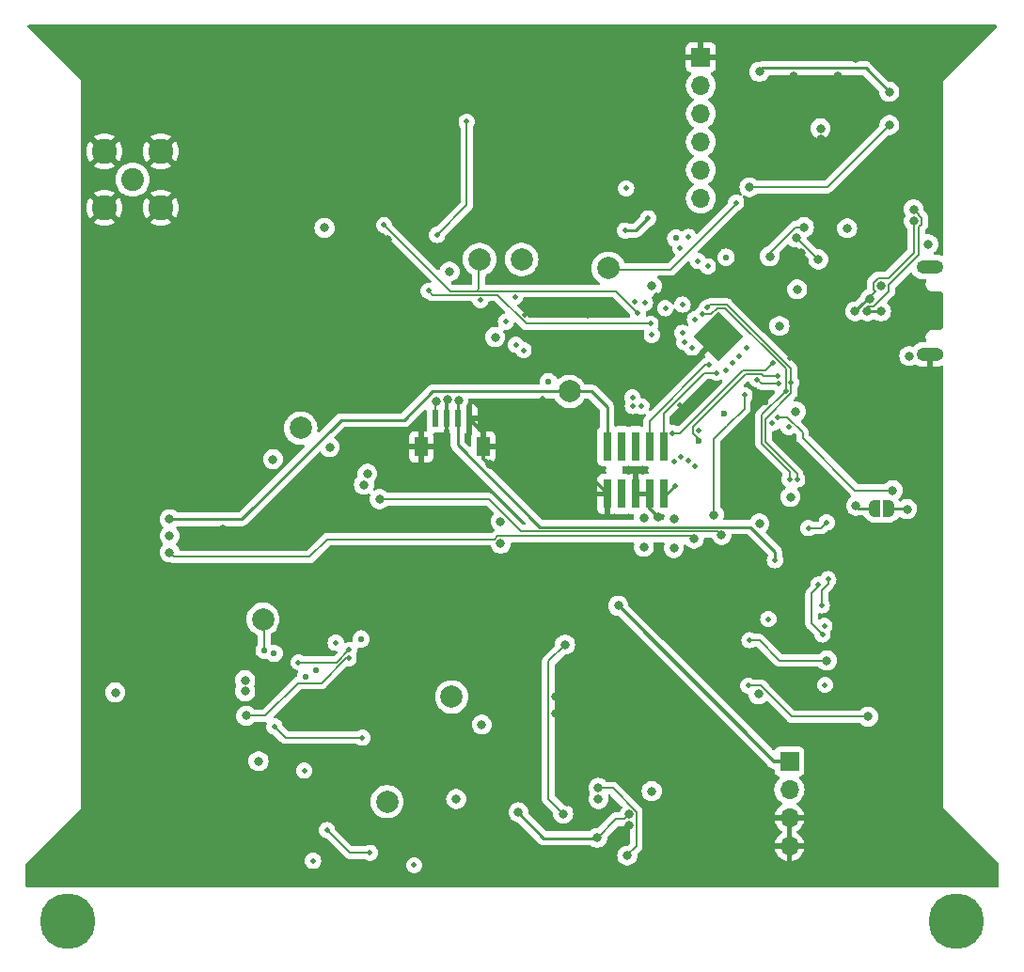
<source format=gbr>
%TF.GenerationSoftware,KiCad,Pcbnew,8.0.2-1*%
%TF.CreationDate,2024-09-20T01:44:26+01:00*%
%TF.ProjectId,FC_V4c_Express,46435f56-3463-45f4-9578-70726573732e,rev?*%
%TF.SameCoordinates,Original*%
%TF.FileFunction,Copper,L4,Bot*%
%TF.FilePolarity,Positive*%
%FSLAX46Y46*%
G04 Gerber Fmt 4.6, Leading zero omitted, Abs format (unit mm)*
G04 Created by KiCad (PCBNEW 8.0.2-1) date 2024-09-20 01:44:26*
%MOMM*%
%LPD*%
G01*
G04 APERTURE LIST*
G04 Aperture macros list*
%AMRotRect*
0 Rectangle, with rotation*
0 The origin of the aperture is its center*
0 $1 length*
0 $2 width*
0 $3 Rotation angle, in degrees counterclockwise*
0 Add horizontal line*
21,1,$1,$2,0,0,$3*%
%AMFreePoly0*
4,1,19,0.500000,-0.750000,0.000000,-0.750000,0.000000,-0.744911,-0.071157,-0.744911,-0.207708,-0.704816,-0.327430,-0.627875,-0.420627,-0.520320,-0.479746,-0.390866,-0.500000,-0.250000,-0.500000,0.250000,-0.479746,0.390866,-0.420627,0.520320,-0.327430,0.627875,-0.207708,0.704816,-0.071157,0.744911,0.000000,0.744911,0.000000,0.750000,0.500000,0.750000,0.500000,-0.750000,0.500000,-0.750000,
$1*%
%AMFreePoly1*
4,1,19,0.000000,0.744911,0.071157,0.744911,0.207708,0.704816,0.327430,0.627875,0.420627,0.520320,0.479746,0.390866,0.500000,0.250000,0.500000,-0.250000,0.479746,-0.390866,0.420627,-0.520320,0.327430,-0.627875,0.207708,-0.704816,0.071157,-0.744911,0.000000,-0.744911,0.000000,-0.750000,-0.500000,-0.750000,-0.500000,0.750000,0.000000,0.750000,0.000000,0.744911,0.000000,0.744911,
$1*%
G04 Aperture macros list end*
%TA.AperFunction,ComponentPad*%
%ADD10R,1.700000X1.700000*%
%TD*%
%TA.AperFunction,ComponentPad*%
%ADD11O,1.700000X1.700000*%
%TD*%
%TA.AperFunction,ComponentPad*%
%ADD12C,2.050000*%
%TD*%
%TA.AperFunction,ComponentPad*%
%ADD13C,2.250000*%
%TD*%
%TA.AperFunction,ComponentPad*%
%ADD14C,2.000000*%
%TD*%
%TA.AperFunction,ComponentPad*%
%ADD15C,5.000000*%
%TD*%
%TA.AperFunction,ComponentPad*%
%ADD16C,0.500000*%
%TD*%
%TA.AperFunction,SMDPad,CuDef*%
%ADD17RotRect,3.200000X3.200000X315.000000*%
%TD*%
%TA.AperFunction,ComponentPad*%
%ADD18O,2.416000X1.208000*%
%TD*%
%TA.AperFunction,SMDPad,CuDef*%
%ADD19R,0.760000X2.600000*%
%TD*%
%TA.AperFunction,SMDPad,CuDef*%
%ADD20R,0.600000X1.550000*%
%TD*%
%TA.AperFunction,SMDPad,CuDef*%
%ADD21R,1.200000X1.800000*%
%TD*%
%TA.AperFunction,SMDPad,CuDef*%
%ADD22FreePoly0,180.000000*%
%TD*%
%TA.AperFunction,SMDPad,CuDef*%
%ADD23FreePoly1,180.000000*%
%TD*%
%TA.AperFunction,ViaPad*%
%ADD24C,0.800000*%
%TD*%
%TA.AperFunction,ViaPad*%
%ADD25C,0.600000*%
%TD*%
%TA.AperFunction,ViaPad*%
%ADD26C,0.460000*%
%TD*%
%TA.AperFunction,ViaPad*%
%ADD27C,0.560000*%
%TD*%
%TA.AperFunction,Conductor*%
%ADD28C,0.300000*%
%TD*%
%TA.AperFunction,Conductor*%
%ADD29C,0.200000*%
%TD*%
%TA.AperFunction,Conductor*%
%ADD30C,0.127000*%
%TD*%
%TA.AperFunction,Conductor*%
%ADD31C,0.250000*%
%TD*%
%TA.AperFunction,Conductor*%
%ADD32C,0.152400*%
%TD*%
G04 APERTURE END LIST*
D10*
%TO.P,J10,1,Pin_1*%
%TO.N,VBATT*%
X212300000Y-123620000D03*
D11*
%TO.P,J10,2,Pin_2*%
X212300000Y-126160000D03*
%TO.P,J10,3,Pin_3*%
%TO.N,GND*%
X212300000Y-128700000D03*
%TO.P,J10,4,Pin_4*%
X212300000Y-131240000D03*
%TD*%
D12*
%TO.P,J6,1,In*%
%TO.N,Net-(J6-In)*%
X153170000Y-71210000D03*
D13*
%TO.P,J6,2,Ext*%
%TO.N,GND*%
X150630000Y-68670000D03*
X150630000Y-73750000D03*
X155710000Y-68670000D03*
X155710000Y-73750000D03*
%TD*%
D14*
%TO.P,TP3,1,1*%
%TO.N,Net-(U9-RESET)*%
X164900000Y-110800000D03*
%TD*%
%TO.P,TP6,1,1*%
%TO.N,Net-(IC3-EVI)*%
X168300000Y-93600000D03*
%TD*%
D15*
%TO.P,H2,1*%
%TO.N,N/C*%
X227300000Y-138000000D03*
%TD*%
D14*
%TO.P,TP5,1,1*%
%TO.N,+5V*%
X181900000Y-117800000D03*
%TD*%
D15*
%TO.P,H1,1*%
%TO.N,N/C*%
X147300000Y-138000000D03*
%TD*%
D14*
%TO.P,TP4,1,1*%
%TO.N,Net-(U9-STBY)*%
X176067500Y-127240000D03*
%TD*%
%TO.P,TP2,1,1*%
%TO.N,FC_RESET*%
X192500000Y-90300000D03*
%TD*%
%TO.P,TP8,1,1*%
%TO.N,RF1_IO0*%
X188200000Y-78400000D03*
%TD*%
D16*
%TO.P,IC1,57,GND*%
%TO.N,GND*%
X205930000Y-83400812D03*
X204020812Y-85310000D03*
D17*
X205930000Y-85310000D03*
D16*
X207839188Y-85310000D03*
X205930000Y-87219188D03*
%TD*%
D14*
%TO.P,TP7,1,1*%
%TO.N,RF1_IO4*%
X184400000Y-78400000D03*
%TD*%
%TO.P,TP1,1,1*%
%TO.N,D3*%
X196000000Y-79200000D03*
%TD*%
D18*
%TO.P,J8,SH1,Shield*%
%TO.N,GND*%
X224920000Y-86970000D03*
%TO.P,J8,SH6*%
%TO.N,N/C*%
X224920000Y-79070000D03*
%TD*%
D10*
%TO.P,J3,1,Pin_1*%
%TO.N,GND*%
X204330000Y-60190000D03*
D11*
%TO.P,J3,2,Pin_2*%
%TO.N,TX*%
X204330000Y-62730000D03*
%TO.P,J3,3,Pin_3*%
%TO.N,RX*%
X204330000Y-65270000D03*
%TO.P,J3,4,Pin_4*%
%TO.N,SCL1*%
X204330000Y-67810000D03*
%TO.P,J3,5,Pin_5*%
%TO.N,SDA1*%
X204330000Y-70350000D03*
%TO.P,J3,6,Pin_6*%
%TO.N,3.3V*%
X204330000Y-72890000D03*
%TD*%
D19*
%TO.P,J1,1,VTref*%
%TO.N,3.3V*%
X200980000Y-99530000D03*
%TO.P,J1,2,SWDIO/TMS*%
%TO.N,SWDIO*%
X200980000Y-95230000D03*
%TO.P,J1,3,GND*%
%TO.N,GND*%
X199710000Y-99530000D03*
%TO.P,J1,4,SWDCLK/TCK*%
%TO.N,SWCLK*%
X199710000Y-95230000D03*
%TO.P,J1,5,GND*%
%TO.N,GND*%
X198440000Y-99530000D03*
%TO.P,J1,6,SWO/TDO*%
%TO.N,unconnected-(J1-SWO{slash}TDO-Pad6)*%
X198440000Y-95230000D03*
%TO.P,J1,7,KEY*%
%TO.N,unconnected-(J1-KEY-Pad7)*%
X197170000Y-99530000D03*
%TO.P,J1,8,NC/TDI*%
%TO.N,unconnected-(J1-NC{slash}TDI-Pad8)*%
X197170000Y-95230000D03*
%TO.P,J1,9,GNDDetect*%
%TO.N,GND*%
X195900000Y-99530000D03*
%TO.P,J1,10,~{RESET}*%
%TO.N,FC_RESET*%
X195900000Y-95230000D03*
%TD*%
D20*
%TO.P,J12,1,1*%
%TO.N,3.3V*%
X180440000Y-92747500D03*
%TO.P,J12,2,2*%
%TO.N,GND*%
X181440000Y-92747500D03*
%TO.P,J12,3,3*%
%TO.N,VCC_RF1*%
X182440000Y-92747500D03*
%TO.P,J12,4,4*%
%TO.N,GND*%
X183440000Y-92747500D03*
D21*
%TO.P,J12,S1,SHIELD*%
X179140000Y-95272500D03*
%TO.P,J12,S2,SHIELD*%
X184740000Y-95272500D03*
%TD*%
D22*
%TO.P,JP11,1,A*%
%TO.N,3.3V*%
X221260000Y-100840000D03*
D23*
%TO.P,JP11,2,B*%
%TO.N,Net-(JP11-B)*%
X219960000Y-100840000D03*
%TD*%
D24*
%TO.N,VBATT*%
X196900000Y-109600000D03*
%TO.N,GND*%
X205100000Y-126200000D03*
X205400000Y-107800000D03*
X197700000Y-105400000D03*
X197100000Y-121500000D03*
%TO.N,Net-(JP2-A)*%
X192100000Y-113100000D03*
%TO.N,GND*%
X192237347Y-127262653D03*
%TO.N,/WDT-VIN*%
X199900000Y-126300000D03*
%TO.N,GND*%
X205400000Y-114000000D03*
X205400000Y-120600000D03*
%TO.N,WDT_WDI*%
X205500000Y-101400000D03*
%TO.N,GND*%
X197900000Y-129400000D03*
X194400000Y-120600000D03*
%TO.N,Net-(JP2-A)*%
X191928663Y-128320001D03*
%TO.N,GND*%
X205500001Y-133200000D03*
X204000000Y-133000000D03*
X191300000Y-117800000D03*
X191300000Y-119300000D03*
%TO.N,/WDT-VP*%
X197700000Y-132100000D03*
X195100000Y-126000000D03*
%TO.N,/WDT-VIN*%
X195100000Y-127000000D03*
X197900001Y-128400000D03*
X195000000Y-130500000D03*
X187899999Y-128200001D03*
%TO.N,GND*%
X182000000Y-97000000D03*
D25*
X153230000Y-62770000D03*
D26*
X171117500Y-119010000D03*
D24*
X185300000Y-96900000D03*
D26*
X171077500Y-120610000D03*
D24*
X161300000Y-102700000D03*
X213300000Y-83200000D03*
D25*
X159110000Y-58990000D03*
D24*
X216800000Y-106900000D03*
X193900000Y-60000000D03*
D25*
X152860000Y-64860000D03*
D24*
X200500000Y-101600000D03*
D26*
X172267500Y-133070000D03*
D24*
X212700000Y-61900000D03*
D26*
X168667500Y-119030000D03*
D25*
X154870000Y-65870000D03*
X151810000Y-60210000D03*
D24*
X171400000Y-86100000D03*
D27*
X194100000Y-86800000D03*
D24*
X174000000Y-95100000D03*
X181500000Y-102500000D03*
X175800000Y-78900000D03*
D25*
X164430000Y-59240000D03*
D24*
X161500000Y-91200000D03*
D26*
X175957500Y-130250000D03*
X184610000Y-84030000D03*
X179007500Y-116450000D03*
X200300000Y-81610000D03*
D24*
X177400000Y-86500000D03*
D25*
X155270000Y-61360000D03*
D24*
X221430000Y-75570000D03*
X209900000Y-75400000D03*
D25*
X153930000Y-65870000D03*
X155250000Y-62360000D03*
X153120000Y-58960000D03*
X164550000Y-61340000D03*
D26*
X185227500Y-127480000D03*
D25*
X158020000Y-58980000D03*
D26*
X178027500Y-124640000D03*
D24*
X213390000Y-77840000D03*
D25*
X164510000Y-60360000D03*
D24*
X168800000Y-65300000D03*
D26*
X182427500Y-120580000D03*
D25*
X154380000Y-58940000D03*
D24*
X174100000Y-96400000D03*
D26*
X215200000Y-84900000D03*
D24*
X179200000Y-97000000D03*
X222660000Y-96000000D03*
D26*
X189950000Y-85580000D03*
X170877500Y-128520000D03*
D25*
X153120000Y-63830000D03*
D26*
X163627500Y-133010000D03*
D24*
X209520000Y-120000000D03*
X177300000Y-107400000D03*
D25*
X153940000Y-66910000D03*
D24*
X216725000Y-69530636D03*
X156500000Y-100300000D03*
X170900000Y-92100000D03*
X218147182Y-70952818D03*
D26*
X167497500Y-128690000D03*
D25*
X210151545Y-91251545D03*
X155580000Y-58990000D03*
D24*
X193625304Y-79900000D03*
X220400000Y-84690000D03*
D26*
X205900000Y-77570000D03*
D24*
X181500000Y-91005000D03*
X215100000Y-67600000D03*
D27*
X199373000Y-86198548D03*
D26*
X174197500Y-125740000D03*
D24*
X171300000Y-107800000D03*
D25*
X162580000Y-58200000D03*
D26*
X221800000Y-102500000D03*
D24*
X216700000Y-61900000D03*
X166000000Y-107100000D03*
X218300000Y-60300000D03*
X220700000Y-70800000D03*
D25*
X151800000Y-61520000D03*
X151920000Y-58970000D03*
X161280000Y-58230000D03*
D26*
X194100000Y-83500000D03*
D25*
X156770000Y-58980000D03*
D24*
X194700000Y-97100000D03*
X176094166Y-76605834D03*
D26*
X168637500Y-120610000D03*
D25*
X163890000Y-58230000D03*
D24*
X217100000Y-96600000D03*
D25*
X155990000Y-65870000D03*
D26*
X202427913Y-91510000D03*
D24*
X206800000Y-76700000D03*
D25*
X159190000Y-60740000D03*
D24*
X189070000Y-95910000D03*
D25*
X160210000Y-58640000D03*
D26*
X188490000Y-83380000D03*
D24*
X166100000Y-86500000D03*
D25*
X152330000Y-66910000D03*
D24*
X220400000Y-87700000D03*
D26*
X212300000Y-87300000D03*
X190080000Y-90960000D03*
D24*
X151500000Y-115300000D03*
X178200000Y-76500000D03*
X161000000Y-96900000D03*
D25*
X152370000Y-65680000D03*
D24*
%TO.N,3.3V*%
X182300000Y-127000000D03*
D26*
X168617500Y-124450000D03*
D24*
X201900000Y-104400000D03*
D26*
X184480000Y-82086500D03*
D24*
X217500000Y-75600000D03*
X186300000Y-104000000D03*
D27*
X206600000Y-78200000D03*
D24*
X186300000Y-102000000D03*
X201900000Y-101775000D03*
X151600000Y-117400000D03*
X180500000Y-91200000D03*
X199200000Y-104300000D03*
D26*
X169407500Y-132570000D03*
X211335156Y-89612344D03*
X210400000Y-110800000D03*
D24*
X164500000Y-123600000D03*
D27*
X165900000Y-113900000D03*
D24*
X184600000Y-120300000D03*
D27*
X190600000Y-89400000D03*
D24*
X209510000Y-117560000D03*
X165800000Y-96400000D03*
D26*
X178517500Y-132960000D03*
X209400000Y-89210328D03*
D24*
X199200000Y-101700000D03*
X222900000Y-100900000D03*
X156500000Y-103300000D03*
X211400000Y-84400000D03*
X181700000Y-79500000D03*
D26*
X188360000Y-86580000D03*
D24*
X170900000Y-95300000D03*
D27*
X202073851Y-76500000D03*
D26*
X202010000Y-98770000D03*
D24*
X213000000Y-81100000D03*
D25*
X206400000Y-92300000D03*
D24*
X215100000Y-66600000D03*
%TO.N,VBUS*%
X220550000Y-80800000D03*
X223100000Y-87100000D03*
X224800000Y-77030000D03*
D26*
%TO.N,VCC_RF1*%
X211000000Y-105500000D03*
D24*
X182500000Y-91100000D03*
D26*
%TO.N,D3*%
X201900000Y-96600000D03*
X199916500Y-85200000D03*
D24*
X208700000Y-71900000D03*
X221300000Y-66300000D03*
D26*
X207500000Y-73300000D03*
%TO.N,ENABLE_BURN {slash} PC*%
X203796738Y-83787000D03*
X210761406Y-93138594D03*
%TO.N,I2C_RESET {slash} VS*%
X202679075Y-82473441D03*
X212226500Y-93500000D03*
%TO.N,ENAB_RF {slash} D2*%
X202500000Y-96200000D03*
X202660000Y-85010000D03*
X208600000Y-116800000D03*
D24*
X219380000Y-119590000D03*
D26*
%TO.N,VBUS_RESET {slash} D4*%
X203200000Y-96500000D03*
X215506396Y-116726396D03*
X202849500Y-85860738D03*
D24*
%TO.N,BURN_RELAY_A {slash} D5*%
X215670000Y-114530688D03*
D26*
X203800000Y-97000000D03*
X208700000Y-112700000D03*
X203550000Y-86350000D03*
%TO.N,D7*%
X215450000Y-111420000D03*
%TO.N,D6*%
X215280000Y-112190000D03*
X214900000Y-107700000D03*
%TO.N,D8*%
X215210000Y-109560000D03*
X215800000Y-107200000D03*
%TO.N,SPI0_CS1*%
X172616007Y-114327687D03*
X208417107Y-86382893D03*
X204087000Y-93800000D03*
D24*
X163400000Y-119500000D03*
D26*
%TO.N,D9*%
X215647500Y-102100000D03*
X214006500Y-102600000D03*
%TO.N,TX*%
X204950000Y-79020000D03*
%TO.N,RX*%
X204070000Y-78550000D03*
%TO.N,SPI0_CS2*%
X210793500Y-87760145D03*
X201790003Y-94040119D03*
X168100000Y-114700000D03*
X172672887Y-113572891D03*
%TO.N,SDA1*%
X203210000Y-76390000D03*
X186770000Y-84000000D03*
D24*
X174300000Y-97700000D03*
X185800000Y-85400000D03*
D26*
%TO.N,SCL1*%
X187678042Y-86101958D03*
D24*
X174000000Y-98700000D03*
D26*
X187600000Y-81760000D03*
X202475000Y-77375000D03*
%TO.N,SDA0*%
X212454906Y-89500000D03*
X204850522Y-82754243D03*
X213000000Y-98200000D03*
%TO.N,SCL0*%
X211961406Y-90238594D03*
X204462067Y-83351099D03*
X212300000Y-98200000D03*
D24*
%TO.N,D0*%
X156500000Y-104800000D03*
D25*
X204098591Y-94722149D03*
D26*
X211200000Y-88900000D03*
D24*
X203700000Y-103552000D03*
%TO.N,FC_RESET*%
X221300000Y-63300000D03*
D26*
X199574500Y-74700000D03*
D24*
X156500000Y-101800000D03*
D26*
X197500000Y-75800000D03*
D24*
X209600000Y-61500000D03*
D26*
%TO.N,SWCLK*%
X205044501Y-87897613D03*
%TO.N,SWDIO*%
X205760000Y-88610000D03*
%TO.N,SPI0_MISO*%
X201127420Y-82797802D03*
X198969818Y-91630182D03*
D27*
X173722995Y-112593495D03*
D26*
X197600000Y-72001499D03*
X171457500Y-112930000D03*
%TO.N,SPI0_CS0*%
X183240000Y-66001499D03*
X180570000Y-76200000D03*
D24*
%TO.N,SPI0_SCK*%
X163300000Y-116300000D03*
D26*
X199292286Y-82307714D03*
X198200000Y-91600000D03*
D27*
X169700000Y-115400000D03*
%TO.N,SPI0_MOSI*%
X168719166Y-116019166D03*
D26*
X198167044Y-90827408D03*
D24*
X163300000Y-117300003D03*
D26*
X198371758Y-82190609D03*
%TO.N,RF1_RST*%
X206570000Y-88420000D03*
D24*
X199900000Y-80800000D03*
D26*
%TO.N,WDT_WDI*%
X208261406Y-90638594D03*
%TO.N,RF1_IO4*%
X198640000Y-83210000D03*
X175800000Y-75300000D03*
X207168321Y-87727200D03*
D24*
%TO.N,RF1_IO0*%
X170439847Y-75560153D03*
D26*
X207730000Y-87140000D03*
X199794371Y-84205629D03*
X179790000Y-81240000D03*
%TO.N,NEOPIX*%
X211239500Y-92600000D03*
D24*
X221600000Y-99200000D03*
%TO.N,/QSPI_DATA[3]*%
X210527330Y-78127330D03*
X213600000Y-75500000D03*
%TO.N,/QSPI_DATA[0]*%
X212900000Y-76423800D03*
X214900000Y-78400000D03*
%TO.N,RTC_INT*%
X212400000Y-99800000D03*
X212890000Y-92100000D03*
X206200000Y-103225000D03*
X175400000Y-100000000D03*
X209600000Y-102200000D03*
%TO.N,USB_D-*%
X223489169Y-74945000D03*
X218210000Y-83080000D03*
X219580000Y-81940000D03*
%TO.N,USB_D+*%
X219320000Y-83080000D03*
X220550000Y-83090000D03*
X223489169Y-73895000D03*
D26*
%TO.N,CANL*%
X170677500Y-129800000D03*
X174537500Y-131840000D03*
D27*
%TO.N,Net-(U9-RESET)*%
X165000000Y-113600000D03*
D26*
%TO.N,TXCAN*%
X165928750Y-120471250D03*
X173847500Y-121480000D03*
D24*
%TO.N,Net-(JP11-B)*%
X218300000Y-100600000D03*
%TD*%
D28*
%TO.N,VBATT*%
X210920000Y-123620000D02*
X196900000Y-109600000D01*
X212300000Y-123620000D02*
X210920000Y-123620000D01*
D29*
%TO.N,Net-(JP2-A)*%
X190600000Y-126991338D02*
X190600000Y-114600000D01*
X190600000Y-114600000D02*
X192100000Y-113100000D01*
X191928663Y-128320001D02*
X190600000Y-126991338D01*
D30*
%TO.N,WDT_WDI*%
X205500000Y-94600000D02*
X205500000Y-101400000D01*
X206700000Y-93400000D02*
X205500000Y-94600000D01*
D28*
%TO.N,GND*%
X194700000Y-97100000D02*
X194700000Y-98330000D01*
X194700000Y-98330000D02*
X195900000Y-99530000D01*
D30*
%TO.N,/WDT-VP*%
X198513501Y-131261500D02*
X197650000Y-132125000D01*
X198513500Y-128150169D02*
X198513501Y-131261500D01*
X195050000Y-126025000D02*
X196388331Y-126025000D01*
X196388331Y-126025000D02*
X198513500Y-128150169D01*
D29*
%TO.N,/WDT-VIN*%
X197850000Y-128425000D02*
X197450000Y-128825000D01*
X197450000Y-128825000D02*
X196650000Y-128825000D01*
X196650000Y-128825000D02*
X194950000Y-130525000D01*
D31*
X194950000Y-130525000D02*
X190150000Y-130525000D01*
X190150000Y-130525000D02*
X187850000Y-128225000D01*
D28*
%TO.N,GND*%
X184740000Y-95272500D02*
X184740000Y-96340000D01*
X199710000Y-99530000D02*
X199710000Y-100810000D01*
X184740000Y-94047500D02*
X183440000Y-92747500D01*
X184740000Y-96340000D02*
X185300000Y-96900000D01*
X198440000Y-99530000D02*
X199710000Y-99530000D01*
X181440000Y-92747500D02*
X181440000Y-91065000D01*
X181440000Y-91065000D02*
X181500000Y-91005000D01*
X179140000Y-95272500D02*
X179140000Y-96940000D01*
X199710000Y-100810000D02*
X200500000Y-101600000D01*
X184740000Y-95272500D02*
X184740000Y-94047500D01*
X179140000Y-96940000D02*
X179200000Y-97000000D01*
D31*
%TO.N,3.3V*%
X222840000Y-100840000D02*
X222900000Y-100900000D01*
X221260000Y-100840000D02*
X222840000Y-100840000D01*
D30*
X180440000Y-91260000D02*
X180500000Y-91200000D01*
X211335156Y-89612344D02*
X211322812Y-89600000D01*
X211322812Y-89600000D02*
X209789672Y-89600000D01*
D31*
X200980000Y-99530000D02*
X201250000Y-99530000D01*
D30*
X209789672Y-89600000D02*
X209400000Y-89210328D01*
X180440000Y-91410000D02*
X180440000Y-91500000D01*
D31*
X201250000Y-99530000D02*
X202010000Y-98770000D01*
D30*
X180440000Y-91500000D02*
X180440000Y-91260000D01*
X180430000Y-91400000D02*
X180440000Y-91410000D01*
X180440000Y-91500000D02*
X180440000Y-92747500D01*
D31*
%TO.N,VCC_RF1*%
X189817500Y-102500000D02*
X182440000Y-95122500D01*
X208790000Y-102500000D02*
X189817500Y-102500000D01*
X211000000Y-104710000D02*
X208790000Y-102500000D01*
X182440000Y-95122500D02*
X182440000Y-92747500D01*
X211000000Y-105500000D02*
X211000000Y-104710000D01*
X182440000Y-91160000D02*
X182500000Y-91100000D01*
X182440000Y-92747500D02*
X182440000Y-91160000D01*
D30*
%TO.N,D3*%
X201610000Y-79300000D02*
X196700000Y-79300000D01*
X208700000Y-71900000D02*
X215700000Y-71900000D01*
X196700000Y-79300000D02*
X196600000Y-79200000D01*
X207500000Y-73410000D02*
X201610000Y-79300000D01*
X207500000Y-73300000D02*
X207500000Y-73410000D01*
X215700000Y-71900000D02*
X221300000Y-66300000D01*
%TO.N,ENAB_RF {slash} D2*%
X212524208Y-119590000D02*
X219380000Y-119590000D01*
X208600000Y-116800000D02*
X209734208Y-116800000D01*
X209734208Y-116800000D02*
X212524208Y-119590000D01*
%TO.N,BURN_RELAY_A {slash} D5*%
X211430688Y-114530688D02*
X215670000Y-114530688D01*
X209600000Y-112700000D02*
X211430688Y-114530688D01*
X208700000Y-112700000D02*
X209600000Y-112700000D01*
%TO.N,D6*%
X214300000Y-108500000D02*
X214300000Y-111210000D01*
X214900000Y-107700000D02*
X214900000Y-107900000D01*
X214300000Y-111210000D02*
X215280000Y-112190000D01*
X214900000Y-107900000D02*
X214300000Y-108500000D01*
%TO.N,D8*%
X215210000Y-108190000D02*
X215210000Y-109560000D01*
X215800000Y-107200000D02*
X215800000Y-107600000D01*
X215800000Y-107600000D02*
X215210000Y-108190000D01*
%TO.N,SPI0_CS1*%
X172380539Y-114327687D02*
X170145560Y-116562666D01*
X172616007Y-114327687D02*
X172380539Y-114327687D01*
X165100000Y-119500000D02*
X163400000Y-119500000D01*
X170145560Y-116562666D02*
X168037334Y-116562666D01*
X168037334Y-116562666D02*
X165100000Y-119500000D01*
%TO.N,D9*%
X215647500Y-102100000D02*
X215147500Y-102600000D01*
X215147500Y-102600000D02*
X214006500Y-102600000D01*
%TO.N,SPI0_CS2*%
X168130000Y-114730000D02*
X168100000Y-114700000D01*
X171515778Y-114730000D02*
X168130000Y-114730000D01*
X210163817Y-88389828D02*
X210793500Y-87760145D01*
X208110172Y-88389828D02*
X210163817Y-88389828D01*
X202459881Y-94040119D02*
X208110172Y-88389828D01*
X172672887Y-113572891D02*
X171515778Y-114730000D01*
X201790003Y-94040119D02*
X202459881Y-94040119D01*
%TO.N,SDA0*%
X212454906Y-89500000D02*
X212454906Y-90443009D01*
X210127000Y-92770915D02*
X210127000Y-94867642D01*
X212454906Y-88261188D02*
X212454906Y-89500000D01*
X212454906Y-90443009D02*
X210127000Y-92770915D01*
X204850522Y-82754243D02*
X205148007Y-82456758D01*
X210127000Y-94867642D02*
X213000000Y-97740642D01*
X213000000Y-97740642D02*
X213000000Y-98200000D01*
X205148007Y-82456758D02*
X206650476Y-82456758D01*
X206650476Y-82456758D02*
X212454906Y-88261188D01*
%TO.N,SCL0*%
X204462067Y-83351099D02*
X205253513Y-83351099D01*
X211961406Y-88230136D02*
X211961406Y-90238594D01*
X209800000Y-95003090D02*
X212300000Y-97503090D01*
X206515028Y-82783758D02*
X211961406Y-88230136D01*
X209800000Y-92400000D02*
X209800000Y-95003090D01*
X205253513Y-83351099D02*
X205820854Y-82783758D01*
X212300000Y-97503090D02*
X212300000Y-98200000D01*
X211961406Y-90238594D02*
X209800000Y-92400000D01*
X205820854Y-82783758D02*
X206515028Y-82783758D01*
%TO.N,D0*%
X209816828Y-88716828D02*
X210000000Y-88900000D01*
X169100000Y-105200000D02*
X156900000Y-105200000D01*
X203484500Y-103336500D02*
X186025169Y-103336500D01*
X204098591Y-94609506D02*
X203593500Y-94104415D01*
X208394789Y-88716828D02*
X209816828Y-88716828D01*
X203593500Y-94104415D02*
X203593500Y-93518117D01*
X186025169Y-103336500D02*
X185761669Y-103600000D01*
X203593500Y-93518117D02*
X208394789Y-88716828D01*
X203700000Y-103552000D02*
X203484500Y-103336500D01*
X204098591Y-94722149D02*
X204098591Y-94609506D01*
X210000000Y-88900000D02*
X211200000Y-88900000D01*
X156900000Y-105200000D02*
X156500000Y-104800000D01*
X170700000Y-103600000D02*
X169100000Y-105200000D01*
X185761669Y-103600000D02*
X170700000Y-103600000D01*
D31*
%TO.N,FC_RESET*%
X209925000Y-61175000D02*
X219175000Y-61175000D01*
X219175000Y-61175000D02*
X221300000Y-63300000D01*
X198474500Y-75800000D02*
X199574500Y-74700000D01*
X194470000Y-90280000D02*
X180205111Y-90280000D01*
X197500000Y-75800000D02*
X198474500Y-75800000D01*
X177600000Y-92885111D02*
X171914889Y-92885111D01*
X180205111Y-90280000D02*
X177600000Y-92885111D01*
X163000000Y-101800000D02*
X156500000Y-101800000D01*
X195900000Y-91710000D02*
X194470000Y-90280000D01*
X195900000Y-95230000D02*
X195900000Y-91710000D01*
X209600000Y-61500000D02*
X209925000Y-61175000D01*
X171914889Y-92885111D02*
X163000000Y-101800000D01*
D30*
%TO.N,SWCLK*%
X205044501Y-87897613D02*
X204756601Y-87897613D01*
X199710000Y-92944214D02*
X199710000Y-95230000D01*
X204756601Y-87897613D02*
X199710000Y-92944214D01*
%TO.N,SWDIO*%
X205760000Y-88610000D02*
X204630000Y-88610000D01*
X200980000Y-92260000D02*
X200980000Y-95230000D01*
X204630000Y-88610000D02*
X200980000Y-92260000D01*
%TO.N,SPI0_CS0*%
X183240000Y-73530000D02*
X183240000Y-66001499D01*
X180570000Y-76200000D02*
X183240000Y-73530000D01*
%TO.N,WDT_WDI*%
X208261406Y-90638594D02*
X208261406Y-91838594D01*
X208261406Y-91838594D02*
X206700000Y-93400000D01*
D29*
%TO.N,RF1_IO4*%
X184336500Y-81063500D02*
X184200000Y-81200000D01*
X184400000Y-78400000D02*
X184336500Y-78463500D01*
X184336500Y-78463500D02*
X184336500Y-81063500D01*
D30*
X181766500Y-81266500D02*
X196696500Y-81266500D01*
X196696500Y-81266500D02*
X198640000Y-83210000D01*
X175800000Y-75300000D02*
X181766500Y-81266500D01*
%TO.N,RF1_IO0*%
X188612129Y-84205629D02*
X199794371Y-84205629D01*
X179790000Y-81240000D02*
X180143500Y-81593500D01*
X186000000Y-81593500D02*
X188612129Y-84205629D01*
X180143500Y-81593500D02*
X186000000Y-81593500D01*
%TO.N,NEOPIX*%
X213500731Y-94000731D02*
X213500731Y-94500731D01*
X213500731Y-94500731D02*
X218200000Y-99200000D01*
X212100000Y-92600000D02*
X213500731Y-94000731D01*
X218200000Y-99200000D02*
X221600000Y-99200000D01*
X211239500Y-92600000D02*
X212100000Y-92600000D01*
D32*
%TO.N,/QSPI_DATA[3]*%
X210527330Y-77840178D02*
X212867508Y-75500000D01*
X212867508Y-75500000D02*
X213600000Y-75500000D01*
X210527330Y-78127330D02*
X210527330Y-77840178D01*
%TO.N,/QSPI_DATA[0]*%
X212930092Y-76423800D02*
X214900000Y-78393708D01*
X212900000Y-76423800D02*
X212930092Y-76423800D01*
X214900000Y-78393708D02*
X214900000Y-78400000D01*
D30*
%TO.N,RTC_INT*%
X205863500Y-102888500D02*
X188126831Y-102888500D01*
X206200000Y-103225000D02*
X205863500Y-102888500D01*
X188126831Y-102888500D02*
X185238331Y-100000000D01*
X185238331Y-100000000D02*
X175400000Y-100000000D01*
D29*
%TO.N,USB_D-*%
X223489169Y-74945000D02*
X223489169Y-77800831D01*
X220025025Y-81264975D02*
X218210000Y-83080000D01*
X220260050Y-80100000D02*
X219850000Y-80510050D01*
X219850000Y-81089950D02*
X220025025Y-81264975D01*
X221190000Y-80100000D02*
X220260050Y-80100000D01*
D31*
X219350000Y-81940000D02*
X218210000Y-83080000D01*
D29*
X223489169Y-77800831D02*
X221190000Y-80100000D01*
X219850000Y-80510050D02*
X219850000Y-81089950D01*
D31*
X219580000Y-81940000D02*
X219350000Y-81940000D01*
D29*
%TO.N,USB_D+*%
X221250000Y-80676397D02*
X221250000Y-81259950D01*
X224189169Y-74655050D02*
X224189169Y-75234950D01*
X219869950Y-82640000D02*
X219320000Y-82640000D01*
X223489169Y-73895000D02*
X223939169Y-74345000D01*
X223939169Y-77987228D02*
X221250000Y-80676397D01*
D31*
X220540000Y-83080000D02*
X220550000Y-83090000D01*
D29*
X223939169Y-74405050D02*
X224189169Y-74655050D01*
X219320000Y-82640000D02*
X219320000Y-83080000D01*
X223939169Y-75484950D02*
X223939169Y-77987228D01*
X223939169Y-74345000D02*
X223939169Y-74405050D01*
X221250000Y-81259950D02*
X219869950Y-82640000D01*
D31*
X219320000Y-83080000D02*
X220540000Y-83080000D01*
D29*
X224189169Y-75234950D02*
X223939169Y-75484950D01*
D30*
%TO.N,CANL*%
X172717500Y-131840000D02*
X174537500Y-131840000D01*
X170677500Y-129800000D02*
X172717500Y-131840000D01*
D29*
%TO.N,Net-(U9-RESET)*%
X165000000Y-113600000D02*
X165000000Y-110900000D01*
X165000000Y-110900000D02*
X164900000Y-110800000D01*
D30*
%TO.N,TXCAN*%
X166937500Y-121480000D02*
X173847500Y-121480000D01*
X165928750Y-120471250D02*
X166937500Y-121480000D01*
D31*
%TO.N,Net-(JP11-B)*%
X218540000Y-100840000D02*
X218300000Y-100600000D01*
X219960000Y-100840000D02*
X218540000Y-100840000D01*
%TD*%
%TA.AperFunction,Conductor*%
%TO.N,GND*%
G36*
X212550000Y-130806988D02*
G01*
X212492993Y-130774075D01*
X212365826Y-130740000D01*
X212234174Y-130740000D01*
X212107007Y-130774075D01*
X212050000Y-130806988D01*
X212050000Y-129133012D01*
X212107007Y-129165925D01*
X212234174Y-129200000D01*
X212365826Y-129200000D01*
X212492993Y-129165925D01*
X212550000Y-129133012D01*
X212550000Y-130806988D01*
G37*
%TD.AperFunction*%
%TA.AperFunction,Conductor*%
G36*
X179558834Y-91913379D02*
G01*
X179614767Y-91955251D01*
X179639184Y-92020715D01*
X179639500Y-92029561D01*
X179639500Y-93570370D01*
X179639501Y-93570376D01*
X179645909Y-93629984D01*
X179673950Y-93705168D01*
X179678934Y-93774859D01*
X179645448Y-93836182D01*
X179584125Y-93869666D01*
X179557768Y-93872500D01*
X179390000Y-93872500D01*
X179390000Y-95022500D01*
X180240000Y-95022500D01*
X180240000Y-94324672D01*
X180239999Y-94324655D01*
X180233598Y-94265127D01*
X180233597Y-94265123D01*
X180205702Y-94190333D01*
X180200718Y-94120641D01*
X180234203Y-94059318D01*
X180295526Y-94025833D01*
X180321877Y-94022999D01*
X180787872Y-94022999D01*
X180847483Y-94016591D01*
X180897382Y-93997979D01*
X180967069Y-93992994D01*
X180984048Y-93997979D01*
X181032628Y-94016098D01*
X181032627Y-94016098D01*
X181092155Y-94022499D01*
X181092172Y-94022500D01*
X181190000Y-94022500D01*
X181190000Y-93770568D01*
X181197817Y-93727237D01*
X181234091Y-93629983D01*
X181240500Y-93570373D01*
X181240499Y-92621498D01*
X181260183Y-92554461D01*
X181312987Y-92508706D01*
X181364499Y-92497500D01*
X181515500Y-92497500D01*
X181582539Y-92517185D01*
X181628294Y-92569989D01*
X181639500Y-92621500D01*
X181639500Y-93570370D01*
X181639501Y-93570376D01*
X181645908Y-93629981D01*
X181645909Y-93629983D01*
X181682182Y-93727237D01*
X181690000Y-93770568D01*
X181690000Y-94022500D01*
X181690500Y-94022500D01*
X181757539Y-94042185D01*
X181803294Y-94094989D01*
X181814500Y-94146500D01*
X181814500Y-95184110D01*
X181838535Y-95304943D01*
X181838538Y-95304955D01*
X181843188Y-95316180D01*
X181850919Y-95334845D01*
X181885688Y-95418786D01*
X181916487Y-95464878D01*
X181954142Y-95521233D01*
X182041267Y-95608358D01*
X182041268Y-95608358D01*
X182048335Y-95615425D01*
X182048334Y-95615425D01*
X182048338Y-95615428D01*
X188545728Y-102112819D01*
X188579213Y-102174142D01*
X188574229Y-102243834D01*
X188532357Y-102299767D01*
X188466893Y-102324184D01*
X188458047Y-102324500D01*
X188411809Y-102324500D01*
X188344770Y-102304815D01*
X188324128Y-102288181D01*
X185696714Y-99660767D01*
X185696712Y-99660764D01*
X185584637Y-99548689D01*
X185584631Y-99548684D01*
X185456031Y-99474436D01*
X185453097Y-99473650D01*
X185431205Y-99467784D01*
X185431203Y-99467783D01*
X185356000Y-99447633D01*
X185312584Y-99436000D01*
X185312583Y-99436000D01*
X176159123Y-99436000D01*
X176092084Y-99416315D01*
X176066973Y-99394972D01*
X176005876Y-99327116D01*
X176005869Y-99327110D01*
X175852734Y-99215851D01*
X175852729Y-99215848D01*
X175679807Y-99138857D01*
X175679802Y-99138855D01*
X175534001Y-99107865D01*
X175494646Y-99099500D01*
X175305354Y-99099500D01*
X175272897Y-99106398D01*
X175120197Y-99138855D01*
X175120192Y-99138857D01*
X175005243Y-99190037D01*
X174935993Y-99199322D01*
X174872716Y-99169694D01*
X174835503Y-99110559D01*
X174836168Y-99040693D01*
X174836876Y-99038440D01*
X174849667Y-98999072D01*
X174885674Y-98888256D01*
X174905460Y-98700000D01*
X174885674Y-98511744D01*
X174879999Y-98494278D01*
X174878004Y-98424437D01*
X174905780Y-98372987D01*
X174905865Y-98372891D01*
X174905871Y-98372888D01*
X175032533Y-98232216D01*
X175127179Y-98068284D01*
X175185674Y-97888256D01*
X175205460Y-97700000D01*
X175185674Y-97511744D01*
X175127179Y-97331716D01*
X175032533Y-97167784D01*
X174905871Y-97027112D01*
X174901712Y-97024090D01*
X174752734Y-96915851D01*
X174752729Y-96915848D01*
X174579807Y-96838857D01*
X174579802Y-96838855D01*
X174434001Y-96807865D01*
X174394646Y-96799500D01*
X174205354Y-96799500D01*
X174172897Y-96806398D01*
X174020197Y-96838855D01*
X174020192Y-96838857D01*
X173847270Y-96915848D01*
X173847265Y-96915851D01*
X173694129Y-97027111D01*
X173567466Y-97167785D01*
X173472821Y-97331715D01*
X173472818Y-97331722D01*
X173414327Y-97511740D01*
X173414326Y-97511744D01*
X173398072Y-97666392D01*
X173394540Y-97700000D01*
X173414326Y-97888256D01*
X173414327Y-97888260D01*
X173420001Y-97905723D01*
X173421994Y-97975564D01*
X173394219Y-98027010D01*
X173267466Y-98167784D01*
X173172821Y-98331715D01*
X173172818Y-98331722D01*
X173134048Y-98451046D01*
X173114326Y-98511744D01*
X173094540Y-98700000D01*
X173114326Y-98888256D01*
X173114327Y-98888259D01*
X173172818Y-99068277D01*
X173172821Y-99068284D01*
X173267467Y-99232216D01*
X173328217Y-99299685D01*
X173394129Y-99372888D01*
X173547265Y-99484148D01*
X173547270Y-99484151D01*
X173720192Y-99561142D01*
X173720197Y-99561144D01*
X173905354Y-99600500D01*
X173905355Y-99600500D01*
X174094644Y-99600500D01*
X174094646Y-99600500D01*
X174279803Y-99561144D01*
X174394759Y-99509961D01*
X174464005Y-99500676D01*
X174527282Y-99530304D01*
X174564496Y-99589438D01*
X174563832Y-99659305D01*
X174563123Y-99661558D01*
X174514327Y-99811739D01*
X174514326Y-99811741D01*
X174514326Y-99811744D01*
X174494540Y-100000000D01*
X174514326Y-100188256D01*
X174514327Y-100188259D01*
X174572818Y-100368277D01*
X174572821Y-100368284D01*
X174667467Y-100532216D01*
X174759296Y-100634202D01*
X174794129Y-100672888D01*
X174947265Y-100784148D01*
X174947270Y-100784151D01*
X175120192Y-100861142D01*
X175120197Y-100861144D01*
X175305354Y-100900500D01*
X175305355Y-100900500D01*
X175494644Y-100900500D01*
X175494646Y-100900500D01*
X175679803Y-100861144D01*
X175852730Y-100784151D01*
X176005871Y-100672888D01*
X176005876Y-100672883D01*
X176066973Y-100605028D01*
X176126459Y-100568379D01*
X176159123Y-100564000D01*
X184953353Y-100564000D01*
X185020392Y-100583685D01*
X185041034Y-100600319D01*
X185645840Y-101205125D01*
X185679325Y-101266448D01*
X185674341Y-101336140D01*
X185650309Y-101375778D01*
X185567466Y-101467784D01*
X185472821Y-101631715D01*
X185472818Y-101631722D01*
X185417234Y-101802794D01*
X185414326Y-101811744D01*
X185394540Y-102000000D01*
X185414326Y-102188256D01*
X185414327Y-102188259D01*
X185472818Y-102368277D01*
X185472821Y-102368284D01*
X185567467Y-102532216D01*
X185694129Y-102672888D01*
X185695713Y-102674039D01*
X185696407Y-102674939D01*
X185698958Y-102677236D01*
X185698537Y-102677702D01*
X185738379Y-102729369D01*
X185744358Y-102798982D01*
X185711752Y-102860777D01*
X185684830Y-102881743D01*
X185678868Y-102885185D01*
X185678862Y-102885189D01*
X185573856Y-102990196D01*
X185573850Y-102990200D01*
X185564370Y-102999681D01*
X185558130Y-103003087D01*
X185554958Y-103005689D01*
X185554955Y-103005691D01*
X185554530Y-103005053D01*
X185503047Y-103033166D01*
X185476689Y-103036000D01*
X170781865Y-103036000D01*
X170781849Y-103035999D01*
X170774253Y-103035999D01*
X170625748Y-103035999D01*
X170494063Y-103071284D01*
X170482300Y-103074436D01*
X170353699Y-103148684D01*
X170353693Y-103148689D01*
X168902703Y-104599681D01*
X168841380Y-104633166D01*
X168815022Y-104636000D01*
X157483646Y-104636000D01*
X157416607Y-104616315D01*
X157370852Y-104563511D01*
X157365715Y-104550318D01*
X157359833Y-104532216D01*
X157327179Y-104431716D01*
X157232533Y-104267784D01*
X157111146Y-104132971D01*
X157080917Y-104069981D01*
X157089542Y-104000646D01*
X157111147Y-103967028D01*
X157129249Y-103946924D01*
X157232533Y-103832216D01*
X157327179Y-103668284D01*
X157385674Y-103488256D01*
X157405460Y-103300000D01*
X157385674Y-103111744D01*
X157327179Y-102931716D01*
X157232533Y-102767784D01*
X157148757Y-102674742D01*
X157111147Y-102632971D01*
X157080917Y-102569980D01*
X157089542Y-102500644D01*
X157111300Y-102466857D01*
X157111566Y-102466562D01*
X157111754Y-102466355D01*
X157171309Y-102429818D01*
X157203748Y-102425500D01*
X163061607Y-102425500D01*
X163122029Y-102413481D01*
X163182452Y-102401463D01*
X163232496Y-102380734D01*
X163296286Y-102354312D01*
X163351306Y-102317548D01*
X163398733Y-102285858D01*
X163485858Y-102198733D01*
X163485859Y-102198731D01*
X163492925Y-102191665D01*
X163492928Y-102191661D01*
X169464244Y-96220344D01*
X178040000Y-96220344D01*
X178046401Y-96279872D01*
X178046403Y-96279879D01*
X178096645Y-96414586D01*
X178096649Y-96414593D01*
X178182809Y-96529687D01*
X178182812Y-96529690D01*
X178297906Y-96615850D01*
X178297913Y-96615854D01*
X178432620Y-96666096D01*
X178432627Y-96666098D01*
X178492155Y-96672499D01*
X178492172Y-96672500D01*
X178890000Y-96672500D01*
X179390000Y-96672500D01*
X179787828Y-96672500D01*
X179787844Y-96672499D01*
X179847372Y-96666098D01*
X179847379Y-96666096D01*
X179982086Y-96615854D01*
X179982093Y-96615850D01*
X180097187Y-96529690D01*
X180097190Y-96529687D01*
X180183350Y-96414593D01*
X180183354Y-96414586D01*
X180233596Y-96279879D01*
X180233598Y-96279872D01*
X180239999Y-96220344D01*
X180240000Y-96220327D01*
X180240000Y-95522500D01*
X179390000Y-95522500D01*
X179390000Y-96672500D01*
X178890000Y-96672500D01*
X178890000Y-95522500D01*
X178040000Y-95522500D01*
X178040000Y-96220344D01*
X169464244Y-96220344D01*
X169937868Y-95746720D01*
X169999189Y-95713237D01*
X170068881Y-95718221D01*
X170124814Y-95760093D01*
X170132934Y-95772403D01*
X170167467Y-95832216D01*
X170199493Y-95867784D01*
X170294129Y-95972888D01*
X170447265Y-96084148D01*
X170447270Y-96084151D01*
X170620192Y-96161142D01*
X170620197Y-96161144D01*
X170805354Y-96200500D01*
X170805355Y-96200500D01*
X170994644Y-96200500D01*
X170994646Y-96200500D01*
X171179803Y-96161144D01*
X171352730Y-96084151D01*
X171505871Y-95972888D01*
X171632533Y-95832216D01*
X171727179Y-95668284D01*
X171785674Y-95488256D01*
X171805460Y-95300000D01*
X171785674Y-95111744D01*
X171727179Y-94931716D01*
X171632533Y-94767784D01*
X171505871Y-94627112D01*
X171505870Y-94627111D01*
X171363622Y-94523762D01*
X171320956Y-94468432D01*
X171314977Y-94398819D01*
X171347583Y-94337024D01*
X171348826Y-94335763D01*
X171359934Y-94324655D01*
X178040000Y-94324655D01*
X178040000Y-95022500D01*
X178890000Y-95022500D01*
X178890000Y-93872500D01*
X178492155Y-93872500D01*
X178432627Y-93878901D01*
X178432620Y-93878903D01*
X178297913Y-93929145D01*
X178297906Y-93929149D01*
X178182812Y-94015309D01*
X178182809Y-94015312D01*
X178096649Y-94130406D01*
X178096645Y-94130413D01*
X178046403Y-94265120D01*
X178046401Y-94265127D01*
X178040000Y-94324655D01*
X171359934Y-94324655D01*
X171718294Y-93966296D01*
X172137660Y-93546930D01*
X172198983Y-93513445D01*
X172225341Y-93510611D01*
X177661608Y-93510611D01*
X177661608Y-93510610D01*
X177729236Y-93497159D01*
X177729237Y-93497159D01*
X177747405Y-93493545D01*
X177782452Y-93486574D01*
X177815792Y-93472763D01*
X177896286Y-93439423D01*
X177947509Y-93405195D01*
X177998733Y-93370969D01*
X178085858Y-93283844D01*
X178085859Y-93283842D01*
X178092925Y-93276776D01*
X178092928Y-93276772D01*
X179427821Y-91941878D01*
X179489142Y-91908395D01*
X179558834Y-91913379D01*
G37*
%TD.AperFunction*%
%TA.AperFunction,Conductor*%
G36*
X191113117Y-90925185D02*
G01*
X191158872Y-90977989D01*
X191159634Y-90979691D01*
X191175825Y-91016605D01*
X191311833Y-91224782D01*
X191311836Y-91224785D01*
X191480256Y-91407738D01*
X191676491Y-91560474D01*
X191895190Y-91678828D01*
X192130386Y-91759571D01*
X192375665Y-91800500D01*
X192624335Y-91800500D01*
X192869614Y-91759571D01*
X193104810Y-91678828D01*
X193323509Y-91560474D01*
X193519744Y-91407738D01*
X193688164Y-91224785D01*
X193824173Y-91016607D01*
X193840366Y-90979691D01*
X193885321Y-90926205D01*
X193952057Y-90905514D01*
X193953922Y-90905500D01*
X194159548Y-90905500D01*
X194226587Y-90925185D01*
X194247229Y-90941819D01*
X195238181Y-91932771D01*
X195271666Y-91994094D01*
X195274500Y-92020452D01*
X195274500Y-93426506D01*
X195254815Y-93493545D01*
X195224811Y-93525772D01*
X195162460Y-93572448D01*
X195162451Y-93572457D01*
X195076206Y-93687664D01*
X195076202Y-93687671D01*
X195025908Y-93822517D01*
X195019501Y-93882116D01*
X195019500Y-93882135D01*
X195019500Y-96577870D01*
X195019501Y-96577876D01*
X195025908Y-96637483D01*
X195076202Y-96772328D01*
X195076206Y-96772335D01*
X195162452Y-96887544D01*
X195162455Y-96887547D01*
X195277664Y-96973793D01*
X195277671Y-96973797D01*
X195320742Y-96989861D01*
X195412517Y-97024091D01*
X195472127Y-97030500D01*
X195684143Y-97030499D01*
X195751182Y-97050183D01*
X195796937Y-97102987D01*
X195806881Y-97172145D01*
X195805761Y-97178689D01*
X195780500Y-97305689D01*
X195780500Y-97454316D01*
X195805860Y-97581809D01*
X195799633Y-97651401D01*
X195756770Y-97706578D01*
X195690880Y-97729822D01*
X195684243Y-97730000D01*
X195472155Y-97730000D01*
X195412627Y-97736401D01*
X195412620Y-97736403D01*
X195277913Y-97786645D01*
X195277906Y-97786649D01*
X195162812Y-97872809D01*
X195162809Y-97872812D01*
X195076649Y-97987906D01*
X195076645Y-97987913D01*
X195026403Y-98122620D01*
X195026401Y-98122627D01*
X195020000Y-98182155D01*
X195020000Y-99280000D01*
X196026000Y-99280000D01*
X196093039Y-99299685D01*
X196138794Y-99352489D01*
X196150000Y-99404000D01*
X196150000Y-101330000D01*
X196327828Y-101330000D01*
X196327844Y-101329999D01*
X196387372Y-101323598D01*
X196387376Y-101323597D01*
X196490951Y-101284966D01*
X196560643Y-101279982D01*
X196577614Y-101284965D01*
X196682517Y-101324091D01*
X196682516Y-101324091D01*
X196689444Y-101324835D01*
X196742127Y-101330500D01*
X197597872Y-101330499D01*
X197657483Y-101324091D01*
X197762382Y-101284965D01*
X197832073Y-101279982D01*
X197849049Y-101284966D01*
X197952623Y-101323597D01*
X197952627Y-101323598D01*
X198012155Y-101329999D01*
X198012172Y-101330000D01*
X198202707Y-101330000D01*
X198269746Y-101349685D01*
X198315501Y-101402489D01*
X198325445Y-101471647D01*
X198320638Y-101492319D01*
X198314326Y-101511742D01*
X198307879Y-101573081D01*
X198294540Y-101700000D01*
X198298485Y-101737540D01*
X198285917Y-101806268D01*
X198238185Y-101857292D01*
X198175165Y-101874500D01*
X190127953Y-101874500D01*
X190060914Y-101854815D01*
X190040272Y-101838181D01*
X189079935Y-100877844D01*
X195020000Y-100877844D01*
X195026401Y-100937372D01*
X195026403Y-100937379D01*
X195076645Y-101072086D01*
X195076649Y-101072093D01*
X195162809Y-101187187D01*
X195162812Y-101187190D01*
X195277906Y-101273350D01*
X195277913Y-101273354D01*
X195412620Y-101323596D01*
X195412627Y-101323598D01*
X195472155Y-101329999D01*
X195472172Y-101330000D01*
X195650000Y-101330000D01*
X195650000Y-99780000D01*
X195020000Y-99780000D01*
X195020000Y-100877844D01*
X189079935Y-100877844D01*
X185086272Y-96884181D01*
X185052787Y-96822858D01*
X185057771Y-96753166D01*
X185099643Y-96697233D01*
X185165107Y-96672816D01*
X185173953Y-96672500D01*
X185387828Y-96672500D01*
X185387844Y-96672499D01*
X185447372Y-96666098D01*
X185447379Y-96666096D01*
X185582086Y-96615854D01*
X185582093Y-96615850D01*
X185697187Y-96529690D01*
X185697190Y-96529687D01*
X185783350Y-96414593D01*
X185783354Y-96414586D01*
X185833596Y-96279879D01*
X185833598Y-96279872D01*
X185839999Y-96220344D01*
X185840000Y-96220327D01*
X185840000Y-95522500D01*
X184614000Y-95522500D01*
X184546961Y-95502815D01*
X184501206Y-95450011D01*
X184490000Y-95398500D01*
X184490000Y-95022500D01*
X184990000Y-95022500D01*
X185840000Y-95022500D01*
X185840000Y-94324672D01*
X185839999Y-94324655D01*
X185833598Y-94265127D01*
X185833596Y-94265120D01*
X185783354Y-94130413D01*
X185783350Y-94130406D01*
X185697190Y-94015312D01*
X185697187Y-94015309D01*
X185582093Y-93929149D01*
X185582086Y-93929145D01*
X185447379Y-93878903D01*
X185447372Y-93878901D01*
X185387844Y-93872500D01*
X184990000Y-93872500D01*
X184990000Y-95022500D01*
X184490000Y-95022500D01*
X184490000Y-93872500D01*
X184321698Y-93872500D01*
X184254659Y-93852815D01*
X184208904Y-93800011D01*
X184198960Y-93730853D01*
X184205516Y-93705166D01*
X184233597Y-93629876D01*
X184233598Y-93629872D01*
X184239999Y-93570344D01*
X184240000Y-93570327D01*
X184240000Y-92997500D01*
X183690000Y-92997500D01*
X183690000Y-94040951D01*
X183701291Y-94061629D01*
X183696307Y-94131320D01*
X183646403Y-94265119D01*
X183646401Y-94265127D01*
X183640000Y-94324655D01*
X183640000Y-95138547D01*
X183620315Y-95205586D01*
X183567511Y-95251341D01*
X183498353Y-95261285D01*
X183434797Y-95232260D01*
X183428319Y-95226228D01*
X183101819Y-94899728D01*
X183068334Y-94838405D01*
X183065500Y-94812047D01*
X183065500Y-94146500D01*
X183085185Y-94079461D01*
X183137989Y-94033706D01*
X183189500Y-94022500D01*
X183190000Y-94022500D01*
X183190000Y-93770568D01*
X183197817Y-93727237D01*
X183234091Y-93629983D01*
X183240500Y-93570373D01*
X183240499Y-92497500D01*
X183690000Y-92497500D01*
X184240000Y-92497500D01*
X184240000Y-91924672D01*
X184239999Y-91924655D01*
X184233598Y-91865127D01*
X184233596Y-91865120D01*
X184183354Y-91730413D01*
X184183350Y-91730406D01*
X184097190Y-91615312D01*
X184097187Y-91615309D01*
X183982093Y-91529149D01*
X183982086Y-91529145D01*
X183847379Y-91478903D01*
X183847372Y-91478901D01*
X183787844Y-91472500D01*
X183690000Y-91472500D01*
X183690000Y-92497500D01*
X183240499Y-92497500D01*
X183240499Y-91924628D01*
X183234091Y-91865017D01*
X183232166Y-91859857D01*
X183198509Y-91769617D01*
X183193525Y-91699926D01*
X183222541Y-91643312D01*
X183232533Y-91632216D01*
X183327179Y-91468284D01*
X183385674Y-91288256D01*
X183405460Y-91100000D01*
X183399412Y-91042459D01*
X183411981Y-90973732D01*
X183459713Y-90922708D01*
X183522733Y-90905500D01*
X191046078Y-90905500D01*
X191113117Y-90925185D01*
G37*
%TD.AperFunction*%
%TA.AperFunction,Conductor*%
G36*
X200387614Y-101284965D02*
G01*
X200492517Y-101324091D01*
X200552127Y-101330500D01*
X200926914Y-101330499D01*
X200993952Y-101350183D01*
X201039707Y-101402987D01*
X201049651Y-101472146D01*
X201044844Y-101492816D01*
X201014327Y-101586738D01*
X201014327Y-101586740D01*
X201014326Y-101586744D01*
X200995753Y-101763462D01*
X200969168Y-101828076D01*
X200911871Y-101868061D01*
X200872432Y-101874500D01*
X200224835Y-101874500D01*
X200157796Y-101854815D01*
X200112041Y-101802011D01*
X200101514Y-101737540D01*
X200105460Y-101700000D01*
X200085674Y-101511744D01*
X200077578Y-101486830D01*
X200075584Y-101416991D01*
X200111664Y-101357158D01*
X200174364Y-101326329D01*
X200182254Y-101325224D01*
X200197372Y-101323598D01*
X200197376Y-101323597D01*
X200300951Y-101284966D01*
X200370643Y-101279982D01*
X200387614Y-101284965D01*
G37*
%TD.AperFunction*%
%TA.AperFunction,Conductor*%
G36*
X199118317Y-96985227D02*
G01*
X199222517Y-97024091D01*
X199282127Y-97030500D01*
X199494143Y-97030499D01*
X199561182Y-97050183D01*
X199606937Y-97102987D01*
X199616881Y-97172145D01*
X199615761Y-97178689D01*
X199590500Y-97305689D01*
X199590500Y-97454316D01*
X199615860Y-97581809D01*
X199609633Y-97651401D01*
X199566770Y-97706578D01*
X199500880Y-97729822D01*
X199494243Y-97730000D01*
X199282155Y-97730000D01*
X199222627Y-97736401D01*
X199222617Y-97736403D01*
X199118332Y-97775299D01*
X199048641Y-97780283D01*
X199031668Y-97775299D01*
X198927382Y-97736403D01*
X198927372Y-97736401D01*
X198867844Y-97730000D01*
X198690000Y-97730000D01*
X198690000Y-99280000D01*
X199836000Y-99280000D01*
X199903039Y-99299685D01*
X199948794Y-99352489D01*
X199960000Y-99404000D01*
X199960000Y-99656000D01*
X199940315Y-99723039D01*
X199887511Y-99768794D01*
X199836000Y-99780000D01*
X198314000Y-99780000D01*
X198246961Y-99760315D01*
X198201206Y-99707511D01*
X198190000Y-99656000D01*
X198190000Y-97730000D01*
X198012155Y-97730000D01*
X197952627Y-97736401D01*
X197952619Y-97736403D01*
X197849047Y-97775033D01*
X197779355Y-97780017D01*
X197762381Y-97775033D01*
X197657482Y-97735908D01*
X197657483Y-97735908D01*
X197597883Y-97729501D01*
X197597881Y-97729500D01*
X197597873Y-97729500D01*
X197597865Y-97729500D01*
X197385856Y-97729500D01*
X197318817Y-97709815D01*
X197273062Y-97657011D01*
X197263118Y-97587853D01*
X197264239Y-97581309D01*
X197278077Y-97511740D01*
X197289500Y-97454312D01*
X197289500Y-97305688D01*
X197273325Y-97224370D01*
X197264239Y-97178690D01*
X197270466Y-97109099D01*
X197313329Y-97053921D01*
X197379219Y-97030677D01*
X197385856Y-97030499D01*
X197597871Y-97030499D01*
X197597872Y-97030499D01*
X197657483Y-97024091D01*
X197761670Y-96985231D01*
X197831358Y-96980248D01*
X197848317Y-96985227D01*
X197952517Y-97024091D01*
X198012127Y-97030500D01*
X198867872Y-97030499D01*
X198927483Y-97024091D01*
X199031670Y-96985231D01*
X199101358Y-96980248D01*
X199118317Y-96985227D01*
G37*
%TD.AperFunction*%
%TA.AperFunction,Conductor*%
G36*
X205314810Y-89193005D02*
G01*
X205441043Y-89272322D01*
X205596420Y-89326691D01*
X205596423Y-89326691D01*
X205596425Y-89326692D01*
X205759996Y-89345122D01*
X205760000Y-89345122D01*
X205760004Y-89345122D01*
X205923574Y-89326692D01*
X205923575Y-89326691D01*
X205923580Y-89326691D01*
X206078957Y-89272322D01*
X206091808Y-89264247D01*
X206159041Y-89245246D01*
X206225877Y-89265612D01*
X206271092Y-89318878D01*
X206280332Y-89388134D01*
X206250662Y-89451391D01*
X206245461Y-89456921D01*
X202311304Y-93391078D01*
X202249981Y-93424563D01*
X202180289Y-93419579D01*
X202157652Y-93408392D01*
X202152569Y-93405198D01*
X202108960Y-93377797D01*
X202108958Y-93377796D01*
X202108956Y-93377795D01*
X201953577Y-93323426D01*
X201790007Y-93304997D01*
X201789999Y-93304997D01*
X201681883Y-93317178D01*
X201613061Y-93305123D01*
X201561682Y-93257774D01*
X201544000Y-93193958D01*
X201544000Y-92544978D01*
X201563685Y-92477939D01*
X201580319Y-92457297D01*
X204827298Y-89210319D01*
X204888621Y-89176834D01*
X204914979Y-89174000D01*
X205248840Y-89174000D01*
X205314810Y-89193005D01*
G37*
%TD.AperFunction*%
%TA.AperFunction,Conductor*%
G36*
X196478561Y-81850185D02*
G01*
X196499203Y-81866819D01*
X197882131Y-83249747D01*
X197915616Y-83311070D01*
X197917670Y-83323543D01*
X197923307Y-83373574D01*
X197923308Y-83373579D01*
X197923309Y-83373580D01*
X197957225Y-83470507D01*
X197959384Y-83476675D01*
X197962945Y-83546453D01*
X197928216Y-83607081D01*
X197866223Y-83639308D01*
X197842342Y-83641629D01*
X188897107Y-83641629D01*
X188830068Y-83621944D01*
X188809426Y-83605310D01*
X187841806Y-82637690D01*
X187808321Y-82576367D01*
X187813305Y-82506675D01*
X187855177Y-82450742D01*
X187888531Y-82432968D01*
X187918957Y-82422322D01*
X188058341Y-82334742D01*
X188174742Y-82218341D01*
X188262322Y-82078957D01*
X188316691Y-81923580D01*
X188316691Y-81923577D01*
X188318990Y-81917008D01*
X188321063Y-81917733D01*
X188350035Y-81865933D01*
X188411695Y-81833072D01*
X188436822Y-81830500D01*
X196411522Y-81830500D01*
X196478561Y-81850185D01*
G37*
%TD.AperFunction*%
%TA.AperFunction,Conductor*%
G36*
X230937327Y-57289685D02*
G01*
X230983082Y-57342489D01*
X230993026Y-57411647D01*
X230964001Y-57475203D01*
X230957969Y-57481681D01*
X226200025Y-62239624D01*
X226200024Y-62239625D01*
X226169500Y-62313316D01*
X226169500Y-77956939D01*
X226149815Y-78023978D01*
X226097011Y-78069733D01*
X226027853Y-78079677D01*
X225989206Y-78067424D01*
X225947981Y-78046419D01*
X225782641Y-77992697D01*
X225653854Y-77972299D01*
X225610926Y-77965500D01*
X225610925Y-77965500D01*
X225426049Y-77965500D01*
X225359010Y-77945815D01*
X225313255Y-77893011D01*
X225303311Y-77823853D01*
X225332336Y-77760297D01*
X225353164Y-77741182D01*
X225372531Y-77727111D01*
X225405871Y-77702888D01*
X225532533Y-77562216D01*
X225627179Y-77398284D01*
X225685674Y-77218256D01*
X225705460Y-77030000D01*
X225685674Y-76841744D01*
X225627179Y-76661716D01*
X225532533Y-76497784D01*
X225405871Y-76357112D01*
X225405870Y-76357111D01*
X225252734Y-76245851D01*
X225252729Y-76245848D01*
X225079807Y-76168857D01*
X225079802Y-76168855D01*
X224910552Y-76132881D01*
X224894646Y-76129500D01*
X224705354Y-76129500D01*
X224698860Y-76130880D01*
X224689446Y-76132881D01*
X224619779Y-76127563D01*
X224564047Y-76085424D01*
X224539944Y-76019843D01*
X224539669Y-76011590D01*
X224539669Y-75785048D01*
X224559354Y-75718009D01*
X224575988Y-75697367D01*
X224621884Y-75651471D01*
X224669689Y-75603666D01*
X224748746Y-75466734D01*
X224782260Y-75341659D01*
X224789669Y-75314008D01*
X224789669Y-75155893D01*
X224789669Y-74575993D01*
X224748746Y-74423266D01*
X224741224Y-74410238D01*
X224669693Y-74286340D01*
X224669690Y-74286336D01*
X224669689Y-74286334D01*
X224557885Y-74174530D01*
X224557884Y-74174529D01*
X224553554Y-74170199D01*
X224553543Y-74170189D01*
X224513263Y-74129909D01*
X224493557Y-74104228D01*
X224493167Y-74103553D01*
X224459073Y-74044500D01*
X224419689Y-73976284D01*
X224419688Y-73976283D01*
X224415625Y-73969245D01*
X224416952Y-73968478D01*
X224395056Y-73911862D01*
X224395334Y-73901500D01*
X224394629Y-73901500D01*
X224394629Y-73895002D01*
X224392664Y-73876304D01*
X224374843Y-73706744D01*
X224316348Y-73526716D01*
X224221702Y-73362784D01*
X224095040Y-73222112D01*
X224095039Y-73222111D01*
X223941903Y-73110851D01*
X223941898Y-73110848D01*
X223768976Y-73033857D01*
X223768971Y-73033855D01*
X223594353Y-72996740D01*
X223583815Y-72994500D01*
X223394523Y-72994500D01*
X223383985Y-72996740D01*
X223209366Y-73033855D01*
X223209361Y-73033857D01*
X223036439Y-73110848D01*
X223036434Y-73110851D01*
X222883298Y-73222111D01*
X222756635Y-73362785D01*
X222661990Y-73526715D01*
X222661987Y-73526722D01*
X222616642Y-73666282D01*
X222603495Y-73706744D01*
X222583709Y-73895000D01*
X222603495Y-74083256D01*
X222603496Y-74083259D01*
X222661990Y-74263286D01*
X222661991Y-74263288D01*
X222716673Y-74358001D01*
X222733146Y-74425901D01*
X222716673Y-74481999D01*
X222661991Y-74576711D01*
X222661990Y-74576713D01*
X222609307Y-74738856D01*
X222603495Y-74756744D01*
X222583709Y-74945000D01*
X222603495Y-75133256D01*
X222603496Y-75133259D01*
X222661987Y-75313277D01*
X222661990Y-75313284D01*
X222756636Y-75477216D01*
X222831313Y-75560153D01*
X222856819Y-75588480D01*
X222887049Y-75651471D01*
X222888669Y-75671452D01*
X222888669Y-77500734D01*
X222868984Y-77567773D01*
X222852350Y-77588415D01*
X220977584Y-79463181D01*
X220916261Y-79496666D01*
X220889903Y-79499500D01*
X220339107Y-79499500D01*
X220180992Y-79499500D01*
X220028265Y-79540423D01*
X220028264Y-79540423D01*
X220028262Y-79540424D01*
X220028259Y-79540425D01*
X219978146Y-79569359D01*
X219978145Y-79569360D01*
X219934739Y-79594420D01*
X219891335Y-79619479D01*
X219891332Y-79619481D01*
X219369479Y-80141334D01*
X219350332Y-80174500D01*
X219337990Y-80195877D01*
X219290423Y-80278265D01*
X219249499Y-80430993D01*
X219249499Y-80430995D01*
X219249499Y-80599096D01*
X219249500Y-80599109D01*
X219249500Y-81003280D01*
X219249499Y-81003298D01*
X219249499Y-81020902D01*
X219229814Y-81087941D01*
X219177010Y-81133696D01*
X219175935Y-81134181D01*
X219127269Y-81155848D01*
X218974129Y-81267111D01*
X218847466Y-81407785D01*
X218752821Y-81571715D01*
X218752817Y-81571725D01*
X218723093Y-81663202D01*
X218692844Y-81712563D01*
X218262227Y-82143182D01*
X218200907Y-82176666D01*
X218174548Y-82179500D01*
X218115354Y-82179500D01*
X218082897Y-82186398D01*
X217930197Y-82218855D01*
X217930192Y-82218857D01*
X217757270Y-82295848D01*
X217757265Y-82295851D01*
X217604129Y-82407111D01*
X217477466Y-82547785D01*
X217382821Y-82711715D01*
X217382818Y-82711722D01*
X217327344Y-82882455D01*
X217324326Y-82891744D01*
X217304540Y-83080000D01*
X217324326Y-83268256D01*
X217324327Y-83268259D01*
X217382818Y-83448277D01*
X217382821Y-83448284D01*
X217477467Y-83612216D01*
X217554170Y-83697403D01*
X217604129Y-83752888D01*
X217757265Y-83864148D01*
X217757270Y-83864151D01*
X217930192Y-83941142D01*
X217930197Y-83941144D01*
X218115354Y-83980500D01*
X218115355Y-83980500D01*
X218304644Y-83980500D01*
X218304646Y-83980500D01*
X218489803Y-83941144D01*
X218662730Y-83864151D01*
X218692114Y-83842801D01*
X218757921Y-83819322D01*
X218825975Y-83835147D01*
X218837886Y-83842802D01*
X218867271Y-83864152D01*
X219040192Y-83941142D01*
X219040197Y-83941144D01*
X219225354Y-83980500D01*
X219225355Y-83980500D01*
X219414644Y-83980500D01*
X219414646Y-83980500D01*
X219599803Y-83941144D01*
X219772730Y-83864151D01*
X219855234Y-83804208D01*
X219921038Y-83780729D01*
X219989092Y-83796554D01*
X220000992Y-83804201D01*
X220054122Y-83842802D01*
X220097270Y-83874151D01*
X220270192Y-83951142D01*
X220270197Y-83951144D01*
X220455354Y-83990500D01*
X220455355Y-83990500D01*
X220644644Y-83990500D01*
X220644646Y-83990500D01*
X220829803Y-83951144D01*
X221002730Y-83874151D01*
X221155871Y-83762888D01*
X221282533Y-83622216D01*
X221377179Y-83458284D01*
X221435674Y-83278256D01*
X221455460Y-83090000D01*
X221435674Y-82901744D01*
X221377179Y-82721716D01*
X221282533Y-82557784D01*
X221155871Y-82417112D01*
X221155870Y-82417111D01*
X221155868Y-82417109D01*
X221149494Y-82412478D01*
X221106830Y-82357146D01*
X221100854Y-82287533D01*
X221133461Y-82225739D01*
X221134629Y-82224555D01*
X221608506Y-81750678D01*
X221608511Y-81750674D01*
X221618714Y-81740470D01*
X221618716Y-81740470D01*
X221730520Y-81628666D01*
X221809577Y-81491734D01*
X221847184Y-81351382D01*
X221847185Y-81351380D01*
X221850500Y-81339009D01*
X221850500Y-80976493D01*
X221870185Y-80909454D01*
X221886814Y-80888817D01*
X223168103Y-79607527D01*
X223229424Y-79574044D01*
X223299116Y-79579028D01*
X223355049Y-79620900D01*
X223366265Y-79638911D01*
X223371346Y-79648883D01*
X223379766Y-79660472D01*
X223473535Y-79789533D01*
X223596467Y-79912465D01*
X223737116Y-80014653D01*
X223881692Y-80088318D01*
X223892021Y-80093581D01*
X224057358Y-80147302D01*
X224057359Y-80147302D01*
X224057362Y-80147303D01*
X224229074Y-80174500D01*
X224527235Y-80174500D01*
X224594274Y-80194185D01*
X224640029Y-80246989D01*
X224649973Y-80316147D01*
X224638955Y-80352302D01*
X224602120Y-80428790D01*
X224569500Y-80571702D01*
X224569500Y-80718297D01*
X224583963Y-80781659D01*
X224598890Y-80847061D01*
X224602120Y-80861209D01*
X224665720Y-80993276D01*
X224665722Y-80993279D01*
X224687549Y-81020648D01*
X224757117Y-81107883D01*
X224871723Y-81199279D01*
X225003794Y-81262881D01*
X225146706Y-81295500D01*
X225180118Y-81295500D01*
X225835989Y-81295500D01*
X225865067Y-81298958D01*
X225921388Y-81312544D01*
X225951611Y-81324185D01*
X225966359Y-81332216D01*
X226007277Y-81354498D01*
X226033453Y-81373569D01*
X226044441Y-81384025D01*
X226079368Y-81417263D01*
X226099714Y-81442466D01*
X226132744Y-81496557D01*
X226145869Y-81526167D01*
X226163764Y-81586964D01*
X226168773Y-81618964D01*
X226169847Y-81663157D01*
X226169307Y-81669568D01*
X226169433Y-81702816D01*
X226168729Y-81716486D01*
X226166393Y-81738302D01*
X226167487Y-81750469D01*
X226167288Y-81750486D01*
X226169676Y-81766856D01*
X226174442Y-83019625D01*
X226174443Y-83020097D01*
X226174443Y-84272751D01*
X226172107Y-84288978D01*
X226172428Y-84289007D01*
X226171335Y-84301175D01*
X226173737Y-84323591D01*
X226174443Y-84336802D01*
X226174443Y-84371554D01*
X226174329Y-84371554D01*
X226174726Y-84376167D01*
X226173651Y-84420512D01*
X226168644Y-84452512D01*
X226150755Y-84513304D01*
X226137630Y-84542917D01*
X226104608Y-84597001D01*
X226084263Y-84622204D01*
X226038358Y-84665894D01*
X226012181Y-84684969D01*
X225956531Y-84715279D01*
X225926309Y-84726923D01*
X225892332Y-84735122D01*
X225867805Y-84741040D01*
X225838720Y-84744500D01*
X225146702Y-84744500D01*
X225016226Y-84774281D01*
X225008395Y-84776069D01*
X225003790Y-84777120D01*
X224871723Y-84840720D01*
X224871720Y-84840722D01*
X224757117Y-84932117D01*
X224665722Y-85046720D01*
X224665720Y-85046723D01*
X224602120Y-85178790D01*
X224569500Y-85321702D01*
X224569500Y-85468297D01*
X224585067Y-85536499D01*
X224598890Y-85597061D01*
X224602120Y-85611209D01*
X224639196Y-85688198D01*
X224650548Y-85757139D01*
X224622826Y-85821274D01*
X224564831Y-85860240D01*
X224527476Y-85866000D01*
X224229108Y-85866000D01*
X224057478Y-85893183D01*
X223892206Y-85946884D01*
X223737377Y-86025774D01*
X223596793Y-86127915D01*
X223513443Y-86211265D01*
X223452119Y-86244749D01*
X223386255Y-86240038D01*
X223385987Y-86240865D01*
X223382650Y-86239780D01*
X223382428Y-86239765D01*
X223381755Y-86239490D01*
X223379802Y-86238855D01*
X223234001Y-86207865D01*
X223194646Y-86199500D01*
X223005354Y-86199500D01*
X222972897Y-86206398D01*
X222820197Y-86238855D01*
X222820192Y-86238857D01*
X222647270Y-86315848D01*
X222647265Y-86315851D01*
X222494129Y-86427111D01*
X222367466Y-86567785D01*
X222272821Y-86731715D01*
X222272818Y-86731722D01*
X222214327Y-86911740D01*
X222214326Y-86911744D01*
X222194540Y-87100000D01*
X222214326Y-87288256D01*
X222214327Y-87288259D01*
X222272818Y-87468277D01*
X222272821Y-87468284D01*
X222367467Y-87632216D01*
X222428451Y-87699945D01*
X222494129Y-87772888D01*
X222647265Y-87884148D01*
X222647270Y-87884151D01*
X222820192Y-87961142D01*
X222820197Y-87961144D01*
X223005354Y-88000500D01*
X223005355Y-88000500D01*
X223194644Y-88000500D01*
X223194646Y-88000500D01*
X223379803Y-87961144D01*
X223552730Y-87884151D01*
X223552738Y-87884144D01*
X223558357Y-87880902D01*
X223559175Y-87882320D01*
X223617257Y-87861586D01*
X223685313Y-87877400D01*
X223697242Y-87885065D01*
X223737377Y-87914225D01*
X223892206Y-87993115D01*
X224057478Y-88046816D01*
X224229108Y-88074000D01*
X224670000Y-88074000D01*
X224670000Y-87320000D01*
X225170000Y-87320000D01*
X225170000Y-88074000D01*
X225610892Y-88074000D01*
X225782521Y-88046816D01*
X225947795Y-87993114D01*
X225989204Y-87972015D01*
X226057873Y-87959118D01*
X226122614Y-87985394D01*
X226162871Y-88042499D01*
X226169500Y-88082499D01*
X226169500Y-127776683D01*
X226200024Y-127850374D01*
X231106381Y-132756731D01*
X231139866Y-132818054D01*
X231142700Y-132844412D01*
X231142700Y-134816000D01*
X231123015Y-134883039D01*
X231070211Y-134928794D01*
X231018700Y-134940000D01*
X143667700Y-134940000D01*
X143600661Y-134920315D01*
X143554906Y-134867511D01*
X143543700Y-134816000D01*
X143543700Y-132844412D01*
X143563385Y-132777373D01*
X143580019Y-132756731D01*
X143766754Y-132569996D01*
X168672378Y-132569996D01*
X168672378Y-132570003D01*
X168690807Y-132733574D01*
X168745176Y-132888953D01*
X168745177Y-132888955D01*
X168745178Y-132888957D01*
X168832758Y-133028341D01*
X168949159Y-133144742D01*
X169088543Y-133232322D01*
X169243920Y-133286691D01*
X169243923Y-133286691D01*
X169243925Y-133286692D01*
X169407496Y-133305122D01*
X169407500Y-133305122D01*
X169407504Y-133305122D01*
X169571074Y-133286692D01*
X169571075Y-133286691D01*
X169571080Y-133286691D01*
X169726457Y-133232322D01*
X169865841Y-133144742D01*
X169982242Y-133028341D01*
X170025186Y-132959996D01*
X177782378Y-132959996D01*
X177782378Y-132960003D01*
X177800807Y-133123574D01*
X177855176Y-133278953D01*
X177855177Y-133278955D01*
X177855178Y-133278957D01*
X177942758Y-133418341D01*
X178059159Y-133534742D01*
X178198543Y-133622322D01*
X178353920Y-133676691D01*
X178353923Y-133676691D01*
X178353925Y-133676692D01*
X178517496Y-133695122D01*
X178517500Y-133695122D01*
X178517504Y-133695122D01*
X178681074Y-133676692D01*
X178681075Y-133676691D01*
X178681080Y-133676691D01*
X178836457Y-133622322D01*
X178975841Y-133534742D01*
X179092242Y-133418341D01*
X179179822Y-133278957D01*
X179234191Y-133123580D01*
X179252493Y-132961144D01*
X179252622Y-132960003D01*
X179252622Y-132959996D01*
X179234192Y-132796425D01*
X179234191Y-132796423D01*
X179234191Y-132796420D01*
X179179822Y-132641043D01*
X179092242Y-132501659D01*
X178975841Y-132385258D01*
X178836457Y-132297678D01*
X178836456Y-132297677D01*
X178836455Y-132297677D01*
X178836453Y-132297676D01*
X178681074Y-132243307D01*
X178517504Y-132224878D01*
X178517496Y-132224878D01*
X178353925Y-132243307D01*
X178198546Y-132297676D01*
X178198544Y-132297677D01*
X178059158Y-132385258D01*
X177942758Y-132501658D01*
X177855177Y-132641044D01*
X177855176Y-132641046D01*
X177800807Y-132796425D01*
X177782378Y-132959996D01*
X170025186Y-132959996D01*
X170069822Y-132888957D01*
X170124191Y-132733580D01*
X170124192Y-132733574D01*
X170142622Y-132570003D01*
X170142622Y-132569996D01*
X170124192Y-132406425D01*
X170124191Y-132406423D01*
X170124191Y-132406420D01*
X170069822Y-132251043D01*
X169982242Y-132111659D01*
X169865841Y-131995258D01*
X169726457Y-131907678D01*
X169726456Y-131907677D01*
X169726455Y-131907677D01*
X169726453Y-131907676D01*
X169571074Y-131853307D01*
X169407504Y-131834878D01*
X169407496Y-131834878D01*
X169243925Y-131853307D01*
X169088546Y-131907676D01*
X169088544Y-131907677D01*
X168949158Y-131995258D01*
X168832758Y-132111658D01*
X168745177Y-132251044D01*
X168745176Y-132251046D01*
X168690807Y-132406425D01*
X168672378Y-132569996D01*
X143766754Y-132569996D01*
X145967830Y-130368920D01*
X146536754Y-129799996D01*
X169942378Y-129799996D01*
X169942378Y-129800003D01*
X169960807Y-129963574D01*
X170015176Y-130118953D01*
X170015177Y-130118955D01*
X170015178Y-130118957D01*
X170102758Y-130258341D01*
X170219159Y-130374742D01*
X170358543Y-130462322D01*
X170358545Y-130462322D01*
X170358551Y-130462326D01*
X170513912Y-130516689D01*
X170513917Y-130516690D01*
X170513920Y-130516691D01*
X170563953Y-130522328D01*
X170628366Y-130549393D01*
X170637750Y-130557866D01*
X172371196Y-132291313D01*
X172371197Y-132291314D01*
X172371199Y-132291315D01*
X172499800Y-132365563D01*
X172499801Y-132365563D01*
X172499804Y-132365565D01*
X172643248Y-132404001D01*
X172643251Y-132404001D01*
X172799349Y-132404001D01*
X172799365Y-132404000D01*
X174026340Y-132404000D01*
X174092310Y-132423005D01*
X174218543Y-132502322D01*
X174373920Y-132556691D01*
X174373923Y-132556691D01*
X174373925Y-132556692D01*
X174537496Y-132575122D01*
X174537500Y-132575122D01*
X174537504Y-132575122D01*
X174701074Y-132556692D01*
X174701075Y-132556691D01*
X174701080Y-132556691D01*
X174856457Y-132502322D01*
X174995841Y-132414742D01*
X175112242Y-132298341D01*
X175199822Y-132158957D01*
X175254191Y-132003580D01*
X175255129Y-131995258D01*
X175272622Y-131840003D01*
X175272622Y-131839996D01*
X175254192Y-131676425D01*
X175254191Y-131676423D01*
X175254191Y-131676420D01*
X175199822Y-131521043D01*
X175112242Y-131381659D01*
X174995841Y-131265258D01*
X174856457Y-131177678D01*
X174856456Y-131177677D01*
X174856455Y-131177677D01*
X174856453Y-131177676D01*
X174723165Y-131131037D01*
X174701080Y-131123309D01*
X174701079Y-131123308D01*
X174701074Y-131123307D01*
X174537504Y-131104878D01*
X174537496Y-131104878D01*
X174373925Y-131123307D01*
X174218546Y-131177676D01*
X174218544Y-131177677D01*
X174183813Y-131199500D01*
X174092310Y-131256994D01*
X174026340Y-131276000D01*
X173002479Y-131276000D01*
X172935440Y-131256315D01*
X172914798Y-131239681D01*
X171435367Y-129760251D01*
X171401882Y-129698928D01*
X171399829Y-129686467D01*
X171394191Y-129636420D01*
X171394190Y-129636417D01*
X171394189Y-129636412D01*
X171339826Y-129481051D01*
X171339822Y-129481044D01*
X171339822Y-129481043D01*
X171252242Y-129341659D01*
X171135841Y-129225258D01*
X170996457Y-129137678D01*
X170996456Y-129137677D01*
X170996455Y-129137677D01*
X170996453Y-129137676D01*
X170841074Y-129083307D01*
X170677504Y-129064878D01*
X170677496Y-129064878D01*
X170513925Y-129083307D01*
X170358546Y-129137676D01*
X170358544Y-129137677D01*
X170219158Y-129225258D01*
X170102758Y-129341658D01*
X170015177Y-129481044D01*
X170015176Y-129481046D01*
X169960807Y-129636425D01*
X169942378Y-129799996D01*
X146536754Y-129799996D01*
X148489976Y-127846774D01*
X148520500Y-127773082D01*
X148520500Y-127693318D01*
X148520500Y-127239994D01*
X174561857Y-127239994D01*
X174561857Y-127240000D01*
X174582390Y-127487812D01*
X174582392Y-127487824D01*
X174643436Y-127728881D01*
X174743326Y-127956606D01*
X174879333Y-128164782D01*
X174879336Y-128164785D01*
X175047756Y-128347738D01*
X175243991Y-128500474D01*
X175462690Y-128618828D01*
X175697886Y-128699571D01*
X175943165Y-128740500D01*
X176191835Y-128740500D01*
X176437114Y-128699571D01*
X176672310Y-128618828D01*
X176891009Y-128500474D01*
X177087244Y-128347738D01*
X177223245Y-128200001D01*
X186994539Y-128200001D01*
X187014325Y-128388257D01*
X187014326Y-128388260D01*
X187072817Y-128568278D01*
X187072820Y-128568285D01*
X187167466Y-128732217D01*
X187197728Y-128765826D01*
X187294128Y-128872889D01*
X187447264Y-128984149D01*
X187447269Y-128984152D01*
X187620191Y-129061143D01*
X187620196Y-129061145D01*
X187805353Y-129100501D01*
X187805354Y-129100501D01*
X187811710Y-129101852D01*
X187811226Y-129104127D01*
X187866012Y-129126656D01*
X187876136Y-129135726D01*
X189661016Y-130920606D01*
X189661045Y-130920637D01*
X189751263Y-131010855D01*
X189751267Y-131010858D01*
X189853707Y-131079307D01*
X189853713Y-131079310D01*
X189853714Y-131079311D01*
X189967548Y-131126463D01*
X190027971Y-131138481D01*
X190088393Y-131150500D01*
X190088394Y-131150500D01*
X194323025Y-131150500D01*
X194390064Y-131170185D01*
X194395910Y-131174182D01*
X194547265Y-131284148D01*
X194547270Y-131284151D01*
X194720192Y-131361142D01*
X194720197Y-131361144D01*
X194905354Y-131400500D01*
X194905355Y-131400500D01*
X195094644Y-131400500D01*
X195094646Y-131400500D01*
X195279803Y-131361144D01*
X195452730Y-131284151D01*
X195605871Y-131172888D01*
X195732533Y-131032216D01*
X195827179Y-130868284D01*
X195885674Y-130688256D01*
X195905460Y-130500000D01*
X195903917Y-130485321D01*
X195916484Y-130416593D01*
X195939553Y-130384680D01*
X196862416Y-129461819D01*
X196923739Y-129428334D01*
X196950097Y-129425500D01*
X197363331Y-129425500D01*
X197363347Y-129425501D01*
X197370943Y-129425501D01*
X197529054Y-129425501D01*
X197529057Y-129425501D01*
X197681785Y-129384577D01*
X197743946Y-129348688D01*
X197763507Y-129337394D01*
X197831405Y-129320926D01*
X197897431Y-129343781D01*
X197940620Y-129398704D01*
X197949500Y-129444785D01*
X197949500Y-130976520D01*
X197929815Y-131043559D01*
X197913182Y-131064200D01*
X197814204Y-131163180D01*
X197752881Y-131196666D01*
X197726522Y-131199500D01*
X197605354Y-131199500D01*
X197572897Y-131206398D01*
X197420197Y-131238855D01*
X197420192Y-131238857D01*
X197247270Y-131315848D01*
X197247265Y-131315851D01*
X197094129Y-131427111D01*
X196967466Y-131567785D01*
X196872821Y-131731715D01*
X196872818Y-131731722D01*
X196815647Y-131907677D01*
X196814326Y-131911744D01*
X196794540Y-132100000D01*
X196814326Y-132288256D01*
X196814327Y-132288259D01*
X196872818Y-132468277D01*
X196872821Y-132468284D01*
X196967467Y-132632216D01*
X197058736Y-132733580D01*
X197094129Y-132772888D01*
X197247265Y-132884148D01*
X197247270Y-132884151D01*
X197420192Y-132961142D01*
X197420197Y-132961144D01*
X197605354Y-133000500D01*
X197605355Y-133000500D01*
X197794644Y-133000500D01*
X197794646Y-133000500D01*
X197979803Y-132961144D01*
X198152730Y-132884151D01*
X198305871Y-132772888D01*
X198432533Y-132632216D01*
X198527179Y-132468284D01*
X198585674Y-132288256D01*
X198605460Y-132100000D01*
X198599007Y-132038609D01*
X198611576Y-131969881D01*
X198634644Y-131937971D01*
X198849595Y-131723021D01*
X198849600Y-131723017D01*
X198859803Y-131712813D01*
X198859805Y-131712813D01*
X198964814Y-131607804D01*
X199015932Y-131519266D01*
X199039066Y-131479197D01*
X199077501Y-131335753D01*
X199077501Y-131187248D01*
X199077501Y-131162586D01*
X199077500Y-131162580D01*
X199077500Y-128234424D01*
X199077501Y-128234411D01*
X199077501Y-128075919D01*
X199077501Y-128075917D01*
X199039065Y-127932473D01*
X199007489Y-127877782D01*
X198964813Y-127803865D01*
X198859804Y-127698856D01*
X198859803Y-127698855D01*
X198855473Y-127694525D01*
X198855462Y-127694515D01*
X197460947Y-126300000D01*
X198994540Y-126300000D01*
X199014326Y-126488256D01*
X199014327Y-126488259D01*
X199072818Y-126668277D01*
X199072821Y-126668284D01*
X199167467Y-126832216D01*
X199239558Y-126912281D01*
X199294129Y-126972888D01*
X199447265Y-127084148D01*
X199447270Y-127084151D01*
X199620192Y-127161142D01*
X199620197Y-127161144D01*
X199805354Y-127200500D01*
X199805355Y-127200500D01*
X199994644Y-127200500D01*
X199994646Y-127200500D01*
X200179803Y-127161144D01*
X200352730Y-127084151D01*
X200505871Y-126972888D01*
X200632533Y-126832216D01*
X200727179Y-126668284D01*
X200785674Y-126488256D01*
X200805460Y-126300000D01*
X200785674Y-126111744D01*
X200727179Y-125931716D01*
X200632533Y-125767784D01*
X200505871Y-125627112D01*
X200505870Y-125627111D01*
X200352734Y-125515851D01*
X200352729Y-125515848D01*
X200179807Y-125438857D01*
X200179802Y-125438855D01*
X200034001Y-125407865D01*
X199994646Y-125399500D01*
X199805354Y-125399500D01*
X199772897Y-125406398D01*
X199620197Y-125438855D01*
X199620192Y-125438857D01*
X199447270Y-125515848D01*
X199447265Y-125515851D01*
X199294129Y-125627111D01*
X199167466Y-125767785D01*
X199072821Y-125931715D01*
X199072818Y-125931722D01*
X199018304Y-126099500D01*
X199014326Y-126111744D01*
X198994540Y-126300000D01*
X197460947Y-126300000D01*
X196846714Y-125685767D01*
X196846712Y-125685764D01*
X196734637Y-125573689D01*
X196734635Y-125573687D01*
X196606029Y-125499436D01*
X196606028Y-125499435D01*
X196573811Y-125490803D01*
X196541596Y-125482171D01*
X196541595Y-125482170D01*
X196483754Y-125466672D01*
X196462584Y-125461000D01*
X196462583Y-125461000D01*
X195881633Y-125461000D01*
X195814594Y-125441315D01*
X195789483Y-125419972D01*
X195705870Y-125327111D01*
X195705864Y-125327106D01*
X195552734Y-125215851D01*
X195552729Y-125215848D01*
X195379807Y-125138857D01*
X195379802Y-125138855D01*
X195222173Y-125105351D01*
X195194646Y-125099500D01*
X195005354Y-125099500D01*
X194977827Y-125105351D01*
X194820197Y-125138855D01*
X194820192Y-125138857D01*
X194647270Y-125215848D01*
X194647265Y-125215851D01*
X194494129Y-125327111D01*
X194367466Y-125467785D01*
X194272821Y-125631715D01*
X194272818Y-125631722D01*
X194214327Y-125811740D01*
X194214326Y-125811744D01*
X194194540Y-126000000D01*
X194214326Y-126188256D01*
X194214327Y-126188259D01*
X194272818Y-126368277D01*
X194272820Y-126368281D01*
X194272821Y-126368284D01*
X194288481Y-126395408D01*
X194313072Y-126438001D01*
X194329543Y-126505901D01*
X194313072Y-126561998D01*
X194277471Y-126623663D01*
X194272820Y-126631718D01*
X194272818Y-126631722D01*
X194214327Y-126811740D01*
X194214326Y-126811744D01*
X194194540Y-127000000D01*
X194214326Y-127188256D01*
X194214327Y-127188259D01*
X194272818Y-127368277D01*
X194272821Y-127368284D01*
X194367467Y-127532216D01*
X194468649Y-127644590D01*
X194494129Y-127672888D01*
X194647265Y-127784148D01*
X194647270Y-127784151D01*
X194820192Y-127861142D01*
X194820197Y-127861144D01*
X195005354Y-127900500D01*
X195005355Y-127900500D01*
X195194644Y-127900500D01*
X195194646Y-127900500D01*
X195379803Y-127861144D01*
X195552730Y-127784151D01*
X195705871Y-127672888D01*
X195832533Y-127532216D01*
X195927179Y-127368284D01*
X195985674Y-127188256D01*
X196005460Y-127000000D01*
X195985674Y-126811744D01*
X195966039Y-126751316D01*
X195964045Y-126681478D01*
X196000125Y-126621645D01*
X196062826Y-126590816D01*
X196083971Y-126589000D01*
X196103353Y-126589000D01*
X196170392Y-126608685D01*
X196191034Y-126625319D01*
X197210305Y-127644590D01*
X197243790Y-127705913D01*
X197238806Y-127775605D01*
X197214775Y-127815242D01*
X197167471Y-127867778D01*
X197167466Y-127867785D01*
X197072822Y-128031715D01*
X197072819Y-128031722D01*
X197038022Y-128138818D01*
X196998584Y-128196494D01*
X196934226Y-128223692D01*
X196920091Y-128224500D01*
X196570943Y-128224500D01*
X196418214Y-128265423D01*
X196381524Y-128286607D01*
X196381523Y-128286607D01*
X196281287Y-128344477D01*
X196281282Y-128344481D01*
X196169478Y-128456286D01*
X195062584Y-129563181D01*
X195001261Y-129596666D01*
X194974903Y-129599500D01*
X194905354Y-129599500D01*
X194872897Y-129606398D01*
X194720197Y-129638855D01*
X194720192Y-129638857D01*
X194547270Y-129715848D01*
X194547265Y-129715851D01*
X194394135Y-129827106D01*
X194394128Y-129827112D01*
X194365891Y-129858473D01*
X194306405Y-129895121D01*
X194273742Y-129899500D01*
X190460452Y-129899500D01*
X190393413Y-129879815D01*
X190372771Y-129863181D01*
X188838163Y-128328573D01*
X188804678Y-128267250D01*
X188802523Y-128227930D01*
X188802573Y-128227457D01*
X188805459Y-128200001D01*
X188785673Y-128011745D01*
X188727178Y-127831717D01*
X188632532Y-127667785D01*
X188505870Y-127527113D01*
X188490105Y-127515659D01*
X188352733Y-127415852D01*
X188352728Y-127415849D01*
X188179806Y-127338858D01*
X188179801Y-127338856D01*
X188034000Y-127307866D01*
X187994645Y-127299501D01*
X187805353Y-127299501D01*
X187772896Y-127306399D01*
X187620196Y-127338856D01*
X187620191Y-127338858D01*
X187447269Y-127415849D01*
X187447264Y-127415852D01*
X187294128Y-127527112D01*
X187167465Y-127667786D01*
X187072820Y-127831716D01*
X187072817Y-127831723D01*
X187014326Y-128011741D01*
X187014325Y-128011745D01*
X186994539Y-128200001D01*
X177223245Y-128200001D01*
X177255664Y-128164785D01*
X177391673Y-127956607D01*
X177491563Y-127728881D01*
X177552608Y-127487821D01*
X177553346Y-127478923D01*
X177573143Y-127240000D01*
X177573143Y-127239994D01*
X177553256Y-127000000D01*
X181394540Y-127000000D01*
X181414326Y-127188256D01*
X181414327Y-127188259D01*
X181472818Y-127368277D01*
X181472821Y-127368284D01*
X181567467Y-127532216D01*
X181668649Y-127644590D01*
X181694129Y-127672888D01*
X181847265Y-127784148D01*
X181847270Y-127784151D01*
X182020192Y-127861142D01*
X182020197Y-127861144D01*
X182205354Y-127900500D01*
X182205355Y-127900500D01*
X182394644Y-127900500D01*
X182394646Y-127900500D01*
X182579803Y-127861144D01*
X182752730Y-127784151D01*
X182905871Y-127672888D01*
X183032533Y-127532216D01*
X183127179Y-127368284D01*
X183185674Y-127188256D01*
X183198062Y-127070392D01*
X189999498Y-127070392D01*
X189999499Y-127070395D01*
X190033823Y-127198493D01*
X190040424Y-127223125D01*
X190050166Y-127239998D01*
X190050167Y-127240000D01*
X190119477Y-127360050D01*
X190119481Y-127360055D01*
X190238349Y-127478923D01*
X190238355Y-127478928D01*
X190986884Y-128227457D01*
X191020369Y-128288780D01*
X191023203Y-128315138D01*
X191023203Y-128319998D01*
X191023203Y-128320001D01*
X191042989Y-128508257D01*
X191042990Y-128508260D01*
X191101481Y-128688278D01*
X191101484Y-128688285D01*
X191196130Y-128852217D01*
X191314922Y-128984149D01*
X191322792Y-128992889D01*
X191475928Y-129104149D01*
X191475933Y-129104152D01*
X191648855Y-129181143D01*
X191648860Y-129181145D01*
X191834017Y-129220501D01*
X191834018Y-129220501D01*
X192023307Y-129220501D01*
X192023309Y-129220501D01*
X192208466Y-129181145D01*
X192381393Y-129104152D01*
X192534534Y-128992889D01*
X192661196Y-128852217D01*
X192755842Y-128688285D01*
X192814337Y-128508257D01*
X192834123Y-128320001D01*
X192814337Y-128131745D01*
X192755842Y-127951717D01*
X192661196Y-127787785D01*
X192534534Y-127647113D01*
X192534533Y-127647112D01*
X192381397Y-127535852D01*
X192381392Y-127535849D01*
X192208470Y-127458858D01*
X192208465Y-127458856D01*
X192062664Y-127427866D01*
X192023309Y-127419501D01*
X192023308Y-127419501D01*
X191928760Y-127419501D01*
X191861721Y-127399816D01*
X191841079Y-127383182D01*
X191236819Y-126778922D01*
X191203334Y-126717599D01*
X191200500Y-126691241D01*
X191200500Y-114900097D01*
X191220185Y-114833058D01*
X191236819Y-114812416D01*
X192012416Y-114036819D01*
X192073739Y-114003334D01*
X192100097Y-114000500D01*
X192194644Y-114000500D01*
X192194646Y-114000500D01*
X192379803Y-113961144D01*
X192552730Y-113884151D01*
X192705871Y-113772888D01*
X192832533Y-113632216D01*
X192927179Y-113468284D01*
X192985674Y-113288256D01*
X193005460Y-113100000D01*
X192985674Y-112911744D01*
X192927179Y-112731716D01*
X192832533Y-112567784D01*
X192705871Y-112427112D01*
X192705870Y-112427111D01*
X192552734Y-112315851D01*
X192552729Y-112315848D01*
X192379807Y-112238857D01*
X192379802Y-112238855D01*
X192201378Y-112200931D01*
X192194646Y-112199500D01*
X192005354Y-112199500D01*
X191998622Y-112200931D01*
X191820197Y-112238855D01*
X191820192Y-112238857D01*
X191647270Y-112315848D01*
X191647265Y-112315851D01*
X191494129Y-112427111D01*
X191367466Y-112567785D01*
X191272821Y-112731715D01*
X191272818Y-112731722D01*
X191214564Y-112911010D01*
X191214326Y-112911744D01*
X191195215Y-113093580D01*
X191194540Y-113100002D01*
X191194540Y-113104862D01*
X191174855Y-113171901D01*
X191158221Y-113192543D01*
X190119481Y-114231282D01*
X190119479Y-114231284D01*
X190095821Y-114272261D01*
X190085822Y-114289582D01*
X190040423Y-114368215D01*
X189999499Y-114520943D01*
X189999499Y-114520945D01*
X189999499Y-114689046D01*
X189999500Y-114689059D01*
X189999500Y-126904668D01*
X189999499Y-126904686D01*
X189999499Y-127070392D01*
X189999498Y-127070392D01*
X183198062Y-127070392D01*
X183205460Y-127000000D01*
X183185674Y-126811744D01*
X183127179Y-126631716D01*
X183032533Y-126467784D01*
X182905871Y-126327112D01*
X182889499Y-126315217D01*
X182752734Y-126215851D01*
X182752729Y-126215848D01*
X182579807Y-126138857D01*
X182579802Y-126138855D01*
X182434001Y-126107865D01*
X182394646Y-126099500D01*
X182205354Y-126099500D01*
X182172897Y-126106398D01*
X182020197Y-126138855D01*
X182020192Y-126138857D01*
X181847270Y-126215848D01*
X181847265Y-126215851D01*
X181694129Y-126327111D01*
X181567466Y-126467785D01*
X181472821Y-126631715D01*
X181472818Y-126631722D01*
X181414327Y-126811740D01*
X181414326Y-126811744D01*
X181394540Y-127000000D01*
X177553256Y-127000000D01*
X177552609Y-126992187D01*
X177552607Y-126992175D01*
X177491563Y-126751118D01*
X177391673Y-126523393D01*
X177255666Y-126315217D01*
X177164190Y-126215848D01*
X177087244Y-126132262D01*
X176891009Y-125979526D01*
X176891007Y-125979525D01*
X176891006Y-125979524D01*
X176672311Y-125861172D01*
X176672302Y-125861169D01*
X176437116Y-125780429D01*
X176191835Y-125739500D01*
X175943165Y-125739500D01*
X175697883Y-125780429D01*
X175462697Y-125861169D01*
X175462688Y-125861172D01*
X175243993Y-125979524D01*
X175047757Y-126132261D01*
X174879333Y-126315217D01*
X174743326Y-126523393D01*
X174643436Y-126751118D01*
X174582392Y-126992175D01*
X174582390Y-126992187D01*
X174561857Y-127239994D01*
X148520500Y-127239994D01*
X148520500Y-123600000D01*
X163594540Y-123600000D01*
X163614326Y-123788256D01*
X163614327Y-123788259D01*
X163672818Y-123968277D01*
X163672821Y-123968284D01*
X163767467Y-124132216D01*
X163890861Y-124269259D01*
X163894129Y-124272888D01*
X164047265Y-124384148D01*
X164047270Y-124384151D01*
X164220192Y-124461142D01*
X164220197Y-124461144D01*
X164405354Y-124500500D01*
X164405355Y-124500500D01*
X164594644Y-124500500D01*
X164594646Y-124500500D01*
X164779803Y-124461144D01*
X164804842Y-124449996D01*
X167882378Y-124449996D01*
X167882378Y-124450003D01*
X167900807Y-124613574D01*
X167955176Y-124768953D01*
X167955177Y-124768955D01*
X167955178Y-124768957D01*
X168042758Y-124908341D01*
X168159159Y-125024742D01*
X168298543Y-125112322D01*
X168453920Y-125166691D01*
X168453923Y-125166691D01*
X168453925Y-125166692D01*
X168617496Y-125185122D01*
X168617500Y-125185122D01*
X168617504Y-125185122D01*
X168781074Y-125166692D01*
X168781075Y-125166691D01*
X168781080Y-125166691D01*
X168936457Y-125112322D01*
X169075841Y-125024742D01*
X169192242Y-124908341D01*
X169279822Y-124768957D01*
X169334191Y-124613580D01*
X169338258Y-124577483D01*
X169352622Y-124450003D01*
X169352622Y-124449996D01*
X169334192Y-124286425D01*
X169334191Y-124286423D01*
X169334191Y-124286420D01*
X169279822Y-124131043D01*
X169192242Y-123991659D01*
X169075841Y-123875258D01*
X168936457Y-123787678D01*
X168936456Y-123787677D01*
X168936455Y-123787677D01*
X168936453Y-123787676D01*
X168781074Y-123733307D01*
X168617504Y-123714878D01*
X168617496Y-123714878D01*
X168453925Y-123733307D01*
X168298546Y-123787676D01*
X168298544Y-123787677D01*
X168159158Y-123875258D01*
X168042758Y-123991658D01*
X167955177Y-124131044D01*
X167955176Y-124131046D01*
X167900807Y-124286425D01*
X167882378Y-124449996D01*
X164804842Y-124449996D01*
X164952730Y-124384151D01*
X165105871Y-124272888D01*
X165232533Y-124132216D01*
X165327179Y-123968284D01*
X165385674Y-123788256D01*
X165405460Y-123600000D01*
X165385674Y-123411744D01*
X165327179Y-123231716D01*
X165232533Y-123067784D01*
X165105871Y-122927112D01*
X165105870Y-122927111D01*
X164952734Y-122815851D01*
X164952729Y-122815848D01*
X164779807Y-122738857D01*
X164779802Y-122738855D01*
X164634001Y-122707865D01*
X164594646Y-122699500D01*
X164405354Y-122699500D01*
X164372897Y-122706398D01*
X164220197Y-122738855D01*
X164220192Y-122738857D01*
X164047270Y-122815848D01*
X164047265Y-122815851D01*
X163894129Y-122927111D01*
X163767466Y-123067785D01*
X163672821Y-123231715D01*
X163672818Y-123231722D01*
X163614327Y-123411740D01*
X163614326Y-123411744D01*
X163594540Y-123600000D01*
X148520500Y-123600000D01*
X148520500Y-119500000D01*
X162494540Y-119500000D01*
X162514326Y-119688256D01*
X162514327Y-119688259D01*
X162572818Y-119868277D01*
X162572821Y-119868284D01*
X162667467Y-120032216D01*
X162742515Y-120115565D01*
X162794129Y-120172888D01*
X162947265Y-120284148D01*
X162947270Y-120284151D01*
X163120192Y-120361142D01*
X163120197Y-120361144D01*
X163305354Y-120400500D01*
X163305355Y-120400500D01*
X163494644Y-120400500D01*
X163494646Y-120400500D01*
X163679803Y-120361144D01*
X163852730Y-120284151D01*
X164005871Y-120172888D01*
X164038645Y-120136489D01*
X164066973Y-120105028D01*
X164126459Y-120068379D01*
X164159123Y-120064000D01*
X165122561Y-120064000D01*
X165189600Y-120083685D01*
X165235355Y-120136489D01*
X165245299Y-120205647D01*
X165239603Y-120228954D01*
X165212057Y-120307675D01*
X165193628Y-120471246D01*
X165193628Y-120471253D01*
X165212057Y-120634824D01*
X165266426Y-120790203D01*
X165266427Y-120790205D01*
X165266428Y-120790207D01*
X165354008Y-120929591D01*
X165470409Y-121045992D01*
X165609793Y-121133572D01*
X165609795Y-121133572D01*
X165609801Y-121133576D01*
X165765162Y-121187939D01*
X165765167Y-121187940D01*
X165765170Y-121187941D01*
X165815203Y-121193578D01*
X165879616Y-121220643D01*
X165889001Y-121229117D01*
X166481846Y-121821962D01*
X166481856Y-121821973D01*
X166486186Y-121826303D01*
X166486187Y-121826304D01*
X166591196Y-121931313D01*
X166718014Y-122004531D01*
X166718019Y-122004537D01*
X166718020Y-122004535D01*
X166718022Y-122004536D01*
X166719804Y-122005565D01*
X166863247Y-122044000D01*
X166863248Y-122044000D01*
X173336340Y-122044000D01*
X173402310Y-122063005D01*
X173528543Y-122142322D01*
X173683920Y-122196691D01*
X173683923Y-122196691D01*
X173683925Y-122196692D01*
X173847496Y-122215122D01*
X173847500Y-122215122D01*
X173847504Y-122215122D01*
X174011074Y-122196692D01*
X174011075Y-122196691D01*
X174011080Y-122196691D01*
X174166457Y-122142322D01*
X174305841Y-122054742D01*
X174422242Y-121938341D01*
X174509822Y-121798957D01*
X174564191Y-121643580D01*
X174582622Y-121480000D01*
X174564191Y-121316420D01*
X174509822Y-121161043D01*
X174422242Y-121021659D01*
X174305841Y-120905258D01*
X174166457Y-120817678D01*
X174166456Y-120817677D01*
X174166455Y-120817677D01*
X174166453Y-120817676D01*
X174011074Y-120763307D01*
X173847504Y-120744878D01*
X173847496Y-120744878D01*
X173683925Y-120763307D01*
X173528546Y-120817676D01*
X173528544Y-120817677D01*
X173475016Y-120851310D01*
X173402310Y-120896994D01*
X173336340Y-120916000D01*
X167222478Y-120916000D01*
X167155439Y-120896315D01*
X167134797Y-120879681D01*
X166686617Y-120431501D01*
X166653132Y-120370178D01*
X166651079Y-120357717D01*
X166645441Y-120307670D01*
X166645440Y-120307667D01*
X166645439Y-120307662D01*
X166642758Y-120300000D01*
X183694540Y-120300000D01*
X183714326Y-120488256D01*
X183714327Y-120488259D01*
X183772818Y-120668277D01*
X183772821Y-120668284D01*
X183867467Y-120832216D01*
X183925794Y-120896994D01*
X183994129Y-120972888D01*
X184147265Y-121084148D01*
X184147270Y-121084151D01*
X184320192Y-121161142D01*
X184320197Y-121161144D01*
X184505354Y-121200500D01*
X184505355Y-121200500D01*
X184694644Y-121200500D01*
X184694646Y-121200500D01*
X184879803Y-121161144D01*
X185052730Y-121084151D01*
X185205871Y-120972888D01*
X185332533Y-120832216D01*
X185427179Y-120668284D01*
X185485674Y-120488256D01*
X185505460Y-120300000D01*
X185485674Y-120111744D01*
X185427179Y-119931716D01*
X185332533Y-119767784D01*
X185205871Y-119627112D01*
X185154791Y-119590000D01*
X185052734Y-119515851D01*
X185052729Y-119515848D01*
X184879807Y-119438857D01*
X184879802Y-119438855D01*
X184705184Y-119401740D01*
X184694646Y-119399500D01*
X184505354Y-119399500D01*
X184494816Y-119401740D01*
X184320197Y-119438855D01*
X184320192Y-119438857D01*
X184147270Y-119515848D01*
X184147265Y-119515851D01*
X183994129Y-119627111D01*
X183867466Y-119767785D01*
X183772821Y-119931715D01*
X183772818Y-119931722D01*
X183737210Y-120041314D01*
X183714326Y-120111744D01*
X183694540Y-120300000D01*
X166642758Y-120300000D01*
X166591076Y-120152301D01*
X166591072Y-120152294D01*
X166591072Y-120152293D01*
X166503492Y-120012909D01*
X166387091Y-119896508D01*
X166247707Y-119808928D01*
X166247706Y-119808927D01*
X166247705Y-119808927D01*
X166247703Y-119808926D01*
X166092324Y-119754557D01*
X165944421Y-119737893D01*
X165880007Y-119710827D01*
X165840451Y-119653232D01*
X165838314Y-119583395D01*
X165870623Y-119526992D01*
X166265894Y-119131722D01*
X167597623Y-117799994D01*
X180394357Y-117799994D01*
X180394357Y-117800005D01*
X180414890Y-118047812D01*
X180414892Y-118047824D01*
X180475936Y-118288881D01*
X180575826Y-118516606D01*
X180711833Y-118724782D01*
X180744245Y-118759991D01*
X180880256Y-118907738D01*
X181076491Y-119060474D01*
X181295190Y-119178828D01*
X181530386Y-119259571D01*
X181775665Y-119300500D01*
X182024335Y-119300500D01*
X182269614Y-119259571D01*
X182504810Y-119178828D01*
X182723509Y-119060474D01*
X182919744Y-118907738D01*
X183088164Y-118724785D01*
X183224173Y-118516607D01*
X183324063Y-118288881D01*
X183385108Y-118047821D01*
X183391317Y-117972891D01*
X183405643Y-117800005D01*
X183405643Y-117799994D01*
X183385109Y-117552187D01*
X183385107Y-117552175D01*
X183324063Y-117311118D01*
X183224173Y-117083393D01*
X183088166Y-116875217D01*
X183024355Y-116805900D01*
X182919744Y-116692262D01*
X182723509Y-116539526D01*
X182723507Y-116539525D01*
X182723506Y-116539524D01*
X182504811Y-116421172D01*
X182504802Y-116421169D01*
X182269616Y-116340429D01*
X182024335Y-116299500D01*
X181775665Y-116299500D01*
X181530383Y-116340429D01*
X181295197Y-116421169D01*
X181295188Y-116421172D01*
X181076493Y-116539524D01*
X180880257Y-116692261D01*
X180711833Y-116875217D01*
X180575826Y-117083393D01*
X180475936Y-117311118D01*
X180414892Y-117552175D01*
X180414890Y-117552187D01*
X180394357Y-117799994D01*
X167597623Y-117799994D01*
X168234632Y-117162985D01*
X168295955Y-117129500D01*
X168322313Y-117126666D01*
X170219811Y-117126666D01*
X170219813Y-117126666D01*
X170363256Y-117088231D01*
X170371636Y-117083393D01*
X170491864Y-117013979D01*
X170596873Y-116908970D01*
X170596873Y-116908968D01*
X170607077Y-116898765D01*
X170607080Y-116898760D01*
X172418325Y-115087516D01*
X172479646Y-115054033D01*
X172519888Y-115051979D01*
X172616004Y-115062809D01*
X172616007Y-115062809D01*
X172616011Y-115062809D01*
X172779581Y-115044379D01*
X172779582Y-115044378D01*
X172779587Y-115044378D01*
X172934964Y-114990009D01*
X173074348Y-114902429D01*
X173190749Y-114786028D01*
X173278329Y-114646644D01*
X173332698Y-114491267D01*
X173343206Y-114398006D01*
X173351129Y-114327690D01*
X173351129Y-114327683D01*
X173332699Y-114164110D01*
X173292128Y-114048165D01*
X173288566Y-113978386D01*
X173304176Y-113941237D01*
X173330085Y-113900002D01*
X173335209Y-113891848D01*
X173389578Y-113736471D01*
X173390845Y-113725228D01*
X173408009Y-113572894D01*
X173408009Y-113572888D01*
X173399167Y-113494418D01*
X173411221Y-113425596D01*
X173458570Y-113374217D01*
X173526180Y-113356592D01*
X173541290Y-113358529D01*
X173541298Y-113358462D01*
X173722992Y-113378934D01*
X173722995Y-113378934D01*
X173722998Y-113378934D01*
X173897766Y-113359242D01*
X173897767Y-113359241D01*
X173897772Y-113359241D01*
X174063784Y-113301151D01*
X174212708Y-113207576D01*
X174337076Y-113083208D01*
X174430651Y-112934284D01*
X174488741Y-112768272D01*
X174488950Y-112766422D01*
X174508434Y-112593497D01*
X174508434Y-112593492D01*
X174488742Y-112418723D01*
X174488741Y-112418721D01*
X174488741Y-112418718D01*
X174430651Y-112252706D01*
X174428124Y-112248685D01*
X174350570Y-112125258D01*
X174337076Y-112103782D01*
X174212708Y-111979414D01*
X174189574Y-111964878D01*
X174063785Y-111885839D01*
X173897766Y-111827747D01*
X173722998Y-111808056D01*
X173722992Y-111808056D01*
X173548223Y-111827747D01*
X173382204Y-111885839D01*
X173233281Y-111979414D01*
X173108914Y-112103781D01*
X173015339Y-112252704D01*
X172957247Y-112418723D01*
X172937556Y-112593492D01*
X172937556Y-112593498D01*
X172951426Y-112716601D01*
X172939371Y-112785423D01*
X172892022Y-112836802D01*
X172824412Y-112854426D01*
X172814323Y-112853704D01*
X172672891Y-112837769D01*
X172672883Y-112837769D01*
X172509312Y-112856198D01*
X172347356Y-112912869D01*
X172346705Y-112911010D01*
X172287332Y-112920774D01*
X172223204Y-112893037D01*
X172184252Y-112835032D01*
X172179281Y-112811595D01*
X172174191Y-112766420D01*
X172119822Y-112611043D01*
X172032242Y-112471659D01*
X171915841Y-112355258D01*
X171776457Y-112267678D01*
X171776456Y-112267677D01*
X171776455Y-112267677D01*
X171776453Y-112267676D01*
X171621074Y-112213307D01*
X171457504Y-112194878D01*
X171457496Y-112194878D01*
X171293925Y-112213307D01*
X171138546Y-112267676D01*
X171138544Y-112267677D01*
X170999158Y-112355258D01*
X170882758Y-112471658D01*
X170795177Y-112611044D01*
X170795176Y-112611046D01*
X170740807Y-112766425D01*
X170722378Y-112929996D01*
X170722378Y-112930003D01*
X170740807Y-113093574D01*
X170740808Y-113093579D01*
X170740809Y-113093580D01*
X170743056Y-113100002D01*
X170795176Y-113248953D01*
X170795177Y-113248955D01*
X170795178Y-113248957D01*
X170882758Y-113388341D01*
X170999159Y-113504742D01*
X171138543Y-113592322D01*
X171293920Y-113646691D01*
X171293923Y-113646691D01*
X171293925Y-113646692D01*
X171457496Y-113665122D01*
X171457500Y-113665122D01*
X171457501Y-113665122D01*
X171465097Y-113664265D01*
X171472232Y-113663462D01*
X171541054Y-113675516D01*
X171592434Y-113722864D01*
X171610059Y-113790474D01*
X171588333Y-113856880D01*
X171573798Y-113874363D01*
X171318481Y-114129681D01*
X171257158Y-114163166D01*
X171230800Y-114166000D01*
X168650445Y-114166000D01*
X168583406Y-114146315D01*
X168562764Y-114129681D01*
X168558341Y-114125258D01*
X168478000Y-114074777D01*
X168418957Y-114037678D01*
X168418956Y-114037677D01*
X168418955Y-114037677D01*
X168418953Y-114037676D01*
X168263574Y-113983307D01*
X168100004Y-113964878D01*
X168099996Y-113964878D01*
X167936425Y-113983307D01*
X167781046Y-114037676D01*
X167781044Y-114037677D01*
X167641658Y-114125258D01*
X167525258Y-114241658D01*
X167437677Y-114381044D01*
X167437676Y-114381046D01*
X167383307Y-114536425D01*
X167364878Y-114699996D01*
X167364878Y-114700003D01*
X167383307Y-114863574D01*
X167437676Y-115018953D01*
X167437677Y-115018955D01*
X167437678Y-115018957D01*
X167525258Y-115158341D01*
X167641659Y-115274742D01*
X167781043Y-115362322D01*
X167936420Y-115416691D01*
X167963996Y-115419798D01*
X168028409Y-115446862D01*
X168067966Y-115504456D01*
X168070105Y-115574293D01*
X168055108Y-115608990D01*
X168011510Y-115678375D01*
X167953418Y-115844394D01*
X167944660Y-115922127D01*
X167917593Y-115986541D01*
X167859998Y-116026096D01*
X167853537Y-116028017D01*
X167819636Y-116037101D01*
X167819634Y-116037102D01*
X167691033Y-116111350D01*
X167691027Y-116111355D01*
X164902703Y-118899681D01*
X164841380Y-118933166D01*
X164815022Y-118936000D01*
X164159123Y-118936000D01*
X164092084Y-118916315D01*
X164066973Y-118894972D01*
X164005876Y-118827116D01*
X164005869Y-118827110D01*
X163852734Y-118715851D01*
X163852729Y-118715848D01*
X163679807Y-118638857D01*
X163679802Y-118638855D01*
X163534001Y-118607865D01*
X163494646Y-118599500D01*
X163305354Y-118599500D01*
X163272897Y-118606398D01*
X163120197Y-118638855D01*
X163120192Y-118638857D01*
X162947270Y-118715848D01*
X162947265Y-118715851D01*
X162794129Y-118827111D01*
X162667466Y-118967785D01*
X162572821Y-119131715D01*
X162572818Y-119131722D01*
X162531278Y-119259570D01*
X162514326Y-119311744D01*
X162494540Y-119500000D01*
X148520500Y-119500000D01*
X148520500Y-117400000D01*
X150694540Y-117400000D01*
X150714326Y-117588256D01*
X150714327Y-117588259D01*
X150772818Y-117768277D01*
X150772821Y-117768284D01*
X150867467Y-117932216D01*
X150971559Y-118047821D01*
X150994129Y-118072888D01*
X151147265Y-118184148D01*
X151147270Y-118184151D01*
X151320192Y-118261142D01*
X151320197Y-118261144D01*
X151505354Y-118300500D01*
X151505355Y-118300500D01*
X151694644Y-118300500D01*
X151694646Y-118300500D01*
X151879803Y-118261144D01*
X152052730Y-118184151D01*
X152205871Y-118072888D01*
X152332533Y-117932216D01*
X152427179Y-117768284D01*
X152485674Y-117588256D01*
X152505460Y-117400000D01*
X152485674Y-117211744D01*
X152427179Y-117031716D01*
X152332533Y-116867784D01*
X152205871Y-116727112D01*
X152204880Y-116726392D01*
X152052734Y-116615851D01*
X152052729Y-116615848D01*
X151879807Y-116538857D01*
X151879802Y-116538855D01*
X151734001Y-116507865D01*
X151694646Y-116499500D01*
X151505354Y-116499500D01*
X151472897Y-116506398D01*
X151320197Y-116538855D01*
X151320192Y-116538857D01*
X151147270Y-116615848D01*
X151147265Y-116615851D01*
X150994129Y-116727111D01*
X150867466Y-116867785D01*
X150772821Y-117031715D01*
X150772818Y-117031722D01*
X150723101Y-117184737D01*
X150714326Y-117211744D01*
X150694540Y-117400000D01*
X148520500Y-117400000D01*
X148520500Y-116300000D01*
X162394540Y-116300000D01*
X162414326Y-116488256D01*
X162414327Y-116488259D01*
X162472821Y-116668285D01*
X162513071Y-116738000D01*
X162529544Y-116805900D01*
X162513073Y-116861998D01*
X162472819Y-116931722D01*
X162414327Y-117111743D01*
X162414326Y-117111747D01*
X162394540Y-117300003D01*
X162414326Y-117488259D01*
X162414327Y-117488262D01*
X162472818Y-117668280D01*
X162472821Y-117668287D01*
X162567467Y-117832219D01*
X162653965Y-117928284D01*
X162694129Y-117972891D01*
X162847265Y-118084151D01*
X162847270Y-118084154D01*
X163020192Y-118161145D01*
X163020197Y-118161147D01*
X163205354Y-118200503D01*
X163205355Y-118200503D01*
X163394644Y-118200503D01*
X163394646Y-118200503D01*
X163579803Y-118161147D01*
X163752730Y-118084154D01*
X163905871Y-117972891D01*
X164032533Y-117832219D01*
X164127179Y-117668287D01*
X164185674Y-117488259D01*
X164205460Y-117300003D01*
X164185674Y-117111747D01*
X164127179Y-116931719D01*
X164086927Y-116862000D01*
X164070454Y-116794100D01*
X164086928Y-116738000D01*
X164127179Y-116668284D01*
X164185674Y-116488256D01*
X164205460Y-116300000D01*
X164185674Y-116111744D01*
X164127179Y-115931716D01*
X164032533Y-115767784D01*
X163905871Y-115627112D01*
X163905870Y-115627111D01*
X163752734Y-115515851D01*
X163752729Y-115515848D01*
X163579807Y-115438857D01*
X163579802Y-115438855D01*
X163434001Y-115407865D01*
X163394646Y-115399500D01*
X163205354Y-115399500D01*
X163172897Y-115406398D01*
X163020197Y-115438855D01*
X163020192Y-115438857D01*
X162847270Y-115515848D01*
X162847265Y-115515851D01*
X162694129Y-115627111D01*
X162567466Y-115767785D01*
X162472821Y-115931715D01*
X162472818Y-115931722D01*
X162423565Y-116083309D01*
X162414326Y-116111744D01*
X162394540Y-116300000D01*
X148520500Y-116300000D01*
X148520500Y-110799994D01*
X163394357Y-110799994D01*
X163394357Y-110800005D01*
X163414890Y-111047812D01*
X163414892Y-111047824D01*
X163475936Y-111288881D01*
X163575826Y-111516606D01*
X163711833Y-111724782D01*
X163724880Y-111738955D01*
X163880256Y-111907738D01*
X164076491Y-112060474D01*
X164295190Y-112178828D01*
X164315761Y-112185890D01*
X164372776Y-112226273D01*
X164398908Y-112291072D01*
X164399500Y-112303171D01*
X164399500Y-113052949D01*
X164380494Y-113118921D01*
X164292344Y-113259209D01*
X164234252Y-113425228D01*
X164214561Y-113599997D01*
X164214561Y-113600002D01*
X164234252Y-113774771D01*
X164292344Y-113940790D01*
X164353223Y-114037678D01*
X164385919Y-114089713D01*
X164510287Y-114214081D01*
X164659211Y-114307656D01*
X164825223Y-114365746D01*
X164825226Y-114365746D01*
X164825228Y-114365747D01*
X164999997Y-114385439D01*
X165000000Y-114385439D01*
X165000003Y-114385439D01*
X165087388Y-114375592D01*
X165174777Y-114365746D01*
X165174782Y-114365744D01*
X165178931Y-114364798D01*
X165181695Y-114364967D01*
X165181697Y-114364967D01*
X165248670Y-114369067D01*
X165294212Y-114398006D01*
X165410287Y-114514081D01*
X165559211Y-114607656D01*
X165725223Y-114665746D01*
X165725226Y-114665746D01*
X165725228Y-114665747D01*
X165899997Y-114685439D01*
X165900000Y-114685439D01*
X165900003Y-114685439D01*
X166074771Y-114665747D01*
X166074772Y-114665746D01*
X166074777Y-114665746D01*
X166240789Y-114607656D01*
X166389713Y-114514081D01*
X166514081Y-114389713D01*
X166607656Y-114240789D01*
X166665746Y-114074777D01*
X166669927Y-114037677D01*
X166685439Y-113900002D01*
X166685439Y-113899997D01*
X166665747Y-113725228D01*
X166665746Y-113725226D01*
X166665746Y-113725223D01*
X166607656Y-113559211D01*
X166514081Y-113410287D01*
X166389713Y-113285919D01*
X166354829Y-113264000D01*
X166240790Y-113192344D01*
X166074771Y-113134252D01*
X165900003Y-113114561D01*
X165899996Y-113114561D01*
X165738383Y-113132770D01*
X165669561Y-113120715D01*
X165618182Y-113073366D01*
X165600500Y-113009550D01*
X165600500Y-112200931D01*
X165620185Y-112133892D01*
X165665483Y-112091876D01*
X165723509Y-112060474D01*
X165919744Y-111907738D01*
X166088164Y-111724785D01*
X166224173Y-111516607D01*
X166324063Y-111288881D01*
X166385108Y-111047821D01*
X166385109Y-111047812D01*
X166405643Y-110800005D01*
X166405643Y-110799994D01*
X166385109Y-110552187D01*
X166385107Y-110552175D01*
X166324063Y-110311118D01*
X166224173Y-110083393D01*
X166088166Y-109875217D01*
X166008115Y-109788259D01*
X165919744Y-109692262D01*
X165801206Y-109600000D01*
X195994540Y-109600000D01*
X196014326Y-109788256D01*
X196014327Y-109788259D01*
X196072818Y-109968277D01*
X196072821Y-109968284D01*
X196167467Y-110132216D01*
X196248599Y-110222322D01*
X196294129Y-110272888D01*
X196447265Y-110384148D01*
X196447270Y-110384151D01*
X196620192Y-110461142D01*
X196620197Y-110461144D01*
X196805354Y-110500500D01*
X196829192Y-110500500D01*
X196896231Y-110520185D01*
X196916873Y-110536819D01*
X210414724Y-124034669D01*
X210505331Y-124125276D01*
X210505332Y-124125277D01*
X210611866Y-124196461D01*
X210611872Y-124196464D01*
X210611873Y-124196465D01*
X210730256Y-124245501D01*
X210836573Y-124266649D01*
X210849692Y-124269259D01*
X210911603Y-124301644D01*
X210946177Y-124362360D01*
X210949501Y-124390876D01*
X210949501Y-124517876D01*
X210955908Y-124577483D01*
X211006202Y-124712328D01*
X211006206Y-124712335D01*
X211092452Y-124827544D01*
X211092455Y-124827547D01*
X211207664Y-124913793D01*
X211207671Y-124913797D01*
X211339081Y-124962810D01*
X211395015Y-125004681D01*
X211419432Y-125070145D01*
X211404580Y-125138418D01*
X211383430Y-125166673D01*
X211261503Y-125288600D01*
X211125965Y-125482169D01*
X211125964Y-125482171D01*
X211026098Y-125696335D01*
X211026094Y-125696344D01*
X210964938Y-125924586D01*
X210964936Y-125924596D01*
X210944341Y-126159999D01*
X210944341Y-126160000D01*
X210964936Y-126395403D01*
X210964938Y-126395413D01*
X211026094Y-126623655D01*
X211026096Y-126623659D01*
X211026097Y-126623663D01*
X211085531Y-126751119D01*
X211125965Y-126837830D01*
X211125967Y-126837834D01*
X211172778Y-126904686D01*
X211261505Y-127031401D01*
X211428599Y-127198495D01*
X211572850Y-127299501D01*
X211614594Y-127328730D01*
X211658219Y-127383307D01*
X211665413Y-127452805D01*
X211633890Y-127515160D01*
X211614595Y-127531880D01*
X211428922Y-127661890D01*
X211428920Y-127661891D01*
X211261891Y-127828920D01*
X211261886Y-127828926D01*
X211126400Y-128022420D01*
X211126399Y-128022422D01*
X211026570Y-128236507D01*
X211026567Y-128236513D01*
X210969364Y-128449999D01*
X210969364Y-128450000D01*
X211866988Y-128450000D01*
X211834075Y-128507007D01*
X211800000Y-128634174D01*
X211800000Y-128765826D01*
X211834075Y-128892993D01*
X211866988Y-128950000D01*
X210969364Y-128950000D01*
X211026567Y-129163486D01*
X211026570Y-129163492D01*
X211126399Y-129377578D01*
X211261894Y-129571082D01*
X211428917Y-129738105D01*
X211615031Y-129868425D01*
X211658656Y-129923003D01*
X211665848Y-129992501D01*
X211634326Y-130054856D01*
X211615031Y-130071575D01*
X211428922Y-130201890D01*
X211428920Y-130201891D01*
X211261891Y-130368920D01*
X211261886Y-130368926D01*
X211126400Y-130562420D01*
X211126399Y-130562422D01*
X211026570Y-130776507D01*
X211026567Y-130776513D01*
X210969364Y-130989999D01*
X210969364Y-130990000D01*
X211866988Y-130990000D01*
X211834075Y-131047007D01*
X211800000Y-131174174D01*
X211800000Y-131305826D01*
X211834075Y-131432993D01*
X211866988Y-131490000D01*
X210969364Y-131490000D01*
X211026567Y-131703486D01*
X211026570Y-131703492D01*
X211126399Y-131917578D01*
X211261894Y-132111082D01*
X211428917Y-132278105D01*
X211622421Y-132413600D01*
X211836507Y-132513429D01*
X211836516Y-132513433D01*
X212050000Y-132570634D01*
X212050000Y-131673012D01*
X212107007Y-131705925D01*
X212234174Y-131740000D01*
X212365826Y-131740000D01*
X212492993Y-131705925D01*
X212550000Y-131673012D01*
X212550000Y-132570633D01*
X212763483Y-132513433D01*
X212763492Y-132513429D01*
X212977578Y-132413600D01*
X213171082Y-132278105D01*
X213338105Y-132111082D01*
X213473600Y-131917578D01*
X213573429Y-131703492D01*
X213573432Y-131703486D01*
X213630636Y-131490000D01*
X212733012Y-131490000D01*
X212765925Y-131432993D01*
X212800000Y-131305826D01*
X212800000Y-131174174D01*
X212765925Y-131047007D01*
X212733012Y-130990000D01*
X213630636Y-130990000D01*
X213630635Y-130989999D01*
X213573432Y-130776513D01*
X213573429Y-130776507D01*
X213473600Y-130562422D01*
X213473599Y-130562420D01*
X213338113Y-130368926D01*
X213338108Y-130368920D01*
X213171082Y-130201894D01*
X212984968Y-130071575D01*
X212941344Y-130016998D01*
X212934151Y-129947499D01*
X212965673Y-129885145D01*
X212984968Y-129868425D01*
X213171082Y-129738105D01*
X213338105Y-129571082D01*
X213473600Y-129377578D01*
X213573429Y-129163492D01*
X213573432Y-129163486D01*
X213630636Y-128950000D01*
X212733012Y-128950000D01*
X212765925Y-128892993D01*
X212800000Y-128765826D01*
X212800000Y-128634174D01*
X212765925Y-128507007D01*
X212733012Y-128450000D01*
X213630636Y-128450000D01*
X213630635Y-128449999D01*
X213573432Y-128236513D01*
X213573429Y-128236507D01*
X213473600Y-128022422D01*
X213473599Y-128022420D01*
X213338113Y-127828926D01*
X213338108Y-127828920D01*
X213171078Y-127661890D01*
X212985405Y-127531879D01*
X212941780Y-127477302D01*
X212934588Y-127407804D01*
X212966110Y-127345449D01*
X212985406Y-127328730D01*
X213171401Y-127198495D01*
X213338495Y-127031401D01*
X213474035Y-126837830D01*
X213573903Y-126623663D01*
X213635063Y-126395408D01*
X213655659Y-126160000D01*
X213635063Y-125924592D01*
X213573903Y-125696337D01*
X213474035Y-125482171D01*
X213474034Y-125482169D01*
X213338496Y-125288600D01*
X213338495Y-125288599D01*
X213216567Y-125166671D01*
X213183084Y-125105351D01*
X213188068Y-125035659D01*
X213229939Y-124979725D01*
X213260915Y-124962810D01*
X213392331Y-124913796D01*
X213507546Y-124827546D01*
X213593796Y-124712331D01*
X213644091Y-124577483D01*
X213650500Y-124517873D01*
X213650499Y-122722128D01*
X213644091Y-122662517D01*
X213596616Y-122535231D01*
X213593797Y-122527671D01*
X213593793Y-122527664D01*
X213507547Y-122412455D01*
X213507544Y-122412452D01*
X213392335Y-122326206D01*
X213392328Y-122326202D01*
X213257482Y-122275908D01*
X213257483Y-122275908D01*
X213197883Y-122269501D01*
X213197881Y-122269500D01*
X213197873Y-122269500D01*
X213197864Y-122269500D01*
X211402129Y-122269500D01*
X211402123Y-122269501D01*
X211342516Y-122275908D01*
X211207671Y-122326202D01*
X211207664Y-122326206D01*
X211092455Y-122412452D01*
X211092452Y-122412455D01*
X211006206Y-122527664D01*
X211006199Y-122527676D01*
X211003382Y-122535231D01*
X210961509Y-122591163D01*
X210896044Y-122615578D01*
X210827772Y-122600724D01*
X210799521Y-122579575D01*
X205019942Y-116799996D01*
X207864878Y-116799996D01*
X207864878Y-116800003D01*
X207883307Y-116963574D01*
X207937676Y-117118953D01*
X207937677Y-117118955D01*
X207937678Y-117118957D01*
X208025258Y-117258341D01*
X208141659Y-117374742D01*
X208281043Y-117462322D01*
X208436420Y-117516691D01*
X208436423Y-117516691D01*
X208436425Y-117516692D01*
X208502926Y-117524185D01*
X208567340Y-117551251D01*
X208606895Y-117608846D01*
X208612364Y-117634443D01*
X208624326Y-117748256D01*
X208624327Y-117748259D01*
X208682818Y-117928277D01*
X208682821Y-117928284D01*
X208777467Y-118092216D01*
X208904126Y-118232885D01*
X208904129Y-118232888D01*
X209057265Y-118344148D01*
X209057270Y-118344151D01*
X209230192Y-118421142D01*
X209230197Y-118421144D01*
X209415354Y-118460500D01*
X209415355Y-118460500D01*
X209604644Y-118460500D01*
X209604646Y-118460500D01*
X209789803Y-118421144D01*
X209962730Y-118344151D01*
X210115871Y-118232888D01*
X210148596Y-118196543D01*
X210208078Y-118159895D01*
X210277935Y-118161223D01*
X210328426Y-118191834D01*
X212068554Y-119931962D01*
X212068564Y-119931973D01*
X212072894Y-119936303D01*
X212072895Y-119936304D01*
X212177904Y-120041313D01*
X212278610Y-120099456D01*
X212288261Y-120105028D01*
X212299894Y-120111744D01*
X212306512Y-120115565D01*
X212449956Y-120154001D01*
X212449958Y-120154001D01*
X212606057Y-120154001D01*
X212606073Y-120154000D01*
X218620877Y-120154000D01*
X218687916Y-120173685D01*
X218713027Y-120195028D01*
X218774123Y-120262883D01*
X218774130Y-120262889D01*
X218927265Y-120374148D01*
X218927270Y-120374151D01*
X219100192Y-120451142D01*
X219100197Y-120451144D01*
X219285354Y-120490500D01*
X219285355Y-120490500D01*
X219474644Y-120490500D01*
X219474646Y-120490500D01*
X219659803Y-120451144D01*
X219832730Y-120374151D01*
X219985871Y-120262888D01*
X220112533Y-120122216D01*
X220207179Y-119958284D01*
X220265674Y-119778256D01*
X220285460Y-119590000D01*
X220265674Y-119401744D01*
X220207179Y-119221716D01*
X220112533Y-119057784D01*
X219985871Y-118917112D01*
X219985870Y-118917111D01*
X219832734Y-118805851D01*
X219832729Y-118805848D01*
X219659807Y-118728857D01*
X219659802Y-118728855D01*
X219514001Y-118697865D01*
X219474646Y-118689500D01*
X219285354Y-118689500D01*
X219252897Y-118696398D01*
X219100197Y-118728855D01*
X219100192Y-118728857D01*
X218927270Y-118805848D01*
X218927265Y-118805851D01*
X218774130Y-118917110D01*
X218774123Y-118917116D01*
X218713027Y-118984972D01*
X218653541Y-119021621D01*
X218620877Y-119026000D01*
X212809186Y-119026000D01*
X212742147Y-119006315D01*
X212721505Y-118989681D01*
X210458216Y-116726392D01*
X214771274Y-116726392D01*
X214771274Y-116726399D01*
X214789703Y-116889970D01*
X214844072Y-117045349D01*
X214844073Y-117045351D01*
X214844074Y-117045353D01*
X214931654Y-117184737D01*
X215048055Y-117301138D01*
X215187439Y-117388718D01*
X215342816Y-117443087D01*
X215342819Y-117443087D01*
X215342821Y-117443088D01*
X215506392Y-117461518D01*
X215506396Y-117461518D01*
X215506400Y-117461518D01*
X215669970Y-117443088D01*
X215669971Y-117443087D01*
X215669976Y-117443087D01*
X215825353Y-117388718D01*
X215964737Y-117301138D01*
X216081138Y-117184737D01*
X216168718Y-117045353D01*
X216223087Y-116889976D01*
X216224750Y-116875215D01*
X216241518Y-116726399D01*
X216241518Y-116726392D01*
X216223088Y-116562821D01*
X216223087Y-116562819D01*
X216223087Y-116562816D01*
X216168718Y-116407439D01*
X216081138Y-116268055D01*
X215964737Y-116151654D01*
X215825353Y-116064074D01*
X215825352Y-116064073D01*
X215825351Y-116064073D01*
X215825349Y-116064072D01*
X215669970Y-116009703D01*
X215506400Y-115991274D01*
X215506392Y-115991274D01*
X215342821Y-116009703D01*
X215187442Y-116064072D01*
X215187440Y-116064073D01*
X215048054Y-116151654D01*
X214931654Y-116268054D01*
X214844073Y-116407440D01*
X214844072Y-116407442D01*
X214789703Y-116562821D01*
X214771274Y-116726392D01*
X210458216Y-116726392D01*
X210192591Y-116460767D01*
X210192589Y-116460764D01*
X210080514Y-116348689D01*
X210080512Y-116348687D01*
X209951906Y-116274436D01*
X209951905Y-116274435D01*
X209939998Y-116271245D01*
X209928093Y-116268055D01*
X209928092Y-116268054D01*
X209840515Y-116244588D01*
X209808461Y-116236000D01*
X209808460Y-116236000D01*
X209111160Y-116236000D01*
X209045189Y-116216994D01*
X208918957Y-116137678D01*
X208918956Y-116137677D01*
X208918955Y-116137677D01*
X208918953Y-116137676D01*
X208763574Y-116083307D01*
X208600004Y-116064878D01*
X208599996Y-116064878D01*
X208436425Y-116083307D01*
X208281046Y-116137676D01*
X208281044Y-116137677D01*
X208141658Y-116225258D01*
X208025258Y-116341658D01*
X207937677Y-116481044D01*
X207937676Y-116481046D01*
X207883307Y-116636425D01*
X207864878Y-116799996D01*
X205019942Y-116799996D01*
X200919942Y-112699996D01*
X207964878Y-112699996D01*
X207964878Y-112700003D01*
X207983307Y-112863574D01*
X208037676Y-113018953D01*
X208037677Y-113018955D01*
X208037678Y-113018957D01*
X208125258Y-113158341D01*
X208241659Y-113274742D01*
X208381043Y-113362322D01*
X208536420Y-113416691D01*
X208536423Y-113416691D01*
X208536425Y-113416692D01*
X208699996Y-113435122D01*
X208700000Y-113435122D01*
X208700004Y-113435122D01*
X208863574Y-113416692D01*
X208863575Y-113416691D01*
X208863580Y-113416691D01*
X209018957Y-113362322D01*
X209145189Y-113283005D01*
X209211160Y-113264000D01*
X209315022Y-113264000D01*
X209382061Y-113283685D01*
X209402703Y-113300319D01*
X210975034Y-114872650D01*
X210975044Y-114872661D01*
X210979374Y-114876991D01*
X210979375Y-114876992D01*
X211084384Y-114982001D01*
X211148394Y-115018957D01*
X211212992Y-115056253D01*
X211356436Y-115094689D01*
X211356439Y-115094689D01*
X211512537Y-115094689D01*
X211512553Y-115094688D01*
X214910877Y-115094688D01*
X214977916Y-115114373D01*
X215003027Y-115135716D01*
X215064123Y-115203571D01*
X215064130Y-115203577D01*
X215217265Y-115314836D01*
X215217270Y-115314839D01*
X215390192Y-115391830D01*
X215390197Y-115391832D01*
X215575354Y-115431188D01*
X215575355Y-115431188D01*
X215764644Y-115431188D01*
X215764646Y-115431188D01*
X215949803Y-115391832D01*
X216122730Y-115314839D01*
X216275871Y-115203576D01*
X216402533Y-115062904D01*
X216497179Y-114898972D01*
X216555674Y-114718944D01*
X216575460Y-114530688D01*
X216555674Y-114342432D01*
X216497179Y-114162404D01*
X216402533Y-113998472D01*
X216275871Y-113857800D01*
X216275870Y-113857799D01*
X216122734Y-113746539D01*
X216122729Y-113746536D01*
X215949807Y-113669545D01*
X215949802Y-113669543D01*
X215804001Y-113638553D01*
X215764646Y-113630188D01*
X215575354Y-113630188D01*
X215542897Y-113637086D01*
X215390197Y-113669543D01*
X215390192Y-113669545D01*
X215217270Y-113746536D01*
X215217265Y-113746539D01*
X215064130Y-113857798D01*
X215064123Y-113857804D01*
X215003027Y-113925660D01*
X214943541Y-113962309D01*
X214910877Y-113966688D01*
X211715666Y-113966688D01*
X211648627Y-113947003D01*
X211627985Y-113930369D01*
X210058383Y-112360767D01*
X210058381Y-112360764D01*
X209946306Y-112248689D01*
X209946304Y-112248687D01*
X209817696Y-112174435D01*
X209674253Y-112136000D01*
X209674252Y-112136000D01*
X209211160Y-112136000D01*
X209145189Y-112116994D01*
X209018957Y-112037678D01*
X209018956Y-112037677D01*
X209018955Y-112037677D01*
X209018953Y-112037676D01*
X208863574Y-111983307D01*
X208700004Y-111964878D01*
X208699996Y-111964878D01*
X208536425Y-111983307D01*
X208381046Y-112037676D01*
X208381044Y-112037677D01*
X208241658Y-112125258D01*
X208125258Y-112241658D01*
X208037677Y-112381044D01*
X208037676Y-112381046D01*
X207983307Y-112536425D01*
X207964878Y-112699996D01*
X200919942Y-112699996D01*
X199019942Y-110799996D01*
X209664878Y-110799996D01*
X209664878Y-110800003D01*
X209683307Y-110963574D01*
X209737676Y-111118953D01*
X209737677Y-111118955D01*
X209737678Y-111118957D01*
X209825258Y-111258341D01*
X209941659Y-111374742D01*
X210081043Y-111462322D01*
X210236420Y-111516691D01*
X210236423Y-111516691D01*
X210236425Y-111516692D01*
X210399996Y-111535122D01*
X210400000Y-111535122D01*
X210400004Y-111535122D01*
X210563574Y-111516692D01*
X210563575Y-111516691D01*
X210563580Y-111516691D01*
X210718957Y-111462322D01*
X210858341Y-111374742D01*
X210974742Y-111258341D01*
X211062322Y-111118957D01*
X211116691Y-110963580D01*
X211116692Y-110963574D01*
X211135122Y-110800003D01*
X211135122Y-110799996D01*
X211116692Y-110636425D01*
X211116691Y-110636423D01*
X211116691Y-110636420D01*
X211062322Y-110481043D01*
X210974742Y-110341659D01*
X210858341Y-110225258D01*
X210718957Y-110137678D01*
X210718956Y-110137677D01*
X210718955Y-110137677D01*
X210718953Y-110137676D01*
X210563574Y-110083307D01*
X210400004Y-110064878D01*
X210399996Y-110064878D01*
X210236425Y-110083307D01*
X210081046Y-110137676D01*
X210081044Y-110137677D01*
X209941658Y-110225258D01*
X209825258Y-110341658D01*
X209737677Y-110481044D01*
X209737676Y-110481046D01*
X209683307Y-110636425D01*
X209664878Y-110799996D01*
X199019942Y-110799996D01*
X197834808Y-109614862D01*
X197801323Y-109553539D01*
X197799168Y-109540141D01*
X197799103Y-109539526D01*
X197785674Y-109411744D01*
X197727179Y-109231716D01*
X197632533Y-109067784D01*
X197505871Y-108927112D01*
X197505870Y-108927111D01*
X197352734Y-108815851D01*
X197352729Y-108815848D01*
X197179807Y-108738857D01*
X197179802Y-108738855D01*
X197034001Y-108707865D01*
X196994646Y-108699500D01*
X196805354Y-108699500D01*
X196772897Y-108706398D01*
X196620197Y-108738855D01*
X196620192Y-108738857D01*
X196447270Y-108815848D01*
X196447265Y-108815851D01*
X196294129Y-108927111D01*
X196167466Y-109067785D01*
X196072821Y-109231715D01*
X196072818Y-109231722D01*
X196019305Y-109396420D01*
X196014326Y-109411744D01*
X195994540Y-109600000D01*
X165801206Y-109600000D01*
X165723509Y-109539526D01*
X165723507Y-109539525D01*
X165723506Y-109539524D01*
X165504811Y-109421172D01*
X165504802Y-109421169D01*
X165269616Y-109340429D01*
X165024335Y-109299500D01*
X164775665Y-109299500D01*
X164530383Y-109340429D01*
X164295197Y-109421169D01*
X164295188Y-109421172D01*
X164076493Y-109539524D01*
X163880257Y-109692261D01*
X163711833Y-109875217D01*
X163575826Y-110083393D01*
X163475936Y-110311118D01*
X163414892Y-110552175D01*
X163414890Y-110552187D01*
X163394357Y-110799994D01*
X148520500Y-110799994D01*
X148520500Y-108425748D01*
X213736000Y-108425748D01*
X213736000Y-111284252D01*
X213774435Y-111427696D01*
X213848687Y-111556304D01*
X213848689Y-111556306D01*
X213960761Y-111668378D01*
X213960767Y-111668383D01*
X214522131Y-112229747D01*
X214555616Y-112291070D01*
X214557670Y-112303543D01*
X214563307Y-112353574D01*
X214617676Y-112508953D01*
X214617677Y-112508955D01*
X214617678Y-112508957D01*
X214705258Y-112648341D01*
X214821659Y-112764742D01*
X214961043Y-112852322D01*
X215116420Y-112906691D01*
X215116423Y-112906691D01*
X215116425Y-112906692D01*
X215279996Y-112925122D01*
X215280000Y-112925122D01*
X215280004Y-112925122D01*
X215443574Y-112906692D01*
X215443575Y-112906691D01*
X215443580Y-112906691D01*
X215598957Y-112852322D01*
X215738341Y-112764742D01*
X215854742Y-112648341D01*
X215942322Y-112508957D01*
X215996691Y-112353580D01*
X216000942Y-112315851D01*
X216015122Y-112190003D01*
X216015122Y-112189996D01*
X215996692Y-112026425D01*
X215996691Y-112026423D01*
X215996691Y-112026420D01*
X215991311Y-112011047D01*
X215987749Y-111941269D01*
X216020680Y-111882402D01*
X216024742Y-111878341D01*
X216112322Y-111738957D01*
X216166691Y-111583580D01*
X216169764Y-111556306D01*
X216185122Y-111420003D01*
X216185122Y-111419996D01*
X216166692Y-111256425D01*
X216166691Y-111256423D01*
X216166691Y-111256420D01*
X216112322Y-111101043D01*
X216024742Y-110961659D01*
X215908341Y-110845258D01*
X215768957Y-110757678D01*
X215768956Y-110757677D01*
X215768955Y-110757677D01*
X215768953Y-110757676D01*
X215613574Y-110703307D01*
X215450004Y-110684878D01*
X215449996Y-110684878D01*
X215286425Y-110703307D01*
X215131046Y-110757676D01*
X215053971Y-110806105D01*
X214986734Y-110825104D01*
X214919899Y-110804735D01*
X214874686Y-110751467D01*
X214864000Y-110701110D01*
X214864000Y-110387620D01*
X214883685Y-110320581D01*
X214936489Y-110274826D01*
X215005647Y-110264882D01*
X215028950Y-110270578D01*
X215046420Y-110276691D01*
X215046423Y-110276691D01*
X215046425Y-110276692D01*
X215046423Y-110276692D01*
X215209996Y-110295122D01*
X215210000Y-110295122D01*
X215210004Y-110295122D01*
X215373574Y-110276692D01*
X215373575Y-110276691D01*
X215373580Y-110276691D01*
X215528957Y-110222322D01*
X215668341Y-110134742D01*
X215784742Y-110018341D01*
X215872322Y-109878957D01*
X215926691Y-109723580D01*
X215945122Y-109560000D01*
X215942884Y-109540141D01*
X215926692Y-109396425D01*
X215926691Y-109396423D01*
X215926691Y-109396420D01*
X215872322Y-109241043D01*
X215872321Y-109241041D01*
X215872320Y-109241039D01*
X215793006Y-109114810D01*
X215774000Y-109048839D01*
X215774000Y-108474977D01*
X215793685Y-108407938D01*
X215810315Y-108387300D01*
X216136094Y-108061520D01*
X216136099Y-108061517D01*
X216146302Y-108051313D01*
X216146304Y-108051313D01*
X216251313Y-107946304D01*
X216325565Y-107817696D01*
X216358610Y-107694366D01*
X216373389Y-107660492D01*
X216374738Y-107658344D01*
X216374742Y-107658341D01*
X216462322Y-107518957D01*
X216516691Y-107363580D01*
X216516692Y-107363574D01*
X216535122Y-107200003D01*
X216535122Y-107199996D01*
X216516692Y-107036425D01*
X216516691Y-107036423D01*
X216516691Y-107036420D01*
X216462322Y-106881043D01*
X216374742Y-106741659D01*
X216258341Y-106625258D01*
X216118957Y-106537678D01*
X216118956Y-106537677D01*
X216118955Y-106537677D01*
X216118953Y-106537676D01*
X215963574Y-106483307D01*
X215800004Y-106464878D01*
X215799996Y-106464878D01*
X215636425Y-106483307D01*
X215481046Y-106537676D01*
X215481044Y-106537677D01*
X215341658Y-106625258D01*
X215225258Y-106741658D01*
X215137679Y-106881040D01*
X215137678Y-106881042D01*
X215133099Y-106894128D01*
X215092375Y-106950902D01*
X215027422Y-106976647D01*
X215002177Y-106976389D01*
X214900005Y-106964878D01*
X214899996Y-106964878D01*
X214736425Y-106983307D01*
X214581046Y-107037676D01*
X214581044Y-107037677D01*
X214441658Y-107125258D01*
X214325258Y-107241658D01*
X214237677Y-107381044D01*
X214237676Y-107381046D01*
X214183307Y-107536425D01*
X214164878Y-107699996D01*
X214164878Y-107700002D01*
X214172116Y-107764240D01*
X214160062Y-107833062D01*
X214136577Y-107865805D01*
X213953698Y-108048685D01*
X213848688Y-108153694D01*
X213848684Y-108153699D01*
X213795220Y-108246303D01*
X213795220Y-108246304D01*
X213774436Y-108282301D01*
X213774435Y-108282303D01*
X213774435Y-108282304D01*
X213752995Y-108362322D01*
X213736000Y-108425748D01*
X148520500Y-108425748D01*
X148520500Y-101800000D01*
X155594540Y-101800000D01*
X155614326Y-101988256D01*
X155614327Y-101988259D01*
X155672818Y-102168277D01*
X155672821Y-102168284D01*
X155767466Y-102332215D01*
X155888851Y-102467028D01*
X155919081Y-102530020D01*
X155910455Y-102599355D01*
X155888851Y-102632972D01*
X155767466Y-102767784D01*
X155672821Y-102931715D01*
X155672818Y-102931722D01*
X155626448Y-103074436D01*
X155614326Y-103111744D01*
X155594540Y-103300000D01*
X155614326Y-103488256D01*
X155614327Y-103488259D01*
X155672818Y-103668277D01*
X155672821Y-103668284D01*
X155767466Y-103832215D01*
X155888851Y-103967028D01*
X155919081Y-104030020D01*
X155910455Y-104099355D01*
X155888851Y-104132972D01*
X155767466Y-104267784D01*
X155672821Y-104431715D01*
X155672818Y-104431722D01*
X155614327Y-104611740D01*
X155614326Y-104611744D01*
X155594540Y-104800000D01*
X155614326Y-104988256D01*
X155614327Y-104988259D01*
X155672818Y-105168277D01*
X155672821Y-105168284D01*
X155767467Y-105332216D01*
X155894129Y-105472888D01*
X156047265Y-105584148D01*
X156047270Y-105584151D01*
X156220192Y-105661142D01*
X156220197Y-105661144D01*
X156405354Y-105700500D01*
X156405355Y-105700500D01*
X156601145Y-105700500D01*
X156601145Y-105702455D01*
X156660702Y-105713328D01*
X156666949Y-105716700D01*
X156682303Y-105725565D01*
X156825747Y-105764000D01*
X156825748Y-105764000D01*
X156825749Y-105764000D01*
X169174251Y-105764000D01*
X169174253Y-105764000D01*
X169317696Y-105725565D01*
X169446304Y-105651313D01*
X169551313Y-105546304D01*
X169551313Y-105546302D01*
X169561517Y-105536099D01*
X169561520Y-105536094D01*
X170897298Y-104200319D01*
X170958621Y-104166834D01*
X170984979Y-104164000D01*
X185316354Y-104164000D01*
X185383393Y-104183685D01*
X185429148Y-104236489D01*
X185434282Y-104249676D01*
X185440167Y-104267785D01*
X185472818Y-104368278D01*
X185472821Y-104368284D01*
X185567467Y-104532216D01*
X185689977Y-104668277D01*
X185694129Y-104672888D01*
X185847265Y-104784148D01*
X185847270Y-104784151D01*
X186020192Y-104861142D01*
X186020197Y-104861144D01*
X186205354Y-104900500D01*
X186205355Y-104900500D01*
X186394644Y-104900500D01*
X186394646Y-104900500D01*
X186579803Y-104861144D01*
X186752730Y-104784151D01*
X186905871Y-104672888D01*
X187032533Y-104532216D01*
X187127179Y-104368284D01*
X187185674Y-104188256D01*
X187204247Y-104011536D01*
X187230832Y-103946924D01*
X187288129Y-103906939D01*
X187327568Y-103900500D01*
X198212292Y-103900500D01*
X198279331Y-103920185D01*
X198325086Y-103972989D01*
X198335030Y-104042147D01*
X198330223Y-104062818D01*
X198316950Y-104103669D01*
X198314326Y-104111744D01*
X198294540Y-104300000D01*
X198314326Y-104488256D01*
X198314327Y-104488259D01*
X198372818Y-104668277D01*
X198372821Y-104668284D01*
X198467467Y-104832216D01*
X198590709Y-104969090D01*
X198594129Y-104972888D01*
X198747265Y-105084148D01*
X198747270Y-105084151D01*
X198920192Y-105161142D01*
X198920197Y-105161144D01*
X199105354Y-105200500D01*
X199105355Y-105200500D01*
X199294644Y-105200500D01*
X199294646Y-105200500D01*
X199479803Y-105161144D01*
X199652730Y-105084151D01*
X199805871Y-104972888D01*
X199932533Y-104832216D01*
X200027179Y-104668284D01*
X200085674Y-104488256D01*
X200105460Y-104300000D01*
X200085674Y-104111744D01*
X200069777Y-104062818D01*
X200067782Y-103992977D01*
X200103862Y-103933144D01*
X200166563Y-103902316D01*
X200187708Y-103900500D01*
X200944784Y-103900500D01*
X201011823Y-103920185D01*
X201057578Y-103972989D01*
X201067522Y-104042147D01*
X201062715Y-104062818D01*
X201021957Y-104188259D01*
X201014326Y-104211744D01*
X200994540Y-104400000D01*
X201014326Y-104588256D01*
X201014327Y-104588259D01*
X201072818Y-104768277D01*
X201072821Y-104768284D01*
X201167467Y-104932216D01*
X201294129Y-105072888D01*
X201447265Y-105184148D01*
X201447270Y-105184151D01*
X201620192Y-105261142D01*
X201620197Y-105261144D01*
X201805354Y-105300500D01*
X201805355Y-105300500D01*
X201994644Y-105300500D01*
X201994646Y-105300500D01*
X202179803Y-105261144D01*
X202352730Y-105184151D01*
X202505871Y-105072888D01*
X202632533Y-104932216D01*
X202727179Y-104768284D01*
X202785674Y-104588256D01*
X202805460Y-104400000D01*
X202786364Y-104218315D01*
X202798933Y-104149589D01*
X202846665Y-104098565D01*
X202914406Y-104081447D01*
X202980647Y-104103669D01*
X203001833Y-104122383D01*
X203082294Y-104211744D01*
X203094129Y-104224888D01*
X203247265Y-104336148D01*
X203247270Y-104336151D01*
X203420192Y-104413142D01*
X203420197Y-104413144D01*
X203605354Y-104452500D01*
X203605355Y-104452500D01*
X203794644Y-104452500D01*
X203794646Y-104452500D01*
X203979803Y-104413144D01*
X204152730Y-104336151D01*
X204305871Y-104224888D01*
X204432533Y-104084216D01*
X204527179Y-103920284D01*
X204585674Y-103740256D01*
X204604247Y-103563536D01*
X204630832Y-103498924D01*
X204688129Y-103458939D01*
X204727568Y-103452500D01*
X205236986Y-103452500D01*
X205304025Y-103472185D01*
X205349780Y-103524989D01*
X205354917Y-103538182D01*
X205372818Y-103593278D01*
X205372821Y-103593284D01*
X205467467Y-103757216D01*
X205594129Y-103897888D01*
X205747265Y-104009148D01*
X205747270Y-104009151D01*
X205920192Y-104086142D01*
X205920197Y-104086144D01*
X206105354Y-104125500D01*
X206105355Y-104125500D01*
X206294644Y-104125500D01*
X206294646Y-104125500D01*
X206479803Y-104086144D01*
X206652730Y-104009151D01*
X206805871Y-103897888D01*
X206932533Y-103757216D01*
X207027179Y-103593284D01*
X207085674Y-103413256D01*
X207104247Y-103236536D01*
X207130832Y-103171924D01*
X207188129Y-103131939D01*
X207227568Y-103125500D01*
X208479548Y-103125500D01*
X208546587Y-103145185D01*
X208567229Y-103161819D01*
X210338181Y-104932771D01*
X210371666Y-104994094D01*
X210374500Y-105020452D01*
X210374500Y-105086717D01*
X210355494Y-105152688D01*
X210337678Y-105181041D01*
X210283307Y-105336425D01*
X210264878Y-105499996D01*
X210264878Y-105500003D01*
X210283307Y-105663574D01*
X210337676Y-105818953D01*
X210337677Y-105818955D01*
X210337678Y-105818957D01*
X210425258Y-105958341D01*
X210541659Y-106074742D01*
X210681043Y-106162322D01*
X210836420Y-106216691D01*
X210836423Y-106216691D01*
X210836425Y-106216692D01*
X210999996Y-106235122D01*
X211000000Y-106235122D01*
X211000004Y-106235122D01*
X211163574Y-106216692D01*
X211163575Y-106216691D01*
X211163580Y-106216691D01*
X211318957Y-106162322D01*
X211458341Y-106074742D01*
X211574742Y-105958341D01*
X211662322Y-105818957D01*
X211716691Y-105663580D01*
X211716692Y-105663574D01*
X211735122Y-105500003D01*
X211735122Y-105499996D01*
X211716692Y-105336425D01*
X211716691Y-105336423D01*
X211716691Y-105336420D01*
X211662322Y-105181043D01*
X211644506Y-105152688D01*
X211625500Y-105086717D01*
X211625500Y-104648393D01*
X211625499Y-104648389D01*
X211601464Y-104527555D01*
X211601463Y-104527548D01*
X211578483Y-104472070D01*
X211561770Y-104431721D01*
X211554314Y-104413719D01*
X211554313Y-104413717D01*
X211554312Y-104413714D01*
X211510862Y-104348688D01*
X211485858Y-104311267D01*
X211485856Y-104311264D01*
X211395637Y-104221045D01*
X211395606Y-104221016D01*
X210214031Y-103039441D01*
X210180546Y-102978118D01*
X210185530Y-102908426D01*
X210209558Y-102868792D01*
X210332533Y-102732216D01*
X210408870Y-102599996D01*
X213271378Y-102599996D01*
X213271378Y-102600003D01*
X213289807Y-102763574D01*
X213344176Y-102918953D01*
X213344177Y-102918955D01*
X213344178Y-102918957D01*
X213431758Y-103058341D01*
X213548159Y-103174742D01*
X213687543Y-103262322D01*
X213842920Y-103316691D01*
X213842923Y-103316691D01*
X213842925Y-103316692D01*
X214006496Y-103335122D01*
X214006500Y-103335122D01*
X214006504Y-103335122D01*
X214170074Y-103316692D01*
X214170075Y-103316691D01*
X214170080Y-103316691D01*
X214325457Y-103262322D01*
X214451689Y-103183005D01*
X214517660Y-103164000D01*
X215221751Y-103164000D01*
X215221753Y-103164000D01*
X215365196Y-103125565D01*
X215376906Y-103118804D01*
X215493804Y-103051313D01*
X215598813Y-102946304D01*
X215598813Y-102946302D01*
X215609017Y-102936099D01*
X215609021Y-102936094D01*
X215687249Y-102857865D01*
X215748570Y-102824382D01*
X215761026Y-102822330D01*
X215811080Y-102816691D01*
X215811084Y-102816689D01*
X215811087Y-102816689D01*
X215966448Y-102762326D01*
X215966451Y-102762323D01*
X215966457Y-102762322D01*
X216105841Y-102674742D01*
X216222242Y-102558341D01*
X216309822Y-102418957D01*
X216364191Y-102263580D01*
X216371355Y-102200000D01*
X216382622Y-102100003D01*
X216382622Y-102099996D01*
X216364192Y-101936425D01*
X216364191Y-101936423D01*
X216364191Y-101936420D01*
X216309822Y-101781043D01*
X216222242Y-101641659D01*
X216105841Y-101525258D01*
X215966457Y-101437678D01*
X215966456Y-101437677D01*
X215966455Y-101437677D01*
X215966453Y-101437676D01*
X215813486Y-101384151D01*
X215811080Y-101383309D01*
X215811079Y-101383308D01*
X215811074Y-101383307D01*
X215647504Y-101364878D01*
X215647496Y-101364878D01*
X215483925Y-101383307D01*
X215328546Y-101437676D01*
X215328544Y-101437677D01*
X215189158Y-101525258D01*
X215072758Y-101641658D01*
X214985177Y-101781044D01*
X214985176Y-101781046D01*
X214959364Y-101854815D01*
X214944597Y-101897018D01*
X214930807Y-101936427D01*
X214930084Y-101939595D01*
X214929054Y-101941434D01*
X214928510Y-101942992D01*
X214928237Y-101942896D01*
X214895974Y-102000573D01*
X214834312Y-102033429D01*
X214809194Y-102036000D01*
X214517660Y-102036000D01*
X214451689Y-102016994D01*
X214325457Y-101937678D01*
X214325456Y-101937677D01*
X214325455Y-101937677D01*
X214325453Y-101937676D01*
X214170074Y-101883307D01*
X214006504Y-101864878D01*
X214006496Y-101864878D01*
X213842925Y-101883307D01*
X213687546Y-101937676D01*
X213687544Y-101937677D01*
X213548158Y-102025258D01*
X213431758Y-102141658D01*
X213344177Y-102281044D01*
X213344176Y-102281046D01*
X213289807Y-102436425D01*
X213271378Y-102599996D01*
X210408870Y-102599996D01*
X210427179Y-102568284D01*
X210485674Y-102388256D01*
X210505460Y-102200000D01*
X210485674Y-102011744D01*
X210427179Y-101831716D01*
X210332533Y-101667784D01*
X210205871Y-101527112D01*
X210205870Y-101527111D01*
X210052734Y-101415851D01*
X210052729Y-101415848D01*
X209879807Y-101338857D01*
X209879802Y-101338855D01*
X209734001Y-101307865D01*
X209694646Y-101299500D01*
X209505354Y-101299500D01*
X209472897Y-101306398D01*
X209320197Y-101338855D01*
X209320192Y-101338857D01*
X209147270Y-101415848D01*
X209147265Y-101415851D01*
X208994129Y-101527111D01*
X208867465Y-101667785D01*
X208783915Y-101812500D01*
X208733348Y-101860716D01*
X208676528Y-101874500D01*
X206463339Y-101874500D01*
X206396300Y-101854815D01*
X206350545Y-101802011D01*
X206340601Y-101732853D01*
X206345408Y-101712182D01*
X206359833Y-101667785D01*
X206385674Y-101588256D01*
X206405460Y-101400000D01*
X206385674Y-101211744D01*
X206327179Y-101031716D01*
X206232533Y-100867784D01*
X206105871Y-100727112D01*
X206105869Y-100727111D01*
X206105867Y-100727108D01*
X206105020Y-100726345D01*
X206104672Y-100725781D01*
X206101522Y-100722282D01*
X206102162Y-100721705D01*
X206068376Y-100666855D01*
X206064000Y-100634202D01*
X206064000Y-94884978D01*
X206083685Y-94817939D01*
X206100319Y-94797297D01*
X207209871Y-93687745D01*
X207209883Y-93687731D01*
X208712719Y-92184898D01*
X208786971Y-92056290D01*
X208825407Y-91912846D01*
X208825407Y-91764341D01*
X208825407Y-91756746D01*
X208825406Y-91756728D01*
X208825406Y-91149754D01*
X208844411Y-91083783D01*
X208923728Y-90957551D01*
X208978097Y-90802174D01*
X208993586Y-90664704D01*
X208996528Y-90638597D01*
X208996528Y-90638590D01*
X208978098Y-90475019D01*
X208978097Y-90475017D01*
X208978097Y-90475014D01*
X208923728Y-90319637D01*
X208836148Y-90180253D01*
X208719747Y-90063852D01*
X208580363Y-89976272D01*
X208580362Y-89976271D01*
X208580361Y-89976271D01*
X208580359Y-89976270D01*
X208424980Y-89921901D01*
X208287516Y-89906413D01*
X208223102Y-89879346D01*
X208183547Y-89821751D01*
X208181410Y-89751915D01*
X208213717Y-89695515D01*
X208505409Y-89403823D01*
X208566728Y-89370341D01*
X208636420Y-89375325D01*
X208692353Y-89417197D01*
X208710127Y-89450552D01*
X208737673Y-89529276D01*
X208737677Y-89529283D01*
X208737678Y-89529285D01*
X208825258Y-89668669D01*
X208941659Y-89785070D01*
X209081043Y-89872650D01*
X209081045Y-89872650D01*
X209081051Y-89872654D01*
X209236412Y-89927017D01*
X209236416Y-89927018D01*
X209236417Y-89927018D01*
X209236420Y-89927019D01*
X209286452Y-89932656D01*
X209350864Y-89959721D01*
X209360249Y-89968194D01*
X209443368Y-90051313D01*
X209501792Y-90085044D01*
X209546254Y-90110715D01*
X209571975Y-90125565D01*
X209715419Y-90164000D01*
X209715420Y-90164000D01*
X210804477Y-90164000D01*
X210870850Y-90183489D01*
X210870919Y-90183381D01*
X210871303Y-90183622D01*
X210871516Y-90183685D01*
X210872314Y-90184257D01*
X210876812Y-90187083D01*
X210876815Y-90187086D01*
X210953026Y-90234972D01*
X210999317Y-90287306D01*
X211009966Y-90356360D01*
X210981590Y-90420208D01*
X210974735Y-90427647D01*
X209453698Y-91948685D01*
X209348689Y-92053693D01*
X209348687Y-92053695D01*
X209348687Y-92053696D01*
X209311572Y-92117982D01*
X209290362Y-92154718D01*
X209274435Y-92182302D01*
X209239829Y-92311460D01*
X209239828Y-92311464D01*
X209236000Y-92325748D01*
X209236000Y-95077342D01*
X209261755Y-95173463D01*
X209261755Y-95173464D01*
X209274433Y-95220783D01*
X209274434Y-95220784D01*
X209274435Y-95220786D01*
X209348687Y-95349394D01*
X209348689Y-95349396D01*
X209460761Y-95461468D01*
X209460767Y-95461473D01*
X211661391Y-97662097D01*
X211694876Y-97723420D01*
X211689892Y-97793112D01*
X211678704Y-97815749D01*
X211637679Y-97881039D01*
X211637676Y-97881046D01*
X211583307Y-98036425D01*
X211564878Y-98199996D01*
X211564878Y-98200003D01*
X211583307Y-98363574D01*
X211637676Y-98518953D01*
X211637677Y-98518955D01*
X211637678Y-98518957D01*
X211725258Y-98658341D01*
X211841659Y-98774742D01*
X211921004Y-98824597D01*
X211967295Y-98876931D01*
X211977944Y-98945985D01*
X211949569Y-99009833D01*
X211927917Y-99029909D01*
X211794129Y-99127111D01*
X211667466Y-99267785D01*
X211572821Y-99431715D01*
X211572818Y-99431722D01*
X211517979Y-99600500D01*
X211514326Y-99611744D01*
X211494540Y-99800000D01*
X211514326Y-99988256D01*
X211514327Y-99988259D01*
X211572818Y-100168277D01*
X211572821Y-100168284D01*
X211667467Y-100332216D01*
X211699493Y-100367784D01*
X211794129Y-100472888D01*
X211947265Y-100584148D01*
X211947270Y-100584151D01*
X212120192Y-100661142D01*
X212120197Y-100661144D01*
X212305354Y-100700500D01*
X212305355Y-100700500D01*
X212494644Y-100700500D01*
X212494646Y-100700500D01*
X212679803Y-100661144D01*
X212852730Y-100584151D01*
X213005871Y-100472888D01*
X213132533Y-100332216D01*
X213227179Y-100168284D01*
X213285674Y-99988256D01*
X213305460Y-99800000D01*
X213285674Y-99611744D01*
X213227179Y-99431716D01*
X213132533Y-99267784D01*
X213009730Y-99131398D01*
X212979501Y-99068408D01*
X212988126Y-98999072D01*
X213032868Y-98945407D01*
X213087999Y-98925207D01*
X213163573Y-98916692D01*
X213163573Y-98916691D01*
X213163580Y-98916691D01*
X213318957Y-98862322D01*
X213458341Y-98774742D01*
X213574742Y-98658341D01*
X213662322Y-98518957D01*
X213716691Y-98363580D01*
X213720281Y-98331722D01*
X213735122Y-98200003D01*
X213735122Y-98199996D01*
X213716692Y-98036425D01*
X213716691Y-98036423D01*
X213716691Y-98036420D01*
X213662322Y-97881043D01*
X213662321Y-97881041D01*
X213662320Y-97881039D01*
X213583007Y-97754812D01*
X213564001Y-97688841D01*
X213564001Y-97666392D01*
X213564001Y-97666390D01*
X213525565Y-97522946D01*
X213519095Y-97511740D01*
X213451315Y-97394341D01*
X213451310Y-97394335D01*
X210727319Y-94670344D01*
X210693834Y-94609021D01*
X210691000Y-94582663D01*
X210691000Y-93992462D01*
X210710685Y-93925423D01*
X210763489Y-93879668D01*
X210801117Y-93869242D01*
X210924980Y-93855286D01*
X210924981Y-93855285D01*
X210924986Y-93855285D01*
X211080363Y-93800916D01*
X211219747Y-93713336D01*
X211307978Y-93625104D01*
X211369297Y-93591622D01*
X211438989Y-93596606D01*
X211494923Y-93638477D01*
X211512695Y-93671829D01*
X211530825Y-93723639D01*
X211564176Y-93818953D01*
X211564177Y-93818955D01*
X211564178Y-93818957D01*
X211651758Y-93958341D01*
X211768159Y-94074742D01*
X211907543Y-94162322D01*
X212062920Y-94216691D01*
X212062923Y-94216691D01*
X212062925Y-94216692D01*
X212226496Y-94235122D01*
X212226500Y-94235122D01*
X212226504Y-94235122D01*
X212390074Y-94216692D01*
X212390075Y-94216691D01*
X212390080Y-94216691D01*
X212545457Y-94162322D01*
X212657788Y-94091739D01*
X212725022Y-94072741D01*
X212791857Y-94093109D01*
X212811438Y-94109054D01*
X212900412Y-94198028D01*
X212933897Y-94259351D01*
X212936731Y-94285709D01*
X212936731Y-94426478D01*
X212936731Y-94574984D01*
X212944538Y-94604119D01*
X212963330Y-94674254D01*
X212963330Y-94674255D01*
X212975164Y-94718424D01*
X212975165Y-94718425D01*
X212975166Y-94718427D01*
X213049418Y-94847035D01*
X213049420Y-94847037D01*
X213161492Y-94959109D01*
X213161498Y-94959114D01*
X217744346Y-99541962D01*
X217744356Y-99541973D01*
X217748686Y-99546303D01*
X217748687Y-99546304D01*
X217843629Y-99641246D01*
X217877113Y-99702567D01*
X217872129Y-99772259D01*
X217830258Y-99828193D01*
X217828833Y-99829244D01*
X217694127Y-99927113D01*
X217567466Y-100067785D01*
X217472821Y-100231715D01*
X217472818Y-100231722D01*
X217428609Y-100367785D01*
X217414326Y-100411744D01*
X217394540Y-100600000D01*
X217414326Y-100788256D01*
X217414327Y-100788259D01*
X217472818Y-100968277D01*
X217472821Y-100968284D01*
X217567467Y-101132216D01*
X217633115Y-101205125D01*
X217694129Y-101272888D01*
X217847265Y-101384148D01*
X217847270Y-101384151D01*
X218020192Y-101461142D01*
X218020197Y-101461144D01*
X218205354Y-101500500D01*
X218205355Y-101500500D01*
X218394644Y-101500500D01*
X218394646Y-101500500D01*
X218546559Y-101468209D01*
X218572340Y-101465500D01*
X218946403Y-101465500D01*
X219013442Y-101485185D01*
X219059197Y-101537988D01*
X219075223Y-101573081D01*
X219075227Y-101573087D01*
X219075230Y-101573094D01*
X219135749Y-101667264D01*
X219153015Y-101694132D01*
X219153018Y-101694136D01*
X219246492Y-101802011D01*
X219247168Y-101802791D01*
X219247171Y-101802794D01*
X219355909Y-101897015D01*
X219416386Y-101935881D01*
X219476857Y-101974744D01*
X219476863Y-101974747D01*
X219607741Y-102034517D01*
X219745696Y-102075024D01*
X219888111Y-102095500D01*
X219888114Y-102095500D01*
X220460000Y-102095500D01*
X220531940Y-102090355D01*
X220569259Y-102079396D01*
X220621841Y-102075636D01*
X220760000Y-102095500D01*
X220760003Y-102095500D01*
X221331886Y-102095500D01*
X221331889Y-102095500D01*
X221474304Y-102075024D01*
X221612259Y-102034517D01*
X221743137Y-101974747D01*
X221858477Y-101900622D01*
X221859915Y-101899804D01*
X221864098Y-101897011D01*
X221939452Y-101831715D01*
X221972832Y-101802791D01*
X222066986Y-101694130D01*
X222121418Y-101609431D01*
X222174221Y-101563675D01*
X222243380Y-101553731D01*
X222298619Y-101576151D01*
X222447265Y-101684148D01*
X222447270Y-101684151D01*
X222620192Y-101761142D01*
X222620197Y-101761144D01*
X222805354Y-101800500D01*
X222805355Y-101800500D01*
X222994644Y-101800500D01*
X222994646Y-101800500D01*
X223179803Y-101761144D01*
X223352730Y-101684151D01*
X223505871Y-101572888D01*
X223632533Y-101432216D01*
X223727179Y-101268284D01*
X223785674Y-101088256D01*
X223805460Y-100900000D01*
X223785674Y-100711744D01*
X223731112Y-100543823D01*
X223727181Y-100531722D01*
X223727180Y-100531721D01*
X223727179Y-100531716D01*
X223632533Y-100367784D01*
X223505871Y-100227112D01*
X223488512Y-100214500D01*
X223352734Y-100115851D01*
X223352729Y-100115848D01*
X223179807Y-100038857D01*
X223179802Y-100038855D01*
X223034001Y-100007865D01*
X222994646Y-99999500D01*
X222805354Y-99999500D01*
X222772897Y-100006398D01*
X222620197Y-100038855D01*
X222620192Y-100038857D01*
X222447270Y-100115848D01*
X222447265Y-100115851D01*
X222345884Y-100189509D01*
X222280077Y-100212989D01*
X222212024Y-100197163D01*
X222163329Y-100147057D01*
X222160205Y-100140702D01*
X222144778Y-100106923D01*
X222144769Y-100106905D01*
X222125008Y-100076155D01*
X222105325Y-100009119D01*
X222125010Y-99942079D01*
X222156439Y-99908801D01*
X222205871Y-99872888D01*
X222332533Y-99732216D01*
X222427179Y-99568284D01*
X222485674Y-99388256D01*
X222505460Y-99200000D01*
X222485674Y-99011744D01*
X222427179Y-98831716D01*
X222332533Y-98667784D01*
X222205871Y-98527112D01*
X222205870Y-98527111D01*
X222052734Y-98415851D01*
X222052729Y-98415848D01*
X221879807Y-98338857D01*
X221879802Y-98338855D01*
X221734001Y-98307865D01*
X221694646Y-98299500D01*
X221505354Y-98299500D01*
X221472897Y-98306398D01*
X221320197Y-98338855D01*
X221320192Y-98338857D01*
X221147270Y-98415848D01*
X221147265Y-98415851D01*
X220994130Y-98527110D01*
X220994123Y-98527116D01*
X220933027Y-98594972D01*
X220873541Y-98631621D01*
X220840877Y-98636000D01*
X218484978Y-98636000D01*
X218417939Y-98616315D01*
X218397297Y-98599681D01*
X214101050Y-94303434D01*
X214067565Y-94242111D01*
X214064731Y-94215753D01*
X214064731Y-94084986D01*
X214064732Y-94084973D01*
X214064732Y-93926481D01*
X214064732Y-93926479D01*
X214026296Y-93783035D01*
X213992003Y-93723638D01*
X213952044Y-93654427D01*
X213847035Y-93549418D01*
X213847034Y-93549417D01*
X213842704Y-93545087D01*
X213842693Y-93545077D01*
X213352163Y-93054547D01*
X213318678Y-92993224D01*
X213323662Y-92923532D01*
X213365534Y-92867599D01*
X213366959Y-92866548D01*
X213428615Y-92821752D01*
X213495871Y-92772888D01*
X213622533Y-92632216D01*
X213717179Y-92468284D01*
X213775674Y-92288256D01*
X213795460Y-92100000D01*
X213775674Y-91911744D01*
X213721112Y-91743823D01*
X213717181Y-91731722D01*
X213717180Y-91731721D01*
X213717179Y-91731716D01*
X213622533Y-91567784D01*
X213495871Y-91427112D01*
X213477433Y-91413716D01*
X213342734Y-91315851D01*
X213342729Y-91315848D01*
X213169807Y-91238857D01*
X213169802Y-91238855D01*
X213024001Y-91207865D01*
X212984646Y-91199500D01*
X212795392Y-91199500D01*
X212728353Y-91179815D01*
X212682598Y-91127011D01*
X212672654Y-91057853D01*
X212701679Y-90994297D01*
X212707696Y-90987833D01*
X212791003Y-90904526D01*
X212791008Y-90904523D01*
X212801208Y-90894322D01*
X212801210Y-90894322D01*
X212906219Y-90789313D01*
X212980471Y-90660705D01*
X213006291Y-90564342D01*
X213018906Y-90517262D01*
X213018906Y-90368757D01*
X213018906Y-90011160D01*
X213037911Y-89945189D01*
X213117228Y-89818957D01*
X213171597Y-89663580D01*
X213172620Y-89654500D01*
X213190028Y-89500003D01*
X213190028Y-89499996D01*
X213171598Y-89336425D01*
X213171597Y-89336423D01*
X213171597Y-89336420D01*
X213117228Y-89181043D01*
X213117227Y-89181041D01*
X213117226Y-89181039D01*
X213037912Y-89054810D01*
X213018906Y-88988839D01*
X213018906Y-88345443D01*
X213018907Y-88345430D01*
X213018907Y-88186938D01*
X213018907Y-88186936D01*
X212980471Y-88043492D01*
X212932927Y-87961144D01*
X212906221Y-87914887D01*
X212906216Y-87914881D01*
X210010138Y-85018803D01*
X209391335Y-84400000D01*
X210494540Y-84400000D01*
X210514326Y-84588256D01*
X210514327Y-84588259D01*
X210572818Y-84768277D01*
X210572821Y-84768284D01*
X210667467Y-84932216D01*
X210770567Y-85046720D01*
X210794129Y-85072888D01*
X210947265Y-85184148D01*
X210947270Y-85184151D01*
X211120192Y-85261142D01*
X211120197Y-85261144D01*
X211305354Y-85300500D01*
X211305355Y-85300500D01*
X211494644Y-85300500D01*
X211494646Y-85300500D01*
X211679803Y-85261144D01*
X211852730Y-85184151D01*
X212005871Y-85072888D01*
X212132533Y-84932216D01*
X212227179Y-84768284D01*
X212285674Y-84588256D01*
X212305460Y-84400000D01*
X212285674Y-84211744D01*
X212227179Y-84031716D01*
X212132533Y-83867784D01*
X212005871Y-83727112D01*
X212005870Y-83727111D01*
X211852734Y-83615851D01*
X211852729Y-83615848D01*
X211679807Y-83538857D01*
X211679802Y-83538855D01*
X211534001Y-83507865D01*
X211494646Y-83499500D01*
X211305354Y-83499500D01*
X211272897Y-83506398D01*
X211120197Y-83538855D01*
X211120192Y-83538857D01*
X210947270Y-83615848D01*
X210947265Y-83615851D01*
X210794129Y-83727111D01*
X210667466Y-83867785D01*
X210572821Y-84031715D01*
X210572818Y-84031722D01*
X210516314Y-84205625D01*
X210514326Y-84211744D01*
X210494540Y-84400000D01*
X209391335Y-84400000D01*
X207108858Y-82117524D01*
X207108857Y-82117522D01*
X206996782Y-82005447D01*
X206996780Y-82005445D01*
X206868174Y-81931194D01*
X206868173Y-81931193D01*
X206854016Y-81927400D01*
X206839860Y-81923607D01*
X206839859Y-81923606D01*
X206746901Y-81898699D01*
X206724729Y-81892758D01*
X206724728Y-81892758D01*
X205222259Y-81892758D01*
X205073754Y-81892758D01*
X204958623Y-81923606D01*
X204958623Y-81923607D01*
X204949185Y-81926135D01*
X204930309Y-81931193D01*
X204930308Y-81931194D01*
X204801697Y-82005448D01*
X204799743Y-82006947D01*
X204797613Y-82007805D01*
X204794665Y-82009508D01*
X204794424Y-82009091D01*
X204738157Y-82031780D01*
X204686947Y-82037550D01*
X204531568Y-82091919D01*
X204531566Y-82091920D01*
X204392180Y-82179501D01*
X204275780Y-82295901D01*
X204188199Y-82435287D01*
X204188198Y-82435289D01*
X204149865Y-82544841D01*
X204138834Y-82576367D01*
X204133831Y-82590664D01*
X204127912Y-82643188D01*
X204100844Y-82707602D01*
X204070665Y-82734295D01*
X204003729Y-82776354D01*
X204003727Y-82776355D01*
X203887325Y-82892757D01*
X203818398Y-83002454D01*
X203766063Y-83048745D01*
X203727288Y-83059702D01*
X203633163Y-83070307D01*
X203477784Y-83124676D01*
X203477782Y-83124677D01*
X203338396Y-83212258D01*
X203221996Y-83328658D01*
X203134415Y-83468044D01*
X203134414Y-83468046D01*
X203080045Y-83623425D01*
X203061616Y-83786996D01*
X203061616Y-83787003D01*
X203080045Y-83950574D01*
X203134414Y-84105953D01*
X203134415Y-84105955D01*
X203134416Y-84105957D01*
X203197761Y-84206771D01*
X203216761Y-84274007D01*
X203196393Y-84340842D01*
X203143125Y-84386056D01*
X203073869Y-84395293D01*
X203026796Y-84377737D01*
X203024297Y-84376167D01*
X202978957Y-84347678D01*
X202978955Y-84347677D01*
X202978953Y-84347676D01*
X202823574Y-84293307D01*
X202660004Y-84274878D01*
X202659996Y-84274878D01*
X202496425Y-84293307D01*
X202341046Y-84347676D01*
X202341044Y-84347677D01*
X202201658Y-84435258D01*
X202085258Y-84551658D01*
X201997677Y-84691044D01*
X201997676Y-84691046D01*
X201943307Y-84846425D01*
X201924878Y-85009996D01*
X201924878Y-85010003D01*
X201943307Y-85173574D01*
X201943308Y-85173579D01*
X201943309Y-85173580D01*
X201947007Y-85184148D01*
X201997676Y-85328953D01*
X201997677Y-85328955D01*
X201997678Y-85328957D01*
X202040860Y-85397681D01*
X202085258Y-85468341D01*
X202124701Y-85507784D01*
X202158186Y-85569107D01*
X202154062Y-85636419D01*
X202132808Y-85697160D01*
X202114378Y-85860734D01*
X202114378Y-85860741D01*
X202132807Y-86024312D01*
X202132808Y-86024317D01*
X202132809Y-86024318D01*
X202135162Y-86031043D01*
X202187176Y-86179691D01*
X202187177Y-86179693D01*
X202187178Y-86179695D01*
X202274758Y-86319079D01*
X202391159Y-86435480D01*
X202530543Y-86523060D01*
X202685920Y-86577429D01*
X202685924Y-86577429D01*
X202685926Y-86577430D01*
X202756540Y-86585386D01*
X202785191Y-86588614D01*
X202849606Y-86615680D01*
X202883122Y-86663425D01*
X202884658Y-86662686D01*
X202887676Y-86668953D01*
X202887677Y-86668955D01*
X202887678Y-86668957D01*
X202975258Y-86808341D01*
X203091659Y-86924742D01*
X203231043Y-87012322D01*
X203386420Y-87066691D01*
X203386423Y-87066691D01*
X203386425Y-87066692D01*
X203549996Y-87085122D01*
X203550000Y-87085122D01*
X203550004Y-87085122D01*
X203713574Y-87066692D01*
X203713575Y-87066691D01*
X203713580Y-87066691D01*
X203868957Y-87012322D01*
X204008341Y-86924742D01*
X204124742Y-86808341D01*
X204152427Y-86764281D01*
X204207786Y-86676176D01*
X204232143Y-86654630D01*
X204231979Y-86654466D01*
X205842318Y-85044127D01*
X205903641Y-85010642D01*
X205973333Y-85015626D01*
X206017680Y-85044127D01*
X206195872Y-85222319D01*
X206229357Y-85283642D01*
X206224373Y-85353334D01*
X206195872Y-85397681D01*
X204621852Y-86971701D01*
X204713792Y-87063641D01*
X204747277Y-87124964D01*
X204742293Y-87194656D01*
X204700421Y-87250589D01*
X204692083Y-87256316D01*
X204586159Y-87322871D01*
X204586157Y-87322873D01*
X204545900Y-87363129D01*
X204520223Y-87382832D01*
X204410300Y-87446298D01*
X204410294Y-87446302D01*
X199868103Y-91988493D01*
X199806780Y-92021978D01*
X199737088Y-92016994D01*
X199681155Y-91975122D01*
X199656738Y-91909658D01*
X199663381Y-91859857D01*
X199684151Y-91800500D01*
X199686509Y-91793762D01*
X199686509Y-91793760D01*
X199686510Y-91793758D01*
X199704940Y-91630185D01*
X199704940Y-91630178D01*
X199686510Y-91466607D01*
X199686509Y-91466605D01*
X199686509Y-91466602D01*
X199632140Y-91311225D01*
X199544560Y-91171841D01*
X199428159Y-91055440D01*
X199288775Y-90967860D01*
X199288774Y-90967859D01*
X199288773Y-90967859D01*
X199288771Y-90967858D01*
X199133392Y-90913489D01*
X199007281Y-90899280D01*
X198942867Y-90872213D01*
X198903312Y-90814618D01*
X198897945Y-90789943D01*
X198883736Y-90663833D01*
X198883735Y-90663831D01*
X198883735Y-90663828D01*
X198829366Y-90508451D01*
X198741786Y-90369067D01*
X198625385Y-90252666D01*
X198486001Y-90165086D01*
X198486000Y-90165085D01*
X198485999Y-90165085D01*
X198485997Y-90165084D01*
X198330618Y-90110715D01*
X198167048Y-90092286D01*
X198167040Y-90092286D01*
X198003469Y-90110715D01*
X197848090Y-90165084D01*
X197848088Y-90165085D01*
X197708702Y-90252666D01*
X197592302Y-90369066D01*
X197504721Y-90508452D01*
X197504720Y-90508454D01*
X197450351Y-90663833D01*
X197431922Y-90827404D01*
X197431922Y-90827411D01*
X197450351Y-90990982D01*
X197504720Y-91146361D01*
X197504722Y-91146366D01*
X197524389Y-91177666D01*
X197543388Y-91244903D01*
X197536436Y-91284590D01*
X197483307Y-91436425D01*
X197464878Y-91599996D01*
X197464878Y-91600003D01*
X197483307Y-91763574D01*
X197483308Y-91763579D01*
X197483309Y-91763580D01*
X197485517Y-91769890D01*
X197537676Y-91918953D01*
X197537677Y-91918955D01*
X197537678Y-91918957D01*
X197625258Y-92058341D01*
X197741659Y-92174742D01*
X197881043Y-92262322D01*
X198036420Y-92316691D01*
X198036423Y-92316691D01*
X198036425Y-92316692D01*
X198199996Y-92335122D01*
X198200000Y-92335122D01*
X198200004Y-92335122D01*
X198363576Y-92316692D01*
X198363578Y-92316691D01*
X198363580Y-92316691D01*
X198516462Y-92263194D01*
X198586240Y-92259633D01*
X198623388Y-92275242D01*
X198650860Y-92292504D01*
X198700310Y-92309807D01*
X198806238Y-92346873D01*
X198806241Y-92346873D01*
X198806243Y-92346874D01*
X198969814Y-92365304D01*
X198969818Y-92365304D01*
X198969822Y-92365304D01*
X199133394Y-92346874D01*
X199133396Y-92346873D01*
X199133398Y-92346873D01*
X199199493Y-92323744D01*
X199269272Y-92320183D01*
X199329899Y-92354911D01*
X199362127Y-92416904D01*
X199355722Y-92486480D01*
X199328130Y-92528467D01*
X199258684Y-92597913D01*
X199193793Y-92710310D01*
X199193792Y-92710312D01*
X199184435Y-92726517D01*
X199158918Y-92821751D01*
X199146000Y-92869962D01*
X199146000Y-93338817D01*
X199126315Y-93405856D01*
X199073511Y-93451611D01*
X199004353Y-93461555D01*
X198978667Y-93454999D01*
X198927482Y-93435908D01*
X198927483Y-93435908D01*
X198867883Y-93429501D01*
X198867881Y-93429500D01*
X198867873Y-93429500D01*
X198867864Y-93429500D01*
X198012129Y-93429500D01*
X198012123Y-93429501D01*
X197952515Y-93435909D01*
X197848332Y-93474766D01*
X197778641Y-93479750D01*
X197761668Y-93474766D01*
X197657485Y-93435909D01*
X197657483Y-93435908D01*
X197597883Y-93429501D01*
X197597881Y-93429500D01*
X197597873Y-93429500D01*
X197597864Y-93429500D01*
X196742129Y-93429500D01*
X196742123Y-93429501D01*
X196682512Y-93435909D01*
X196678010Y-93436973D01*
X196608240Y-93433229D01*
X196551571Y-93392360D01*
X196525993Y-93327340D01*
X196525500Y-93316295D01*
X196525500Y-91648395D01*
X196525499Y-91648388D01*
X196524995Y-91645855D01*
X196524991Y-91645839D01*
X196524488Y-91643308D01*
X196501463Y-91527548D01*
X196454311Y-91413714D01*
X196415270Y-91355285D01*
X196415270Y-91355284D01*
X196385861Y-91311271D01*
X196385860Y-91311269D01*
X196355634Y-91281043D01*
X196298733Y-91224142D01*
X196298732Y-91224141D01*
X194962927Y-89888337D01*
X194962925Y-89888334D01*
X194962925Y-89888335D01*
X194955858Y-89881268D01*
X194955858Y-89881267D01*
X194868733Y-89794142D01*
X194868732Y-89794141D01*
X194868731Y-89794140D01*
X194817509Y-89759915D01*
X194805536Y-89751915D01*
X194766286Y-89725688D01*
X194766283Y-89725686D01*
X194766280Y-89725685D01*
X194671913Y-89686598D01*
X194664723Y-89683620D01*
X194652452Y-89678537D01*
X194652448Y-89678536D01*
X194652444Y-89678535D01*
X194577265Y-89663580D01*
X194577256Y-89663580D01*
X194531607Y-89654500D01*
X194531606Y-89654500D01*
X193936377Y-89654500D01*
X193869338Y-89634815D01*
X193828023Y-89587136D01*
X193826612Y-89587900D01*
X193824172Y-89583392D01*
X193688166Y-89375217D01*
X193643495Y-89326692D01*
X193519744Y-89192262D01*
X193323509Y-89039526D01*
X193323507Y-89039525D01*
X193323506Y-89039524D01*
X193104811Y-88921172D01*
X193104802Y-88921169D01*
X192869616Y-88840429D01*
X192624335Y-88799500D01*
X192375665Y-88799500D01*
X192130383Y-88840429D01*
X191895197Y-88921169D01*
X191895188Y-88921172D01*
X191770152Y-88988839D01*
X191676491Y-89039526D01*
X191651200Y-89059211D01*
X191517392Y-89163357D01*
X191452398Y-89188999D01*
X191383858Y-89175432D01*
X191333533Y-89126963D01*
X191324188Y-89106457D01*
X191307655Y-89059209D01*
X191220920Y-88921172D01*
X191214081Y-88910287D01*
X191089713Y-88785919D01*
X190940790Y-88692344D01*
X190774771Y-88634252D01*
X190600003Y-88614561D01*
X190599997Y-88614561D01*
X190425228Y-88634252D01*
X190259209Y-88692344D01*
X190110286Y-88785919D01*
X189985919Y-88910286D01*
X189892344Y-89059209D01*
X189834252Y-89225228D01*
X189814561Y-89399997D01*
X189814561Y-89400003D01*
X189827700Y-89516617D01*
X189815645Y-89585438D01*
X189768296Y-89636818D01*
X189704480Y-89654500D01*
X180266717Y-89654500D01*
X180143504Y-89654500D01*
X180120679Y-89659040D01*
X180097854Y-89663580D01*
X180097853Y-89663579D01*
X180022664Y-89678535D01*
X180022656Y-89678538D01*
X179908827Y-89725687D01*
X179908818Y-89725692D01*
X179806379Y-89794140D01*
X179781567Y-89818953D01*
X179719253Y-89881267D01*
X179719250Y-89881270D01*
X178542668Y-91057853D01*
X177377229Y-92223292D01*
X177315906Y-92256777D01*
X177289548Y-92259611D01*
X171976496Y-92259611D01*
X171853282Y-92259611D01*
X171839653Y-92262322D01*
X171806722Y-92268872D01*
X171806721Y-92268871D01*
X171732443Y-92283646D01*
X171732432Y-92283649D01*
X171717332Y-92289905D01*
X171717327Y-92289907D01*
X171618608Y-92330796D01*
X171618603Y-92330799D01*
X171594546Y-92346872D01*
X171594547Y-92346873D01*
X171516157Y-92399251D01*
X171472594Y-92442814D01*
X171429031Y-92486378D01*
X171429028Y-92486381D01*
X169998777Y-93916631D01*
X169937454Y-93950116D01*
X169867762Y-93945132D01*
X169811829Y-93903260D01*
X169787412Y-93837796D01*
X169787520Y-93818710D01*
X169788995Y-93800917D01*
X169798375Y-93687716D01*
X169805643Y-93600005D01*
X169805643Y-93599994D01*
X169785109Y-93352187D01*
X169785107Y-93352175D01*
X169724063Y-93111118D01*
X169624173Y-92883393D01*
X169488166Y-92675217D01*
X169438716Y-92621500D01*
X169319744Y-92492262D01*
X169123509Y-92339526D01*
X169123507Y-92339525D01*
X169123506Y-92339524D01*
X168904811Y-92221172D01*
X168904802Y-92221169D01*
X168669616Y-92140429D01*
X168424335Y-92099500D01*
X168175665Y-92099500D01*
X167930383Y-92140429D01*
X167695197Y-92221169D01*
X167695188Y-92221172D01*
X167476493Y-92339524D01*
X167280257Y-92492261D01*
X167111833Y-92675217D01*
X166975826Y-92883393D01*
X166875936Y-93111118D01*
X166814892Y-93352175D01*
X166814890Y-93352187D01*
X166794357Y-93599994D01*
X166794357Y-93600005D01*
X166814890Y-93847812D01*
X166814892Y-93847824D01*
X166875936Y-94088881D01*
X166975826Y-94316606D01*
X167111833Y-94524782D01*
X167128506Y-94542894D01*
X167280256Y-94707738D01*
X167476491Y-94860474D01*
X167549026Y-94899728D01*
X167645697Y-94952044D01*
X167695190Y-94978828D01*
X167930386Y-95059571D01*
X168175665Y-95100500D01*
X168424334Y-95100500D01*
X168424335Y-95100500D01*
X168511348Y-95085980D01*
X168580712Y-95094362D01*
X168634534Y-95138915D01*
X168655725Y-95205493D01*
X168637557Y-95272960D01*
X168619438Y-95295970D01*
X162777229Y-101138181D01*
X162715906Y-101171666D01*
X162689548Y-101174500D01*
X157203748Y-101174500D01*
X157136709Y-101154815D01*
X157111600Y-101133474D01*
X157105873Y-101127114D01*
X157105869Y-101127110D01*
X156952734Y-101015851D01*
X156952729Y-101015848D01*
X156779807Y-100938857D01*
X156779802Y-100938855D01*
X156634001Y-100907865D01*
X156594646Y-100899500D01*
X156405354Y-100899500D01*
X156372897Y-100906398D01*
X156220197Y-100938855D01*
X156220192Y-100938857D01*
X156047270Y-101015848D01*
X156047265Y-101015851D01*
X155894129Y-101127111D01*
X155767466Y-101267785D01*
X155672821Y-101431715D01*
X155672818Y-101431722D01*
X155614327Y-101611740D01*
X155614326Y-101611744D01*
X155594540Y-101800000D01*
X148520500Y-101800000D01*
X148520500Y-96400000D01*
X164894540Y-96400000D01*
X164914326Y-96588256D01*
X164914327Y-96588259D01*
X164972818Y-96768277D01*
X164972821Y-96768284D01*
X165067467Y-96932216D01*
X165128503Y-97000003D01*
X165194129Y-97072888D01*
X165347265Y-97184148D01*
X165347270Y-97184151D01*
X165520192Y-97261142D01*
X165520197Y-97261144D01*
X165705354Y-97300500D01*
X165705355Y-97300500D01*
X165894644Y-97300500D01*
X165894646Y-97300500D01*
X166079803Y-97261144D01*
X166252730Y-97184151D01*
X166405871Y-97072888D01*
X166532533Y-96932216D01*
X166627179Y-96768284D01*
X166685674Y-96588256D01*
X166705460Y-96400000D01*
X166685674Y-96211744D01*
X166627179Y-96031716D01*
X166532533Y-95867784D01*
X166405871Y-95727112D01*
X166386774Y-95713237D01*
X166252734Y-95615851D01*
X166252729Y-95615848D01*
X166079807Y-95538857D01*
X166079802Y-95538855D01*
X165932363Y-95507517D01*
X165894646Y-95499500D01*
X165705354Y-95499500D01*
X165672897Y-95506398D01*
X165520197Y-95538855D01*
X165520192Y-95538857D01*
X165347270Y-95615848D01*
X165347265Y-95615851D01*
X165194129Y-95727111D01*
X165067466Y-95867785D01*
X164972821Y-96031715D01*
X164972818Y-96031722D01*
X164914327Y-96211740D01*
X164914326Y-96211744D01*
X164894540Y-96400000D01*
X148520500Y-96400000D01*
X148520500Y-75560153D01*
X169534387Y-75560153D01*
X169554173Y-75748409D01*
X169554174Y-75748412D01*
X169612665Y-75928430D01*
X169612668Y-75928437D01*
X169707314Y-76092369D01*
X169833976Y-76233041D01*
X169987112Y-76344301D01*
X169987117Y-76344304D01*
X170160039Y-76421295D01*
X170160044Y-76421297D01*
X170345201Y-76460653D01*
X170345202Y-76460653D01*
X170534491Y-76460653D01*
X170534493Y-76460653D01*
X170719650Y-76421297D01*
X170892577Y-76344304D01*
X171045718Y-76233041D01*
X171172380Y-76092369D01*
X171267026Y-75928437D01*
X171325521Y-75748409D01*
X171345307Y-75560153D01*
X171325521Y-75371897D01*
X171302159Y-75299996D01*
X175064878Y-75299996D01*
X175064878Y-75300003D01*
X175083307Y-75463574D01*
X175083308Y-75463579D01*
X175083309Y-75463580D01*
X175088239Y-75477670D01*
X175137676Y-75618953D01*
X175137677Y-75618955D01*
X175137678Y-75618957D01*
X175225258Y-75758341D01*
X175341659Y-75874742D01*
X175481043Y-75962322D01*
X175481045Y-75962322D01*
X175481051Y-75962326D01*
X175636412Y-76016689D01*
X175636417Y-76016690D01*
X175636420Y-76016691D01*
X175686453Y-76022328D01*
X175750866Y-76049393D01*
X175760251Y-76057867D01*
X180009667Y-80307283D01*
X180043152Y-80368606D01*
X180038168Y-80438298D01*
X179996296Y-80494231D01*
X179930832Y-80518648D01*
X179908103Y-80518184D01*
X179790004Y-80504878D01*
X179789996Y-80504878D01*
X179626425Y-80523307D01*
X179471046Y-80577676D01*
X179471044Y-80577677D01*
X179331658Y-80665258D01*
X179215258Y-80781658D01*
X179127677Y-80921044D01*
X179127676Y-80921046D01*
X179073307Y-81076425D01*
X179054878Y-81239996D01*
X179054878Y-81240003D01*
X179073307Y-81403574D01*
X179127676Y-81558953D01*
X179127677Y-81558955D01*
X179127678Y-81558957D01*
X179215258Y-81698341D01*
X179331659Y-81814742D01*
X179471043Y-81902322D01*
X179471045Y-81902322D01*
X179471051Y-81902326D01*
X179626412Y-81956689D01*
X179626416Y-81956690D01*
X179626417Y-81956690D01*
X179626420Y-81956691D01*
X179676454Y-81962328D01*
X179740865Y-81989393D01*
X179750250Y-81997867D01*
X179797196Y-82044813D01*
X179860066Y-82081111D01*
X179923135Y-82117525D01*
X179925803Y-82119065D01*
X180069247Y-82157500D01*
X180069248Y-82157500D01*
X183643292Y-82157500D01*
X183710331Y-82177185D01*
X183756086Y-82229989D01*
X183760699Y-82243616D01*
X183761010Y-82243508D01*
X183763308Y-82250077D01*
X183763309Y-82250080D01*
X183784229Y-82309866D01*
X183817676Y-82405453D01*
X183817677Y-82405455D01*
X183817678Y-82405457D01*
X183905258Y-82544841D01*
X184021659Y-82661242D01*
X184161043Y-82748822D01*
X184316420Y-82803191D01*
X184316423Y-82803191D01*
X184316425Y-82803192D01*
X184479996Y-82821622D01*
X184480000Y-82821622D01*
X184480004Y-82821622D01*
X184643574Y-82803192D01*
X184643575Y-82803191D01*
X184643580Y-82803191D01*
X184798957Y-82748822D01*
X184938341Y-82661242D01*
X185054742Y-82544841D01*
X185142322Y-82405457D01*
X185196691Y-82250080D01*
X185196691Y-82250077D01*
X185198990Y-82243508D01*
X185201201Y-82244281D01*
X185229924Y-82192931D01*
X185291585Y-82160072D01*
X185316708Y-82157500D01*
X185715022Y-82157500D01*
X185782061Y-82177185D01*
X185802703Y-82193819D01*
X186681182Y-83072298D01*
X186714667Y-83133621D01*
X186709683Y-83203313D01*
X186667811Y-83259246D01*
X186613034Y-83280961D01*
X186613216Y-83281757D01*
X186608056Y-83282934D01*
X186607393Y-83283198D01*
X186606428Y-83283306D01*
X186451046Y-83337676D01*
X186451044Y-83337677D01*
X186311658Y-83425258D01*
X186195258Y-83541658D01*
X186107677Y-83681044D01*
X186107676Y-83681046D01*
X186053307Y-83836425D01*
X186034878Y-83999996D01*
X186034878Y-84000003D01*
X186053307Y-84163574D01*
X186107676Y-84318953D01*
X186107677Y-84318955D01*
X186107678Y-84318957D01*
X186114730Y-84330181D01*
X186115484Y-84331380D01*
X186134485Y-84398617D01*
X186114118Y-84465452D01*
X186060850Y-84510667D01*
X185991594Y-84519905D01*
X185984719Y-84518645D01*
X185894646Y-84499500D01*
X185705354Y-84499500D01*
X185685637Y-84503691D01*
X185520197Y-84538855D01*
X185520192Y-84538857D01*
X185347270Y-84615848D01*
X185347265Y-84615851D01*
X185194129Y-84727111D01*
X185067466Y-84867785D01*
X184972821Y-85031715D01*
X184972818Y-85031722D01*
X184914327Y-85211740D01*
X184914326Y-85211744D01*
X184894540Y-85400000D01*
X184914326Y-85588256D01*
X184914327Y-85588259D01*
X184972818Y-85768277D01*
X184972821Y-85768284D01*
X185067467Y-85932216D01*
X185169469Y-86045500D01*
X185194129Y-86072888D01*
X185347265Y-86184148D01*
X185347270Y-86184151D01*
X185520192Y-86261142D01*
X185520197Y-86261144D01*
X185705354Y-86300500D01*
X185705355Y-86300500D01*
X185894644Y-86300500D01*
X185894646Y-86300500D01*
X186079803Y-86261144D01*
X186252730Y-86184151D01*
X186365865Y-86101954D01*
X186942920Y-86101954D01*
X186942920Y-86101961D01*
X186961349Y-86265532D01*
X187015718Y-86420911D01*
X187015719Y-86420913D01*
X187015720Y-86420915D01*
X187103300Y-86560299D01*
X187219701Y-86676700D01*
X187359085Y-86764280D01*
X187514462Y-86818649D01*
X187514466Y-86818649D01*
X187514469Y-86818650D01*
X187599194Y-86828196D01*
X187663608Y-86855262D01*
X187693614Y-86893284D01*
X187693973Y-86893060D01*
X187696065Y-86896389D01*
X187697029Y-86897611D01*
X187697673Y-86898949D01*
X187697677Y-86898955D01*
X187697678Y-86898957D01*
X187785258Y-87038341D01*
X187901659Y-87154742D01*
X188041043Y-87242322D01*
X188196420Y-87296691D01*
X188196423Y-87296691D01*
X188196425Y-87296692D01*
X188359996Y-87315122D01*
X188360000Y-87315122D01*
X188360004Y-87315122D01*
X188523574Y-87296692D01*
X188523575Y-87296691D01*
X188523580Y-87296691D01*
X188678957Y-87242322D01*
X188818341Y-87154742D01*
X188934742Y-87038341D01*
X189022322Y-86898957D01*
X189076691Y-86743580D01*
X189078028Y-86731715D01*
X189095122Y-86580003D01*
X189095122Y-86579996D01*
X189076692Y-86416425D01*
X189076691Y-86416423D01*
X189076691Y-86416420D01*
X189022322Y-86261043D01*
X188934742Y-86121659D01*
X188818341Y-86005258D01*
X188678957Y-85917678D01*
X188678956Y-85917677D01*
X188678955Y-85917677D01*
X188678953Y-85917676D01*
X188523574Y-85863307D01*
X188438846Y-85853761D01*
X188374432Y-85826694D01*
X188344427Y-85788672D01*
X188344069Y-85788898D01*
X188341971Y-85785559D01*
X188341009Y-85784340D01*
X188340365Y-85783004D01*
X188340364Y-85783002D01*
X188340364Y-85783001D01*
X188252784Y-85643617D01*
X188136383Y-85527216D01*
X187996999Y-85439636D01*
X187996998Y-85439635D01*
X187996997Y-85439635D01*
X187996995Y-85439634D01*
X187841616Y-85385265D01*
X187678046Y-85366836D01*
X187678038Y-85366836D01*
X187514467Y-85385265D01*
X187359088Y-85439634D01*
X187359086Y-85439635D01*
X187219700Y-85527216D01*
X187103300Y-85643616D01*
X187015719Y-85783002D01*
X187015718Y-85783004D01*
X186961349Y-85938383D01*
X186942920Y-86101954D01*
X186365865Y-86101954D01*
X186405871Y-86072888D01*
X186532533Y-85932216D01*
X186627179Y-85768284D01*
X186685674Y-85588256D01*
X186705460Y-85400000D01*
X186685674Y-85211744D01*
X186627179Y-85031716D01*
X186556903Y-84909995D01*
X186540431Y-84842096D01*
X186563284Y-84776069D01*
X186618205Y-84732878D01*
X186678175Y-84724776D01*
X186769997Y-84735122D01*
X186770000Y-84735122D01*
X186770004Y-84735122D01*
X186933574Y-84716692D01*
X186933575Y-84716691D01*
X186933580Y-84716691D01*
X187088957Y-84662322D01*
X187228341Y-84574742D01*
X187344742Y-84458341D01*
X187432322Y-84318957D01*
X187486691Y-84163580D01*
X187486799Y-84162623D01*
X187487041Y-84162044D01*
X187488243Y-84156784D01*
X187489163Y-84156994D01*
X187513861Y-84098207D01*
X187571453Y-84058648D01*
X187641290Y-84056506D01*
X187697701Y-84088817D01*
X188156475Y-84547591D01*
X188156485Y-84547602D01*
X188160815Y-84551932D01*
X188160816Y-84551933D01*
X188265825Y-84656942D01*
X188369313Y-84716691D01*
X188394433Y-84731194D01*
X188537876Y-84769629D01*
X188537877Y-84769629D01*
X199118402Y-84769629D01*
X199185441Y-84789314D01*
X199231196Y-84842118D01*
X199241140Y-84911276D01*
X199235446Y-84934575D01*
X199201455Y-85031716D01*
X199199807Y-85036427D01*
X199181378Y-85199996D01*
X199181378Y-85200003D01*
X199199807Y-85363574D01*
X199199808Y-85363579D01*
X199199809Y-85363580D01*
X199200948Y-85366836D01*
X199254176Y-85518953D01*
X199254177Y-85518955D01*
X199254178Y-85518957D01*
X199341758Y-85658341D01*
X199458159Y-85774742D01*
X199597543Y-85862322D01*
X199752920Y-85916691D01*
X199752923Y-85916691D01*
X199752925Y-85916692D01*
X199916496Y-85935122D01*
X199916500Y-85935122D01*
X199916504Y-85935122D01*
X200080074Y-85916692D01*
X200080075Y-85916691D01*
X200080080Y-85916691D01*
X200235457Y-85862322D01*
X200374841Y-85774742D01*
X200491242Y-85658341D01*
X200578822Y-85518957D01*
X200633191Y-85363580D01*
X200633192Y-85363574D01*
X200651622Y-85200003D01*
X200651622Y-85199996D01*
X200633192Y-85036425D01*
X200633191Y-85036423D01*
X200633191Y-85036420D01*
X200578822Y-84881043D01*
X200491242Y-84741659D01*
X200456184Y-84706601D01*
X200422699Y-84645278D01*
X200427683Y-84575586D01*
X200438869Y-84552951D01*
X200456693Y-84524586D01*
X200511062Y-84369209D01*
X200511063Y-84369203D01*
X200529493Y-84205632D01*
X200529493Y-84205625D01*
X200511063Y-84042054D01*
X200511062Y-84042052D01*
X200511062Y-84042049D01*
X200456693Y-83886672D01*
X200369113Y-83747288D01*
X200252712Y-83630887D01*
X200113328Y-83543307D01*
X200113327Y-83543306D01*
X200113326Y-83543306D01*
X200113324Y-83543305D01*
X199957945Y-83488936D01*
X199794375Y-83470507D01*
X199794367Y-83470507D01*
X199630796Y-83488936D01*
X199515488Y-83529284D01*
X199445709Y-83532845D01*
X199385082Y-83498116D01*
X199352855Y-83436122D01*
X199356818Y-83380744D01*
X199355143Y-83380362D01*
X199356692Y-83373576D01*
X199375122Y-83210003D01*
X199375122Y-83209998D01*
X199369138Y-83156893D01*
X199381192Y-83088071D01*
X199428541Y-83036691D01*
X199451404Y-83025966D01*
X199455864Y-83024405D01*
X199455866Y-83024405D01*
X199611243Y-82970036D01*
X199750627Y-82882456D01*
X199835285Y-82797798D01*
X200392298Y-82797798D01*
X200392298Y-82797805D01*
X200410727Y-82961376D01*
X200465096Y-83116755D01*
X200465097Y-83116757D01*
X200465098Y-83116759D01*
X200552678Y-83256143D01*
X200669079Y-83372544D01*
X200808463Y-83460124D01*
X200963840Y-83514493D01*
X200963843Y-83514493D01*
X200963845Y-83514494D01*
X201127416Y-83532924D01*
X201127420Y-83532924D01*
X201127424Y-83532924D01*
X201290994Y-83514494D01*
X201290995Y-83514493D01*
X201291000Y-83514493D01*
X201446377Y-83460124D01*
X201585761Y-83372544D01*
X201702162Y-83256143D01*
X201789742Y-83116759D01*
X201844111Y-82961382D01*
X201846829Y-82937257D01*
X201873893Y-82872845D01*
X201931486Y-82833288D01*
X202001323Y-82831148D01*
X202061231Y-82867104D01*
X202075043Y-82885167D01*
X202085459Y-82901744D01*
X202104333Y-82931782D01*
X202220734Y-83048183D01*
X202360118Y-83135763D01*
X202515495Y-83190132D01*
X202515498Y-83190132D01*
X202515500Y-83190133D01*
X202679071Y-83208563D01*
X202679075Y-83208563D01*
X202679079Y-83208563D01*
X202842649Y-83190133D01*
X202842650Y-83190132D01*
X202842655Y-83190132D01*
X202998032Y-83135763D01*
X203137416Y-83048183D01*
X203253817Y-82931782D01*
X203341397Y-82792398D01*
X203395766Y-82637021D01*
X203396081Y-82634227D01*
X203414197Y-82473444D01*
X203414197Y-82473437D01*
X203395767Y-82309866D01*
X203395766Y-82309864D01*
X203395766Y-82309861D01*
X203341397Y-82154484D01*
X203253817Y-82015100D01*
X203137416Y-81898699D01*
X202998032Y-81811119D01*
X202998031Y-81811118D01*
X202998030Y-81811118D01*
X202998028Y-81811117D01*
X202842649Y-81756748D01*
X202679079Y-81738319D01*
X202679071Y-81738319D01*
X202515500Y-81756748D01*
X202360121Y-81811117D01*
X202360119Y-81811118D01*
X202220733Y-81898699D01*
X202104333Y-82015099D01*
X202016752Y-82154485D01*
X202016751Y-82154487D01*
X201962382Y-82309866D01*
X201959665Y-82333986D01*
X201932599Y-82398400D01*
X201875004Y-82437956D01*
X201805167Y-82440093D01*
X201745260Y-82404135D01*
X201731451Y-82386075D01*
X201702161Y-82339460D01*
X201585761Y-82223060D01*
X201539224Y-82193819D01*
X201446377Y-82135480D01*
X201446376Y-82135479D01*
X201446375Y-82135479D01*
X201446373Y-82135478D01*
X201290994Y-82081109D01*
X201127424Y-82062680D01*
X201127416Y-82062680D01*
X200963845Y-82081109D01*
X200808466Y-82135478D01*
X200808464Y-82135479D01*
X200669078Y-82223060D01*
X200552678Y-82339460D01*
X200465097Y-82478846D01*
X200465096Y-82478848D01*
X200410727Y-82634227D01*
X200392298Y-82797798D01*
X199835285Y-82797798D01*
X199867028Y-82766055D01*
X199954608Y-82626671D01*
X200008977Y-82471294D01*
X200012493Y-82440093D01*
X200027408Y-82307717D01*
X200027408Y-82307710D01*
X200008978Y-82144139D01*
X200008977Y-82144137D01*
X200008977Y-82144134D01*
X199954608Y-81988757D01*
X199954607Y-81988755D01*
X199954606Y-81988753D01*
X199892852Y-81890471D01*
X199873852Y-81823234D01*
X199894220Y-81756399D01*
X199947488Y-81711186D01*
X199988319Y-81702521D01*
X199988178Y-81701180D01*
X199994644Y-81700500D01*
X199994646Y-81700500D01*
X200179803Y-81661144D01*
X200352730Y-81584151D01*
X200505871Y-81472888D01*
X200632533Y-81332216D01*
X200727179Y-81168284D01*
X200749366Y-81100000D01*
X212094540Y-81100000D01*
X212114326Y-81288256D01*
X212114327Y-81288259D01*
X212172818Y-81468277D01*
X212172821Y-81468284D01*
X212267467Y-81632216D01*
X212379598Y-81756750D01*
X212394129Y-81772888D01*
X212547265Y-81884148D01*
X212547270Y-81884151D01*
X212720192Y-81961142D01*
X212720197Y-81961144D01*
X212905354Y-82000500D01*
X212905355Y-82000500D01*
X213094644Y-82000500D01*
X213094646Y-82000500D01*
X213279803Y-81961144D01*
X213452730Y-81884151D01*
X213605871Y-81772888D01*
X213732533Y-81632216D01*
X213827179Y-81468284D01*
X213885674Y-81288256D01*
X213905460Y-81100000D01*
X213885674Y-80911744D01*
X213827179Y-80731716D01*
X213732533Y-80567784D01*
X213605871Y-80427112D01*
X213598118Y-80421479D01*
X213452734Y-80315851D01*
X213452729Y-80315848D01*
X213279807Y-80238857D01*
X213279802Y-80238855D01*
X213134001Y-80207865D01*
X213094646Y-80199500D01*
X212905354Y-80199500D01*
X212872897Y-80206398D01*
X212720197Y-80238855D01*
X212720192Y-80238857D01*
X212547270Y-80315848D01*
X212547265Y-80315851D01*
X212394129Y-80427111D01*
X212267466Y-80567785D01*
X212172821Y-80731715D01*
X212172818Y-80731722D01*
X212117138Y-80903090D01*
X212114326Y-80911744D01*
X212094540Y-81100000D01*
X200749366Y-81100000D01*
X200785674Y-80988256D01*
X200805460Y-80800000D01*
X200785674Y-80611744D01*
X200727179Y-80431716D01*
X200632533Y-80267784D01*
X200505871Y-80127112D01*
X200505870Y-80127111D01*
X200452476Y-80088318D01*
X200409810Y-80032988D01*
X200403831Y-79963375D01*
X200436437Y-79901580D01*
X200497276Y-79867222D01*
X200525361Y-79864000D01*
X201684251Y-79864000D01*
X201684253Y-79864000D01*
X201827696Y-79825565D01*
X201836469Y-79820500D01*
X201956304Y-79751313D01*
X202061313Y-79646304D01*
X202061313Y-79646302D01*
X202071517Y-79636099D01*
X202071521Y-79636094D01*
X203134857Y-78572757D01*
X203196178Y-78539274D01*
X203265870Y-78544258D01*
X203321803Y-78586130D01*
X203345756Y-78646556D01*
X203353307Y-78713574D01*
X203407676Y-78868953D01*
X203407677Y-78868955D01*
X203407678Y-78868957D01*
X203495258Y-79008341D01*
X203611659Y-79124742D01*
X203751043Y-79212322D01*
X203906420Y-79266691D01*
X203906423Y-79266691D01*
X203906425Y-79266692D01*
X204069996Y-79285122D01*
X204070000Y-79285122D01*
X204070003Y-79285122D01*
X204164453Y-79274480D01*
X204233275Y-79286534D01*
X204283847Y-79333138D01*
X204283973Y-79333060D01*
X204284263Y-79333522D01*
X204284655Y-79333883D01*
X204285657Y-79335740D01*
X204287677Y-79338955D01*
X204287678Y-79338957D01*
X204375258Y-79478341D01*
X204491659Y-79594742D01*
X204631043Y-79682322D01*
X204786420Y-79736691D01*
X204786423Y-79736691D01*
X204786425Y-79736692D01*
X204949996Y-79755122D01*
X204950000Y-79755122D01*
X204950004Y-79755122D01*
X205113574Y-79736692D01*
X205113575Y-79736691D01*
X205113580Y-79736691D01*
X205268957Y-79682322D01*
X205408341Y-79594742D01*
X205524742Y-79478341D01*
X205612322Y-79338957D01*
X205666691Y-79183580D01*
X205666692Y-79183574D01*
X205685122Y-79020003D01*
X205685122Y-79019996D01*
X205666692Y-78856425D01*
X205666691Y-78856423D01*
X205666691Y-78856420D01*
X205612322Y-78701043D01*
X205524742Y-78561659D01*
X205408341Y-78445258D01*
X205268957Y-78357678D01*
X205268956Y-78357677D01*
X205268955Y-78357677D01*
X205268953Y-78357676D01*
X205113574Y-78303307D01*
X204950004Y-78284878D01*
X204949995Y-78284878D01*
X204855544Y-78295519D01*
X204786722Y-78283464D01*
X204736153Y-78236860D01*
X204736027Y-78236940D01*
X204735733Y-78236473D01*
X204735344Y-78236114D01*
X204734348Y-78234268D01*
X204720195Y-78211744D01*
X204712814Y-78199997D01*
X205814561Y-78199997D01*
X205814561Y-78200002D01*
X205834252Y-78374771D01*
X205892344Y-78540790D01*
X205966964Y-78659546D01*
X205985919Y-78689713D01*
X206110287Y-78814081D01*
X206259211Y-78907656D01*
X206425223Y-78965746D01*
X206425226Y-78965746D01*
X206425228Y-78965747D01*
X206599997Y-78985439D01*
X206600000Y-78985439D01*
X206600003Y-78985439D01*
X206774771Y-78965747D01*
X206774772Y-78965746D01*
X206774777Y-78965746D01*
X206940789Y-78907656D01*
X207089713Y-78814081D01*
X207214081Y-78689713D01*
X207307656Y-78540789D01*
X207365746Y-78374777D01*
X207372416Y-78315586D01*
X207385439Y-78200002D01*
X207385439Y-78199997D01*
X207377251Y-78127330D01*
X209621870Y-78127330D01*
X209641656Y-78315586D01*
X209641657Y-78315589D01*
X209700148Y-78495607D01*
X209700151Y-78495614D01*
X209794797Y-78659546D01*
X209921459Y-78800218D01*
X210074595Y-78911478D01*
X210074600Y-78911481D01*
X210247522Y-78988472D01*
X210247527Y-78988474D01*
X210432684Y-79027830D01*
X210432685Y-79027830D01*
X210621974Y-79027830D01*
X210621976Y-79027830D01*
X210807133Y-78988474D01*
X210980060Y-78911481D01*
X211133201Y-78800218D01*
X211259863Y-78659546D01*
X211354509Y-78495614D01*
X211413004Y-78315586D01*
X211432790Y-78127330D01*
X211413004Y-77939074D01*
X211395040Y-77883790D01*
X211393046Y-77813951D01*
X211425289Y-77757794D01*
X212103310Y-77079773D01*
X212164631Y-77046290D01*
X212234323Y-77051274D01*
X212283138Y-77084482D01*
X212294127Y-77096686D01*
X212294130Y-77096689D01*
X212447265Y-77207948D01*
X212447270Y-77207951D01*
X212620192Y-77284942D01*
X212620197Y-77284944D01*
X212805354Y-77324300D01*
X212805355Y-77324300D01*
X212963653Y-77324300D01*
X213030692Y-77343985D01*
X213051334Y-77360619D01*
X213961864Y-78271149D01*
X213995349Y-78332472D01*
X213997504Y-78371787D01*
X213994540Y-78399997D01*
X213994540Y-78400000D01*
X214014326Y-78588256D01*
X214014327Y-78588259D01*
X214072818Y-78768277D01*
X214072821Y-78768284D01*
X214167467Y-78932216D01*
X214294129Y-79072888D01*
X214447265Y-79184148D01*
X214447270Y-79184151D01*
X214620192Y-79261142D01*
X214620197Y-79261144D01*
X214805354Y-79300500D01*
X214805355Y-79300500D01*
X214994644Y-79300500D01*
X214994646Y-79300500D01*
X215179803Y-79261144D01*
X215352730Y-79184151D01*
X215505871Y-79072888D01*
X215632533Y-78932216D01*
X215727179Y-78768284D01*
X215785674Y-78588256D01*
X215805460Y-78400000D01*
X215785674Y-78211744D01*
X215727179Y-78031716D01*
X215632533Y-77867784D01*
X215505871Y-77727112D01*
X215505870Y-77727111D01*
X215352734Y-77615851D01*
X215352729Y-77615848D01*
X215179807Y-77538857D01*
X215179802Y-77538855D01*
X215034001Y-77507865D01*
X214994646Y-77499500D01*
X214994645Y-77499500D01*
X214872731Y-77499500D01*
X214805692Y-77479815D01*
X214785050Y-77463181D01*
X213871214Y-76549345D01*
X213837729Y-76488022D01*
X213842713Y-76418330D01*
X213884585Y-76362397D01*
X213908456Y-76348386D01*
X214052730Y-76284151D01*
X214205871Y-76172888D01*
X214332533Y-76032216D01*
X214427179Y-75868284D01*
X214485674Y-75688256D01*
X214494950Y-75600000D01*
X216594540Y-75600000D01*
X216614326Y-75788256D01*
X216614327Y-75788259D01*
X216672818Y-75968277D01*
X216672821Y-75968284D01*
X216767467Y-76132216D01*
X216864289Y-76239747D01*
X216894129Y-76272888D01*
X217047265Y-76384148D01*
X217047270Y-76384151D01*
X217220192Y-76461142D01*
X217220197Y-76461144D01*
X217405354Y-76500500D01*
X217405355Y-76500500D01*
X217594644Y-76500500D01*
X217594646Y-76500500D01*
X217779803Y-76461144D01*
X217952730Y-76384151D01*
X218105871Y-76272888D01*
X218232533Y-76132216D01*
X218327179Y-75968284D01*
X218385674Y-75788256D01*
X218405460Y-75600000D01*
X218385674Y-75411744D01*
X218327179Y-75231716D01*
X218232533Y-75067784D01*
X218105871Y-74927112D01*
X218105870Y-74927111D01*
X217952734Y-74815851D01*
X217952729Y-74815848D01*
X217779807Y-74738857D01*
X217779802Y-74738855D01*
X217597012Y-74700003D01*
X217594646Y-74699500D01*
X217405354Y-74699500D01*
X217402988Y-74700003D01*
X217220197Y-74738855D01*
X217220192Y-74738857D01*
X217047270Y-74815848D01*
X217047265Y-74815851D01*
X216894129Y-74927111D01*
X216767466Y-75067785D01*
X216672821Y-75231715D01*
X216672818Y-75231722D01*
X216616511Y-75405018D01*
X216614326Y-75411744D01*
X216594540Y-75600000D01*
X214494950Y-75600000D01*
X214505460Y-75500000D01*
X214485674Y-75311744D01*
X214427179Y-75131716D01*
X214332533Y-74967784D01*
X214205871Y-74827112D01*
X214205870Y-74827111D01*
X214052734Y-74715851D01*
X214052729Y-74715848D01*
X213879807Y-74638857D01*
X213879802Y-74638855D01*
X213734001Y-74607865D01*
X213694646Y-74599500D01*
X213505354Y-74599500D01*
X213472897Y-74606398D01*
X213320197Y-74638855D01*
X213320192Y-74638857D01*
X213147270Y-74715848D01*
X213147265Y-74715851D01*
X212994130Y-74827110D01*
X212994123Y-74827116D01*
X212944462Y-74882272D01*
X212884976Y-74918921D01*
X212852312Y-74923300D01*
X212791583Y-74923300D01*
X212656933Y-74959379D01*
X212644906Y-74962602D01*
X212513409Y-75038522D01*
X212513403Y-75038527D01*
X210322033Y-77229896D01*
X210260710Y-77263381D01*
X210260140Y-77263504D01*
X210247526Y-77266185D01*
X210247524Y-77266186D01*
X210074600Y-77343178D01*
X210074595Y-77343181D01*
X209921459Y-77454441D01*
X209794796Y-77595115D01*
X209700151Y-77759045D01*
X209700148Y-77759052D01*
X209650739Y-77911119D01*
X209641656Y-77939074D01*
X209621870Y-78127330D01*
X207377251Y-78127330D01*
X207365747Y-78025228D01*
X207365746Y-78025226D01*
X207365746Y-78025223D01*
X207307656Y-77859211D01*
X207291379Y-77833307D01*
X207244718Y-77759046D01*
X207214081Y-77710287D01*
X207089713Y-77585919D01*
X207035884Y-77552096D01*
X206940790Y-77492344D01*
X206774771Y-77434252D01*
X206600003Y-77414561D01*
X206599997Y-77414561D01*
X206425228Y-77434252D01*
X206259209Y-77492344D01*
X206110286Y-77585919D01*
X205985919Y-77710286D01*
X205892344Y-77859209D01*
X205834252Y-78025228D01*
X205814561Y-78199997D01*
X204712814Y-78199997D01*
X204644742Y-78091659D01*
X204528341Y-77975258D01*
X204388957Y-77887678D01*
X204388956Y-77887677D01*
X204388955Y-77887677D01*
X204388953Y-77887676D01*
X204233574Y-77833307D01*
X204166556Y-77825756D01*
X204102142Y-77798689D01*
X204062587Y-77741094D01*
X204060450Y-77671257D01*
X204092757Y-77614857D01*
X207685631Y-74021983D01*
X207732355Y-73992624D01*
X207818957Y-73962322D01*
X207958341Y-73874742D01*
X208074742Y-73758341D01*
X208162322Y-73618957D01*
X208216691Y-73463580D01*
X208216692Y-73463574D01*
X208235122Y-73300003D01*
X208235122Y-73299996D01*
X208216692Y-73136425D01*
X208216691Y-73136423D01*
X208216691Y-73136420D01*
X208162322Y-72981043D01*
X208087067Y-72861274D01*
X208068068Y-72794040D01*
X208088436Y-72727205D01*
X208141704Y-72681991D01*
X208210960Y-72672754D01*
X208242498Y-72682026D01*
X208247268Y-72684150D01*
X208247270Y-72684151D01*
X208420197Y-72761144D01*
X208605354Y-72800500D01*
X208605355Y-72800500D01*
X208794644Y-72800500D01*
X208794646Y-72800500D01*
X208979803Y-72761144D01*
X209152730Y-72684151D01*
X209305871Y-72572888D01*
X209305876Y-72572883D01*
X209366973Y-72505028D01*
X209426459Y-72468379D01*
X209459123Y-72464000D01*
X215774251Y-72464000D01*
X215774253Y-72464000D01*
X215917696Y-72425565D01*
X215934114Y-72416086D01*
X216046304Y-72351313D01*
X216151313Y-72246304D01*
X216151313Y-72246302D01*
X216161517Y-72236099D01*
X216161521Y-72236094D01*
X221160796Y-67236819D01*
X221222119Y-67203334D01*
X221248477Y-67200500D01*
X221394644Y-67200500D01*
X221394646Y-67200500D01*
X221579803Y-67161144D01*
X221752730Y-67084151D01*
X221905871Y-66972888D01*
X222032533Y-66832216D01*
X222127179Y-66668284D01*
X222185674Y-66488256D01*
X222205460Y-66300000D01*
X222185674Y-66111744D01*
X222127179Y-65931716D01*
X222032533Y-65767784D01*
X221905871Y-65627112D01*
X221905870Y-65627111D01*
X221752734Y-65515851D01*
X221752729Y-65515848D01*
X221579807Y-65438857D01*
X221579802Y-65438855D01*
X221434001Y-65407865D01*
X221394646Y-65399500D01*
X221205354Y-65399500D01*
X221172897Y-65406398D01*
X221020197Y-65438855D01*
X221020192Y-65438857D01*
X220847270Y-65515848D01*
X220847265Y-65515851D01*
X220694129Y-65627111D01*
X220567466Y-65767785D01*
X220472821Y-65931715D01*
X220472818Y-65931722D01*
X220428609Y-66067785D01*
X220414326Y-66111744D01*
X220401717Y-66231715D01*
X220394540Y-66300001D01*
X220398614Y-66338768D01*
X220386044Y-66407497D01*
X220362974Y-66439408D01*
X215502703Y-71299681D01*
X215441380Y-71333166D01*
X215415022Y-71336000D01*
X209459123Y-71336000D01*
X209392084Y-71316315D01*
X209366973Y-71294972D01*
X209305876Y-71227116D01*
X209305869Y-71227110D01*
X209152734Y-71115851D01*
X209152729Y-71115848D01*
X208979807Y-71038857D01*
X208979802Y-71038855D01*
X208834001Y-71007865D01*
X208794646Y-70999500D01*
X208605354Y-70999500D01*
X208572897Y-71006398D01*
X208420197Y-71038855D01*
X208420192Y-71038857D01*
X208247270Y-71115848D01*
X208247265Y-71115851D01*
X208094129Y-71227111D01*
X207967466Y-71367785D01*
X207872821Y-71531715D01*
X207872818Y-71531722D01*
X207823814Y-71682542D01*
X207814326Y-71711744D01*
X207794540Y-71900000D01*
X207814326Y-72088256D01*
X207814327Y-72088259D01*
X207872818Y-72268277D01*
X207872821Y-72268284D01*
X207967464Y-72432212D01*
X207967465Y-72432214D01*
X207967467Y-72432216D01*
X207991223Y-72458600D01*
X208021452Y-72521591D01*
X208012826Y-72590926D01*
X207968085Y-72644592D01*
X207901432Y-72665549D01*
X207834030Y-72647143D01*
X207833164Y-72646605D01*
X207818957Y-72637678D01*
X207818956Y-72637677D01*
X207818955Y-72637677D01*
X207818953Y-72637676D01*
X207663574Y-72583307D01*
X207500004Y-72564878D01*
X207499996Y-72564878D01*
X207336425Y-72583307D01*
X207181046Y-72637676D01*
X207181044Y-72637677D01*
X207041658Y-72725258D01*
X206925258Y-72841658D01*
X206837677Y-72981044D01*
X206837676Y-72981046D01*
X206783307Y-73136425D01*
X206764098Y-73306919D01*
X206761790Y-73306658D01*
X206745193Y-73363182D01*
X206728559Y-73383824D01*
X204047491Y-76064891D01*
X203986168Y-76098376D01*
X203916476Y-76093392D01*
X203860543Y-76051520D01*
X203854816Y-76043182D01*
X203838169Y-76016689D01*
X203784742Y-75931659D01*
X203668341Y-75815258D01*
X203528957Y-75727678D01*
X203528956Y-75727677D01*
X203528955Y-75727677D01*
X203528953Y-75727676D01*
X203373574Y-75673307D01*
X203210004Y-75654878D01*
X203209996Y-75654878D01*
X203046425Y-75673307D01*
X202891046Y-75727676D01*
X202891044Y-75727677D01*
X202751658Y-75815258D01*
X202705605Y-75861311D01*
X202644282Y-75894795D01*
X202574590Y-75889810D01*
X202551953Y-75878623D01*
X202414640Y-75792344D01*
X202414641Y-75792344D01*
X202248622Y-75734252D01*
X202073854Y-75714561D01*
X202073848Y-75714561D01*
X201899079Y-75734252D01*
X201733060Y-75792344D01*
X201584137Y-75885919D01*
X201459770Y-76010286D01*
X201366195Y-76159209D01*
X201308103Y-76325228D01*
X201288412Y-76499997D01*
X201288412Y-76500002D01*
X201308103Y-76674771D01*
X201366195Y-76840790D01*
X201413887Y-76916691D01*
X201459770Y-76989713D01*
X201584138Y-77114081D01*
X201691063Y-77181266D01*
X201737354Y-77233601D01*
X201748311Y-77300142D01*
X201739878Y-77374995D01*
X201739878Y-77375003D01*
X201758307Y-77538574D01*
X201758308Y-77538579D01*
X201758309Y-77538580D01*
X201766037Y-77560665D01*
X201812676Y-77693953D01*
X201812677Y-77693955D01*
X201812678Y-77693957D01*
X201841878Y-77740429D01*
X201900258Y-77833341D01*
X202001969Y-77935052D01*
X202035454Y-77996375D01*
X202030470Y-78066067D01*
X202001969Y-78110414D01*
X201412703Y-78699681D01*
X201351380Y-78733166D01*
X201325022Y-78736000D01*
X197515990Y-78736000D01*
X197448951Y-78716315D01*
X197403196Y-78663511D01*
X197402434Y-78661810D01*
X197324173Y-78483393D01*
X197188166Y-78275217D01*
X197129731Y-78211740D01*
X197019744Y-78092262D01*
X196823509Y-77939526D01*
X196823507Y-77939525D01*
X196823506Y-77939524D01*
X196604811Y-77821172D01*
X196604802Y-77821169D01*
X196369616Y-77740429D01*
X196124335Y-77699500D01*
X195875665Y-77699500D01*
X195630383Y-77740429D01*
X195395197Y-77821169D01*
X195395188Y-77821172D01*
X195176493Y-77939524D01*
X194980257Y-78092261D01*
X194811833Y-78275217D01*
X194675826Y-78483393D01*
X194575936Y-78711118D01*
X194514892Y-78952175D01*
X194514890Y-78952187D01*
X194494357Y-79199994D01*
X194494357Y-79200005D01*
X194514890Y-79447812D01*
X194514892Y-79447824D01*
X194575936Y-79688881D01*
X194675826Y-79916606D01*
X194811833Y-80124782D01*
X194811835Y-80124784D01*
X194811836Y-80124785D01*
X194980256Y-80307738D01*
X195168009Y-80453872D01*
X195176494Y-80460476D01*
X195176500Y-80460480D01*
X195193067Y-80469445D01*
X195242659Y-80518664D01*
X195257768Y-80586880D01*
X195233597Y-80652436D01*
X195177822Y-80694518D01*
X195134051Y-80702500D01*
X185061000Y-80702500D01*
X184993961Y-80682815D01*
X184948206Y-80630011D01*
X184937000Y-80578500D01*
X184937000Y-79889413D01*
X184956685Y-79822374D01*
X185001983Y-79780358D01*
X185160860Y-79694378D01*
X185223509Y-79660474D01*
X185419744Y-79507738D01*
X185588164Y-79324785D01*
X185724173Y-79116607D01*
X185824063Y-78888881D01*
X185885108Y-78647821D01*
X185889112Y-78599500D01*
X185905643Y-78400005D01*
X185905643Y-78399994D01*
X186694357Y-78399994D01*
X186694357Y-78400005D01*
X186714890Y-78647812D01*
X186714892Y-78647824D01*
X186775936Y-78888881D01*
X186875826Y-79116606D01*
X187011833Y-79324782D01*
X187024880Y-79338955D01*
X187180256Y-79507738D01*
X187376491Y-79660474D01*
X187424182Y-79686283D01*
X187554561Y-79756841D01*
X187595190Y-79778828D01*
X187830386Y-79859571D01*
X188075665Y-79900500D01*
X188324335Y-79900500D01*
X188569614Y-79859571D01*
X188804810Y-79778828D01*
X189023509Y-79660474D01*
X189219744Y-79507738D01*
X189388164Y-79324785D01*
X189524173Y-79116607D01*
X189624063Y-78888881D01*
X189685108Y-78647821D01*
X189689112Y-78599500D01*
X189705643Y-78400005D01*
X189705643Y-78399994D01*
X189685109Y-78152187D01*
X189685107Y-78152175D01*
X189624063Y-77911118D01*
X189524173Y-77683393D01*
X189388166Y-77475217D01*
X189317344Y-77398284D01*
X189219744Y-77292262D01*
X189023509Y-77139526D01*
X189023507Y-77139525D01*
X189023506Y-77139524D01*
X188804811Y-77021172D01*
X188804802Y-77021169D01*
X188569616Y-76940429D01*
X188324335Y-76899500D01*
X188075665Y-76899500D01*
X187830383Y-76940429D01*
X187595197Y-77021169D01*
X187595188Y-77021172D01*
X187376493Y-77139524D01*
X187180257Y-77292261D01*
X187011833Y-77475217D01*
X186875826Y-77683393D01*
X186775936Y-77911118D01*
X186714892Y-78152175D01*
X186714890Y-78152187D01*
X186694357Y-78399994D01*
X185905643Y-78399994D01*
X185885109Y-78152187D01*
X185885107Y-78152175D01*
X185824063Y-77911118D01*
X185724173Y-77683393D01*
X185588166Y-77475217D01*
X185517344Y-77398284D01*
X185419744Y-77292262D01*
X185223509Y-77139526D01*
X185223507Y-77139525D01*
X185223506Y-77139524D01*
X185004811Y-77021172D01*
X185004802Y-77021169D01*
X184769616Y-76940429D01*
X184524335Y-76899500D01*
X184275665Y-76899500D01*
X184030383Y-76940429D01*
X183795197Y-77021169D01*
X183795188Y-77021172D01*
X183576493Y-77139524D01*
X183380257Y-77292261D01*
X183211833Y-77475217D01*
X183075826Y-77683393D01*
X182975936Y-77911118D01*
X182914892Y-78152175D01*
X182914890Y-78152187D01*
X182894357Y-78399994D01*
X182894357Y-78400005D01*
X182914890Y-78647812D01*
X182914892Y-78647824D01*
X182975936Y-78888881D01*
X183075826Y-79116606D01*
X183211833Y-79324782D01*
X183224880Y-79338955D01*
X183380256Y-79507738D01*
X183459427Y-79569359D01*
X183576488Y-79660472D01*
X183576492Y-79660475D01*
X183616863Y-79682322D01*
X183671017Y-79711628D01*
X183720608Y-79760847D01*
X183736000Y-79820683D01*
X183736000Y-80578500D01*
X183716315Y-80645539D01*
X183663511Y-80691294D01*
X183612000Y-80702500D01*
X182051478Y-80702500D01*
X181984439Y-80682815D01*
X181963797Y-80666181D01*
X181876525Y-80578909D01*
X181843040Y-80517586D01*
X181848024Y-80447894D01*
X181889896Y-80391961D01*
X181938421Y-80369939D01*
X181979803Y-80361144D01*
X182152730Y-80284151D01*
X182305871Y-80172888D01*
X182432533Y-80032216D01*
X182527179Y-79868284D01*
X182585674Y-79688256D01*
X182605460Y-79500000D01*
X182585674Y-79311744D01*
X182527179Y-79131716D01*
X182432533Y-78967784D01*
X182305871Y-78827112D01*
X182305870Y-78827111D01*
X182152734Y-78715851D01*
X182152729Y-78715848D01*
X181979807Y-78638857D01*
X181979802Y-78638855D01*
X181834001Y-78607865D01*
X181794646Y-78599500D01*
X181605354Y-78599500D01*
X181572897Y-78606398D01*
X181420197Y-78638855D01*
X181420192Y-78638857D01*
X181247270Y-78715848D01*
X181247265Y-78715851D01*
X181094129Y-78827111D01*
X180967466Y-78967785D01*
X180872821Y-79131715D01*
X180872818Y-79131722D01*
X180826590Y-79273999D01*
X180787152Y-79331675D01*
X180722794Y-79358873D01*
X180653948Y-79346958D01*
X180620978Y-79323362D01*
X177497612Y-76199996D01*
X179834878Y-76199996D01*
X179834878Y-76200003D01*
X179853307Y-76363574D01*
X179853308Y-76363579D01*
X179853309Y-76363580D01*
X179857214Y-76374741D01*
X179907676Y-76518953D01*
X179907677Y-76518955D01*
X179907678Y-76518957D01*
X179995258Y-76658341D01*
X180111659Y-76774742D01*
X180251043Y-76862322D01*
X180406420Y-76916691D01*
X180406423Y-76916691D01*
X180406425Y-76916692D01*
X180569996Y-76935122D01*
X180570000Y-76935122D01*
X180570004Y-76935122D01*
X180733574Y-76916692D01*
X180733575Y-76916691D01*
X180733580Y-76916691D01*
X180888957Y-76862322D01*
X181028341Y-76774742D01*
X181144742Y-76658341D01*
X181232322Y-76518957D01*
X181232323Y-76518951D01*
X181232326Y-76518948D01*
X181286689Y-76363587D01*
X181286690Y-76363582D01*
X181286691Y-76363580D01*
X181292328Y-76313543D01*
X181319393Y-76249133D01*
X181327857Y-76239757D01*
X181767618Y-75799996D01*
X196764878Y-75799996D01*
X196764878Y-75800003D01*
X196783307Y-75963574D01*
X196837676Y-76118953D01*
X196837677Y-76118955D01*
X196837678Y-76118957D01*
X196925258Y-76258341D01*
X197041659Y-76374742D01*
X197181043Y-76462322D01*
X197336420Y-76516691D01*
X197336423Y-76516691D01*
X197336425Y-76516692D01*
X197499996Y-76535122D01*
X197500000Y-76535122D01*
X197500004Y-76535122D01*
X197663574Y-76516692D01*
X197663575Y-76516691D01*
X197663580Y-76516691D01*
X197818957Y-76462322D01*
X197833903Y-76452930D01*
X197847310Y-76444507D01*
X197913283Y-76425500D01*
X198536107Y-76425500D01*
X198596529Y-76413481D01*
X198656952Y-76401463D01*
X198696591Y-76385044D01*
X198770786Y-76354312D01*
X198822009Y-76320084D01*
X198873233Y-76285858D01*
X198960358Y-76198733D01*
X198960359Y-76198731D01*
X198967425Y-76191665D01*
X198967428Y-76191661D01*
X199724711Y-75434377D01*
X199771433Y-75405019D01*
X199893457Y-75362322D01*
X200032841Y-75274742D01*
X200149242Y-75158341D01*
X200236822Y-75018957D01*
X200291191Y-74863580D01*
X200293661Y-74841658D01*
X200309622Y-74700003D01*
X200309622Y-74699996D01*
X200291192Y-74536425D01*
X200291191Y-74536423D01*
X200291191Y-74536420D01*
X200236822Y-74381043D01*
X200149242Y-74241659D01*
X200032841Y-74125258D01*
X199893457Y-74037678D01*
X199893456Y-74037677D01*
X199893455Y-74037677D01*
X199893453Y-74037676D01*
X199738074Y-73983307D01*
X199574504Y-73964878D01*
X199574496Y-73964878D01*
X199410925Y-73983307D01*
X199255546Y-74037676D01*
X199255544Y-74037677D01*
X199116158Y-74125258D01*
X198999758Y-74241658D01*
X198912178Y-74381043D01*
X198869480Y-74503063D01*
X198840120Y-74549788D01*
X198251729Y-75138181D01*
X198190406Y-75171666D01*
X198164048Y-75174500D01*
X197913283Y-75174500D01*
X197847310Y-75155493D01*
X197818958Y-75137678D01*
X197663574Y-75083307D01*
X197500004Y-75064878D01*
X197499996Y-75064878D01*
X197336425Y-75083307D01*
X197181046Y-75137676D01*
X197181044Y-75137677D01*
X197041658Y-75225258D01*
X196925258Y-75341658D01*
X196837677Y-75481044D01*
X196837676Y-75481046D01*
X196783307Y-75636425D01*
X196764878Y-75799996D01*
X181767618Y-75799996D01*
X183576094Y-73991521D01*
X183576099Y-73991517D01*
X183586302Y-73981313D01*
X183586304Y-73981313D01*
X183691313Y-73876304D01*
X183765565Y-73747696D01*
X183788201Y-73663215D01*
X183804000Y-73604253D01*
X183804000Y-73455748D01*
X183804000Y-72001495D01*
X196864878Y-72001495D01*
X196864878Y-72001502D01*
X196883307Y-72165073D01*
X196937676Y-72320452D01*
X196937677Y-72320454D01*
X196937678Y-72320456D01*
X197025258Y-72459840D01*
X197141659Y-72576241D01*
X197281043Y-72663821D01*
X197436420Y-72718190D01*
X197436423Y-72718190D01*
X197436425Y-72718191D01*
X197599996Y-72736621D01*
X197600000Y-72736621D01*
X197600004Y-72736621D01*
X197763574Y-72718191D01*
X197763575Y-72718190D01*
X197763580Y-72718190D01*
X197918957Y-72663821D01*
X198058341Y-72576241D01*
X198174742Y-72459840D01*
X198262322Y-72320456D01*
X198316691Y-72165079D01*
X198322960Y-72109439D01*
X198335122Y-72001502D01*
X198335122Y-72001495D01*
X198316692Y-71837924D01*
X198316691Y-71837922D01*
X198316691Y-71837919D01*
X198262322Y-71682542D01*
X198174742Y-71543158D01*
X198058341Y-71426757D01*
X197918957Y-71339177D01*
X197918956Y-71339176D01*
X197918955Y-71339176D01*
X197918953Y-71339175D01*
X197763574Y-71284806D01*
X197600004Y-71266377D01*
X197599996Y-71266377D01*
X197436425Y-71284806D01*
X197281046Y-71339175D01*
X197281044Y-71339176D01*
X197141658Y-71426757D01*
X197025258Y-71543157D01*
X196937677Y-71682543D01*
X196937676Y-71682545D01*
X196883307Y-71837924D01*
X196864878Y-72001495D01*
X183804000Y-72001495D01*
X183804000Y-66512659D01*
X183823005Y-66446688D01*
X183902322Y-66320456D01*
X183956691Y-66165079D01*
X183959360Y-66141395D01*
X183975122Y-66001502D01*
X183975122Y-66001495D01*
X183956692Y-65837924D01*
X183956691Y-65837922D01*
X183956691Y-65837919D01*
X183902322Y-65682542D01*
X183814742Y-65543158D01*
X183698341Y-65426757D01*
X183558957Y-65339177D01*
X183558956Y-65339176D01*
X183558955Y-65339176D01*
X183558953Y-65339175D01*
X183403574Y-65284806D01*
X183240004Y-65266377D01*
X183239996Y-65266377D01*
X183076425Y-65284806D01*
X182921046Y-65339175D01*
X182921044Y-65339176D01*
X182781658Y-65426757D01*
X182665258Y-65543157D01*
X182577677Y-65682543D01*
X182577676Y-65682545D01*
X182523307Y-65837924D01*
X182504878Y-66001495D01*
X182504878Y-66001502D01*
X182523307Y-66165073D01*
X182577676Y-66320452D01*
X182577677Y-66320454D01*
X182577678Y-66320456D01*
X182656994Y-66446688D01*
X182676000Y-66512659D01*
X182676000Y-73245021D01*
X182656315Y-73312060D01*
X182639681Y-73332702D01*
X180530251Y-75442131D01*
X180468928Y-75475616D01*
X180456455Y-75477670D01*
X180406425Y-75483307D01*
X180251046Y-75537676D01*
X180251044Y-75537677D01*
X180111658Y-75625258D01*
X179995258Y-75741658D01*
X179907677Y-75881044D01*
X179907676Y-75881046D01*
X179853307Y-76036425D01*
X179834878Y-76199996D01*
X177497612Y-76199996D01*
X176557867Y-75260251D01*
X176524382Y-75198928D01*
X176522329Y-75186467D01*
X176516691Y-75136420D01*
X176516690Y-75136417D01*
X176516689Y-75136412D01*
X176462326Y-74981051D01*
X176462322Y-74981044D01*
X176462322Y-74981043D01*
X176374742Y-74841659D01*
X176258341Y-74725258D01*
X176118957Y-74637678D01*
X176118956Y-74637677D01*
X176118955Y-74637677D01*
X176118953Y-74637676D01*
X175963574Y-74583307D01*
X175800004Y-74564878D01*
X175799996Y-74564878D01*
X175636425Y-74583307D01*
X175481046Y-74637676D01*
X175481044Y-74637677D01*
X175341658Y-74725258D01*
X175225258Y-74841658D01*
X175137677Y-74981044D01*
X175137676Y-74981046D01*
X175083307Y-75136425D01*
X175064878Y-75299996D01*
X171302159Y-75299996D01*
X171267026Y-75191869D01*
X171172380Y-75027937D01*
X171045718Y-74887265D01*
X171038846Y-74882272D01*
X170892581Y-74776004D01*
X170892576Y-74776001D01*
X170719654Y-74699010D01*
X170719649Y-74699008D01*
X170573848Y-74668018D01*
X170534493Y-74659653D01*
X170345201Y-74659653D01*
X170312744Y-74666551D01*
X170160044Y-74699008D01*
X170160039Y-74699010D01*
X169987117Y-74776001D01*
X169987112Y-74776004D01*
X169833976Y-74887264D01*
X169707313Y-75027938D01*
X169612668Y-75191868D01*
X169612665Y-75191875D01*
X169557284Y-75362322D01*
X169554173Y-75371897D01*
X169534387Y-75560153D01*
X148520500Y-75560153D01*
X148520500Y-73750000D01*
X148999975Y-73750000D01*
X149020042Y-74004989D01*
X149079752Y-74253702D01*
X149177634Y-74490012D01*
X149177636Y-74490015D01*
X149311277Y-74708098D01*
X149311284Y-74708107D01*
X149314533Y-74711912D01*
X149875884Y-74150560D01*
X149876740Y-74152626D01*
X149969762Y-74291844D01*
X150088156Y-74410238D01*
X150227374Y-74503260D01*
X150229437Y-74504114D01*
X149668087Y-75065465D01*
X149671897Y-75068719D01*
X149889984Y-75202363D01*
X149889987Y-75202365D01*
X150126297Y-75300247D01*
X150375011Y-75359957D01*
X150375010Y-75359957D01*
X150630000Y-75380024D01*
X150884989Y-75359957D01*
X151133702Y-75300247D01*
X151370012Y-75202365D01*
X151370015Y-75202363D01*
X151588095Y-75068724D01*
X151588110Y-75068713D01*
X151591911Y-75065466D01*
X151591911Y-75065464D01*
X151030562Y-74504114D01*
X151032626Y-74503260D01*
X151171844Y-74410238D01*
X151290238Y-74291844D01*
X151383260Y-74152626D01*
X151384114Y-74150561D01*
X151945464Y-74711911D01*
X151945466Y-74711911D01*
X151948713Y-74708110D01*
X151948724Y-74708095D01*
X152082363Y-74490015D01*
X152082365Y-74490012D01*
X152180247Y-74253702D01*
X152239957Y-74004989D01*
X152260024Y-73750000D01*
X154079975Y-73750000D01*
X154100042Y-74004989D01*
X154159752Y-74253702D01*
X154257634Y-74490012D01*
X154257636Y-74490015D01*
X154391277Y-74708098D01*
X154391284Y-74708107D01*
X154394533Y-74711912D01*
X154955884Y-74150560D01*
X154956740Y-74152626D01*
X155049762Y-74291844D01*
X155168156Y-74410238D01*
X155307374Y-74503260D01*
X155309437Y-74504114D01*
X154748087Y-75065465D01*
X154751897Y-75068719D01*
X154969984Y-75202363D01*
X154969987Y-75202365D01*
X155206297Y-75300247D01*
X155455011Y-75359957D01*
X155455010Y-75359957D01*
X155710000Y-75380024D01*
X155964989Y-75359957D01*
X156213702Y-75300247D01*
X156450012Y-75202365D01*
X156450015Y-75202363D01*
X156668095Y-75068724D01*
X156668110Y-75068713D01*
X156671911Y-75065466D01*
X156671911Y-75065464D01*
X156110562Y-74504114D01*
X156112626Y-74503260D01*
X156251844Y-74410238D01*
X156370238Y-74291844D01*
X156463260Y-74152626D01*
X156464114Y-74150561D01*
X157025464Y-74711911D01*
X157025466Y-74711911D01*
X157028713Y-74708110D01*
X157028724Y-74708095D01*
X157162363Y-74490015D01*
X157162365Y-74490012D01*
X157260247Y-74253702D01*
X157319957Y-74004989D01*
X157340024Y-73750000D01*
X157319957Y-73495010D01*
X157260247Y-73246297D01*
X157162365Y-73009987D01*
X157162363Y-73009984D01*
X157028719Y-72791897D01*
X157025465Y-72788087D01*
X156464114Y-73349437D01*
X156463260Y-73347374D01*
X156370238Y-73208156D01*
X156251844Y-73089762D01*
X156112626Y-72996740D01*
X156110561Y-72995884D01*
X156671912Y-72434533D01*
X156668107Y-72431284D01*
X156668098Y-72431277D01*
X156450015Y-72297636D01*
X156450012Y-72297634D01*
X156213702Y-72199752D01*
X155964988Y-72140042D01*
X155964989Y-72140042D01*
X155710000Y-72119975D01*
X155455010Y-72140042D01*
X155206297Y-72199752D01*
X154969987Y-72297634D01*
X154969984Y-72297636D01*
X154751893Y-72431282D01*
X154748086Y-72434532D01*
X155309438Y-72995884D01*
X155307374Y-72996740D01*
X155168156Y-73089762D01*
X155049762Y-73208156D01*
X154956740Y-73347374D01*
X154955884Y-73349438D01*
X154394532Y-72788086D01*
X154391282Y-72791893D01*
X154257636Y-73009984D01*
X154257634Y-73009987D01*
X154159752Y-73246297D01*
X154100042Y-73495010D01*
X154079975Y-73750000D01*
X152260024Y-73750000D01*
X152239957Y-73495010D01*
X152180247Y-73246297D01*
X152082365Y-73009987D01*
X152082363Y-73009984D01*
X151948719Y-72791897D01*
X151945465Y-72788087D01*
X151384114Y-73349437D01*
X151383260Y-73347374D01*
X151290238Y-73208156D01*
X151171844Y-73089762D01*
X151032626Y-72996740D01*
X151030561Y-72995884D01*
X151591912Y-72434533D01*
X151588107Y-72431284D01*
X151588098Y-72431277D01*
X151370015Y-72297636D01*
X151370012Y-72297634D01*
X151133702Y-72199752D01*
X150884988Y-72140042D01*
X150884989Y-72140042D01*
X150630000Y-72119975D01*
X150375010Y-72140042D01*
X150126297Y-72199752D01*
X149889987Y-72297634D01*
X149889984Y-72297636D01*
X149671893Y-72431282D01*
X149668086Y-72434532D01*
X150229438Y-72995884D01*
X150227374Y-72996740D01*
X150088156Y-73089762D01*
X149969762Y-73208156D01*
X149876740Y-73347374D01*
X149875884Y-73349438D01*
X149314532Y-72788086D01*
X149311282Y-72791893D01*
X149177636Y-73009984D01*
X149177634Y-73009987D01*
X149079752Y-73246297D01*
X149020042Y-73495010D01*
X148999975Y-73750000D01*
X148520500Y-73750000D01*
X148520500Y-71210000D01*
X151639783Y-71210000D01*
X151658623Y-71449382D01*
X151714674Y-71682853D01*
X151714678Y-71682865D01*
X151806565Y-71904702D01*
X151919047Y-72088256D01*
X151932028Y-72109439D01*
X152087973Y-72292027D01*
X152270561Y-72447972D01*
X152345933Y-72494160D01*
X152475297Y-72573434D01*
X152572047Y-72613508D01*
X152697137Y-72665323D01*
X152930621Y-72721377D01*
X153170000Y-72740217D01*
X153409379Y-72721377D01*
X153642863Y-72665323D01*
X153857925Y-72576241D01*
X153864702Y-72573434D01*
X153864704Y-72573433D01*
X154069439Y-72447972D01*
X154252027Y-72292027D01*
X154407972Y-72109439D01*
X154533433Y-71904704D01*
X154535382Y-71900000D01*
X154555469Y-71851505D01*
X154625323Y-71682863D01*
X154681377Y-71449379D01*
X154700217Y-71210000D01*
X154681377Y-70970621D01*
X154625323Y-70737137D01*
X154562477Y-70585413D01*
X154533434Y-70515297D01*
X154407973Y-70310563D01*
X154407972Y-70310561D01*
X154252027Y-70127973D01*
X154069439Y-69972028D01*
X154069436Y-69972026D01*
X153864702Y-69846565D01*
X153642865Y-69754678D01*
X153642867Y-69754678D01*
X153642863Y-69754677D01*
X153642859Y-69754676D01*
X153642853Y-69754674D01*
X153409382Y-69698623D01*
X153170000Y-69679783D01*
X152930617Y-69698623D01*
X152697146Y-69754674D01*
X152697134Y-69754678D01*
X152475297Y-69846565D01*
X152270563Y-69972026D01*
X152087973Y-70127973D01*
X151932026Y-70310563D01*
X151806565Y-70515297D01*
X151714678Y-70737134D01*
X151714674Y-70737146D01*
X151658623Y-70970617D01*
X151639783Y-71210000D01*
X148520500Y-71210000D01*
X148520500Y-68670000D01*
X148999975Y-68670000D01*
X149020042Y-68924989D01*
X149079752Y-69173702D01*
X149177634Y-69410012D01*
X149177636Y-69410015D01*
X149311277Y-69628098D01*
X149311284Y-69628107D01*
X149314533Y-69631912D01*
X149875884Y-69070560D01*
X149876740Y-69072626D01*
X149969762Y-69211844D01*
X150088156Y-69330238D01*
X150227374Y-69423260D01*
X150229437Y-69424114D01*
X149668087Y-69985465D01*
X149671897Y-69988719D01*
X149889984Y-70122363D01*
X149889987Y-70122365D01*
X150126297Y-70220247D01*
X150375011Y-70279957D01*
X150375010Y-70279957D01*
X150630000Y-70300024D01*
X150884989Y-70279957D01*
X151133702Y-70220247D01*
X151370012Y-70122365D01*
X151370015Y-70122363D01*
X151588095Y-6998872
... [16354 chars truncated]
</source>
